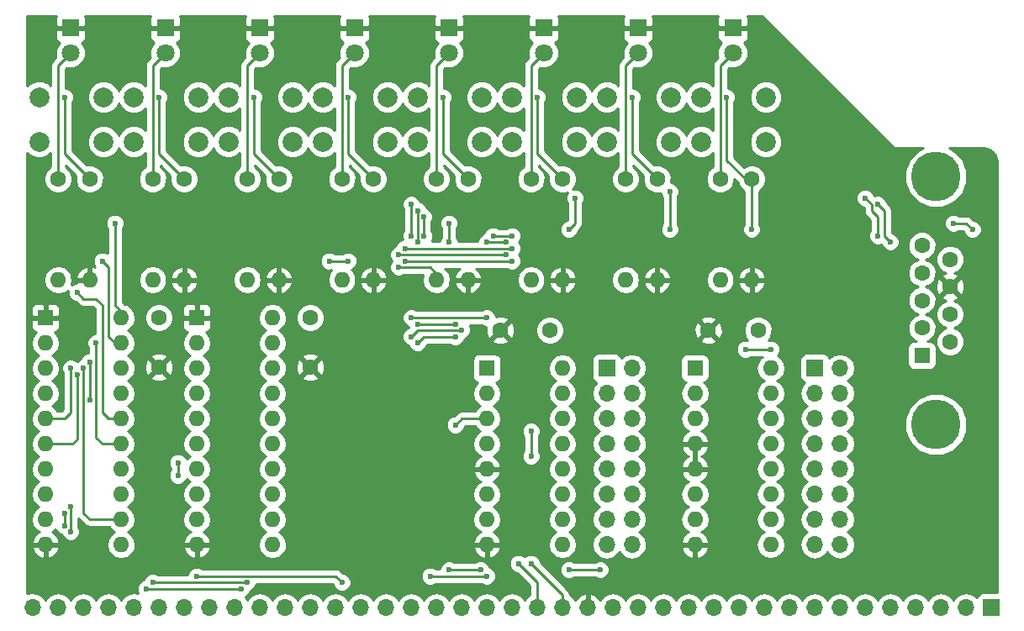
<source format=gbl>
G04 #@! TF.FileFunction,Copper,L2,Bot,Signal*
%FSLAX46Y46*%
G04 Gerber Fmt 4.6, Leading zero omitted, Abs format (unit mm)*
G04 Created by KiCad (PCBNEW 4.0.7) date 02/11/19 20:09:09*
%MOMM*%
%LPD*%
G01*
G04 APERTURE LIST*
%ADD10C,0.100000*%
%ADD11R,1.700000X1.700000*%
%ADD12O,1.700000X1.700000*%
%ADD13C,1.600000*%
%ADD14O,1.600000X1.600000*%
%ADD15R,1.800000X1.800000*%
%ADD16C,1.800000*%
%ADD17R,1.600000X1.600000*%
%ADD18C,5.000000*%
%ADD19C,2.000000*%
%ADD20C,0.600000*%
%ADD21C,0.250000*%
%ADD22C,0.254000*%
G04 APERTURE END LIST*
D10*
D11*
X135255000Y-117475000D03*
D12*
X137795000Y-117475000D03*
X135255000Y-120015000D03*
X137795000Y-120015000D03*
X135255000Y-122555000D03*
X137795000Y-122555000D03*
X135255000Y-125095000D03*
X137795000Y-125095000D03*
X135255000Y-127635000D03*
X137795000Y-127635000D03*
X135255000Y-130175000D03*
X137795000Y-130175000D03*
X135255000Y-132715000D03*
X137795000Y-132715000D03*
X135255000Y-135255000D03*
X137795000Y-135255000D03*
D11*
X156210000Y-117475000D03*
D12*
X158750000Y-117475000D03*
X156210000Y-120015000D03*
X158750000Y-120015000D03*
X156210000Y-122555000D03*
X158750000Y-122555000D03*
X156210000Y-125095000D03*
X158750000Y-125095000D03*
X156210000Y-127635000D03*
X158750000Y-127635000D03*
X156210000Y-130175000D03*
X158750000Y-130175000D03*
X156210000Y-132715000D03*
X158750000Y-132715000D03*
X156210000Y-135255000D03*
X158750000Y-135255000D03*
D11*
X173990000Y-141605000D03*
D12*
X171450000Y-141605000D03*
X168910000Y-141605000D03*
X166370000Y-141605000D03*
X163830000Y-141605000D03*
X161290000Y-141605000D03*
X158750000Y-141605000D03*
X156210000Y-141605000D03*
X153670000Y-141605000D03*
X151130000Y-141605000D03*
X148590000Y-141605000D03*
X146050000Y-141605000D03*
X143510000Y-141605000D03*
X140970000Y-141605000D03*
X138430000Y-141605000D03*
X135890000Y-141605000D03*
X133350000Y-141605000D03*
X130810000Y-141605000D03*
X128270000Y-141605000D03*
X125730000Y-141605000D03*
X123190000Y-141605000D03*
X120650000Y-141605000D03*
X118110000Y-141605000D03*
X115570000Y-141605000D03*
X113030000Y-141605000D03*
X110490000Y-141605000D03*
X107950000Y-141605000D03*
X105410000Y-141605000D03*
X102870000Y-141605000D03*
X100330000Y-141605000D03*
X97790000Y-141605000D03*
X95250000Y-141605000D03*
X92710000Y-141605000D03*
X90170000Y-141605000D03*
X87630000Y-141605000D03*
X85090000Y-141605000D03*
X82550000Y-141605000D03*
X80010000Y-141605000D03*
X77470000Y-141605000D03*
D13*
X111760000Y-98425000D03*
D14*
X111760000Y-108585000D03*
D13*
X105410000Y-112395000D03*
X105410000Y-117395000D03*
X90170000Y-112395000D03*
X90170000Y-117395000D03*
X129540000Y-113665000D03*
X124540000Y-113665000D03*
X150495000Y-113665000D03*
X145495000Y-113665000D03*
D15*
X147955000Y-83185000D03*
D16*
X147955000Y-85725000D03*
D15*
X138430000Y-83185000D03*
D16*
X138430000Y-85725000D03*
D15*
X128905000Y-83185000D03*
D16*
X128905000Y-85725000D03*
D15*
X119380000Y-83185000D03*
D16*
X119380000Y-85725000D03*
D15*
X109855000Y-83185000D03*
D16*
X109855000Y-85725000D03*
D15*
X100330000Y-83185000D03*
D16*
X100330000Y-85725000D03*
D15*
X90805000Y-83185000D03*
D16*
X90805000Y-85725000D03*
D15*
X81280000Y-83185000D03*
D16*
X81280000Y-85725000D03*
D17*
X167005000Y-116205000D03*
D13*
X167005000Y-113435000D03*
X167005000Y-110665000D03*
X167005000Y-107895000D03*
X167005000Y-105125000D03*
X169845000Y-114820000D03*
X169845000Y-112050000D03*
X169845000Y-109280000D03*
X169845000Y-106510000D03*
D18*
X168425000Y-98165000D03*
X168425000Y-123165000D03*
D13*
X149860000Y-98425000D03*
D14*
X149860000Y-108585000D03*
D13*
X140335000Y-98425000D03*
D14*
X140335000Y-108585000D03*
D13*
X130810000Y-98425000D03*
D14*
X130810000Y-108585000D03*
D13*
X121285000Y-98425000D03*
D14*
X121285000Y-108585000D03*
D13*
X102235000Y-98425000D03*
D14*
X102235000Y-108585000D03*
D13*
X92710000Y-98425000D03*
D14*
X92710000Y-108585000D03*
D13*
X83185000Y-98425000D03*
D14*
X83185000Y-108585000D03*
D13*
X146685000Y-98425000D03*
D14*
X146685000Y-108585000D03*
D13*
X137160000Y-98425000D03*
D14*
X137160000Y-108585000D03*
D13*
X127635000Y-98425000D03*
D14*
X127635000Y-108585000D03*
D13*
X118110000Y-98425000D03*
D14*
X118110000Y-108585000D03*
D13*
X108585000Y-98425000D03*
D14*
X108585000Y-108585000D03*
D13*
X99060000Y-98425000D03*
D14*
X99060000Y-108585000D03*
D13*
X89535000Y-98425000D03*
D14*
X89535000Y-108585000D03*
D13*
X80010000Y-98425000D03*
D14*
X80010000Y-108585000D03*
D19*
X144780000Y-94670000D03*
X144780000Y-90170000D03*
X151280000Y-94670000D03*
X151280000Y-90170000D03*
X135255000Y-94670000D03*
X135255000Y-90170000D03*
X141755000Y-94670000D03*
X141755000Y-90170000D03*
X125730000Y-94670000D03*
X125730000Y-90170000D03*
X132230000Y-94670000D03*
X132230000Y-90170000D03*
X116205000Y-94670000D03*
X116205000Y-90170000D03*
X122705000Y-94670000D03*
X122705000Y-90170000D03*
X106680000Y-94670000D03*
X106680000Y-90170000D03*
X113180000Y-94670000D03*
X113180000Y-90170000D03*
X97155000Y-94670000D03*
X97155000Y-90170000D03*
X103655000Y-94670000D03*
X103655000Y-90170000D03*
X87630000Y-94670000D03*
X87630000Y-90170000D03*
X94130000Y-94670000D03*
X94130000Y-90170000D03*
X78105000Y-94670000D03*
X78105000Y-90170000D03*
X84605000Y-94670000D03*
X84605000Y-90170000D03*
D17*
X93980000Y-112395000D03*
D14*
X101600000Y-135255000D03*
X93980000Y-114935000D03*
X101600000Y-132715000D03*
X93980000Y-117475000D03*
X101600000Y-130175000D03*
X93980000Y-120015000D03*
X101600000Y-127635000D03*
X93980000Y-122555000D03*
X101600000Y-125095000D03*
X93980000Y-125095000D03*
X101600000Y-122555000D03*
X93980000Y-127635000D03*
X101600000Y-120015000D03*
X93980000Y-130175000D03*
X101600000Y-117475000D03*
X93980000Y-132715000D03*
X101600000Y-114935000D03*
X93980000Y-135255000D03*
X101600000Y-112395000D03*
D17*
X78740000Y-112395000D03*
D14*
X86360000Y-135255000D03*
X78740000Y-114935000D03*
X86360000Y-132715000D03*
X78740000Y-117475000D03*
X86360000Y-130175000D03*
X78740000Y-120015000D03*
X86360000Y-127635000D03*
X78740000Y-122555000D03*
X86360000Y-125095000D03*
X78740000Y-125095000D03*
X86360000Y-122555000D03*
X78740000Y-127635000D03*
X86360000Y-120015000D03*
X78740000Y-130175000D03*
X86360000Y-117475000D03*
X78740000Y-132715000D03*
X86360000Y-114935000D03*
X78740000Y-135255000D03*
X86360000Y-112395000D03*
D17*
X123190000Y-117475000D03*
D14*
X130810000Y-135255000D03*
X123190000Y-120015000D03*
X130810000Y-132715000D03*
X123190000Y-122555000D03*
X130810000Y-130175000D03*
X123190000Y-125095000D03*
X130810000Y-127635000D03*
X123190000Y-127635000D03*
X130810000Y-125095000D03*
X123190000Y-130175000D03*
X130810000Y-122555000D03*
X123190000Y-132715000D03*
X130810000Y-120015000D03*
X123190000Y-135255000D03*
X130810000Y-117475000D03*
D17*
X144145000Y-117475000D03*
D14*
X151765000Y-135255000D03*
X144145000Y-120015000D03*
X151765000Y-132715000D03*
X144145000Y-122555000D03*
X151765000Y-130175000D03*
X144145000Y-125095000D03*
X151765000Y-127635000D03*
X144145000Y-127635000D03*
X151765000Y-125095000D03*
X144145000Y-130175000D03*
X151765000Y-122555000D03*
X144145000Y-132715000D03*
X151765000Y-120015000D03*
X144145000Y-135255000D03*
X151765000Y-117475000D03*
D20*
X85725000Y-102870000D03*
X115570000Y-112395000D03*
X123190000Y-112395000D03*
X127635000Y-137160000D03*
X127635000Y-126365000D03*
X127635000Y-123825000D03*
X119380000Y-137795000D03*
X131445000Y-137795000D03*
X122555000Y-137795000D03*
X134620000Y-137795000D03*
X93980000Y-138430000D03*
X108585000Y-139065000D03*
X123190000Y-138430000D03*
X117475000Y-138430000D03*
X149225000Y-115570000D03*
X151765000Y-115570000D03*
X126365000Y-137160000D03*
X120015000Y-123190000D03*
X81280000Y-131445000D03*
X81280000Y-133985000D03*
X89535000Y-139065000D03*
X99060000Y-139065000D03*
X80645000Y-132080000D03*
X80645000Y-133350000D03*
X88900000Y-139700000D03*
X98425000Y-139700000D03*
X92075000Y-127000000D03*
X92075000Y-128270000D03*
X125095000Y-104775000D03*
X149860000Y-103505000D03*
X120015000Y-113030000D03*
X116205000Y-113030000D03*
X123190000Y-104775000D03*
X147320000Y-90170000D03*
X125730000Y-104140000D03*
X123825000Y-104140000D03*
X141605000Y-99695000D03*
X141605000Y-103505000D03*
X120650000Y-113665000D03*
X115570000Y-114300000D03*
X137795000Y-90170000D03*
X116205000Y-114935000D03*
X120015000Y-114300000D03*
X131445000Y-103505000D03*
X132080000Y-100330000D03*
X161290000Y-100330000D03*
X162560000Y-104140000D03*
X128270000Y-90170000D03*
X115570000Y-100965000D03*
X115570000Y-104140000D03*
X162560000Y-100965000D03*
X163830000Y-104775000D03*
X118745000Y-90170000D03*
X119380000Y-104775000D03*
X119380000Y-102870000D03*
X90170000Y-90170000D03*
X116205000Y-101600000D03*
X116205000Y-104775000D03*
X170180000Y-102870000D03*
X172085000Y-103505000D03*
X109220000Y-90170000D03*
X116840000Y-102235000D03*
X116840000Y-104140000D03*
X99695000Y-90170000D03*
X80645000Y-90170000D03*
X125730000Y-105410000D03*
X114935000Y-105410000D03*
X125095000Y-106045000D03*
X114300000Y-106045000D03*
X81280000Y-117475000D03*
X125730000Y-106680000D03*
X114935000Y-106680000D03*
X81915000Y-118110000D03*
X114300000Y-107315000D03*
X83185000Y-116840000D03*
X83185000Y-120650000D03*
X107315000Y-106680000D03*
X109220000Y-106680000D03*
X82550000Y-117475000D03*
X83820000Y-114935000D03*
X81915000Y-109855000D03*
X84455000Y-106680000D03*
D21*
X86360000Y-112395000D02*
X86360000Y-111760000D01*
X86360000Y-111760000D02*
X85725000Y-111125000D01*
X85725000Y-111125000D02*
X85725000Y-102870000D01*
X115570000Y-112395000D02*
X123190000Y-112395000D01*
X130810000Y-141605000D02*
X130810000Y-140335000D01*
X130810000Y-140335000D02*
X127635000Y-137160000D01*
X127635000Y-126365000D02*
X127635000Y-123825000D01*
X134620000Y-137795000D02*
X131445000Y-137795000D01*
X122555000Y-137795000D02*
X119380000Y-137795000D01*
X107950000Y-138430000D02*
X93980000Y-138430000D01*
X108585000Y-139065000D02*
X107950000Y-138430000D01*
X123190000Y-138430000D02*
X117475000Y-138430000D01*
X151765000Y-115570000D02*
X149225000Y-115570000D01*
X128270000Y-141605000D02*
X128270000Y-139065000D01*
X128270000Y-139065000D02*
X126365000Y-137160000D01*
X123190000Y-122555000D02*
X120650000Y-122555000D01*
X120650000Y-122555000D02*
X120015000Y-123190000D01*
X81280000Y-131445000D02*
X81280000Y-133985000D01*
X89535000Y-139065000D02*
X99060000Y-139065000D01*
X80645000Y-132080000D02*
X80645000Y-133350000D01*
X88900000Y-139700000D02*
X98425000Y-139700000D01*
X92075000Y-128270000D02*
X92075000Y-127000000D01*
X146685000Y-98425000D02*
X146685000Y-86995000D01*
X146685000Y-86995000D02*
X147955000Y-85725000D01*
X137160000Y-98425000D02*
X137160000Y-86995000D01*
X137160000Y-86995000D02*
X138430000Y-85725000D01*
X127635000Y-98425000D02*
X127635000Y-86995000D01*
X127635000Y-86995000D02*
X128905000Y-85725000D01*
X118110000Y-98425000D02*
X118110000Y-86995000D01*
X118110000Y-86995000D02*
X119380000Y-85725000D01*
X108585000Y-98425000D02*
X108585000Y-86995000D01*
X108585000Y-86995000D02*
X109855000Y-85725000D01*
X99060000Y-98425000D02*
X99060000Y-86995000D01*
X99060000Y-86995000D02*
X100330000Y-85725000D01*
X89535000Y-98425000D02*
X89535000Y-86995000D01*
X89535000Y-86995000D02*
X90805000Y-85725000D01*
X80010000Y-98425000D02*
X80010000Y-86995000D01*
X80010000Y-86995000D02*
X81280000Y-85725000D01*
X125095000Y-104775000D02*
X123190000Y-104775000D01*
X149860000Y-103505000D02*
X149860000Y-98425000D01*
X116205000Y-113030000D02*
X120015000Y-113030000D01*
X149860000Y-98425000D02*
X149225000Y-98425000D01*
X149225000Y-98425000D02*
X147320000Y-96520000D01*
X147320000Y-96520000D02*
X147320000Y-90170000D01*
X123825000Y-104140000D02*
X124460000Y-104140000D01*
X125730000Y-104140000D02*
X124460000Y-104140000D01*
X141605000Y-103505000D02*
X141605000Y-99695000D01*
X116205000Y-113665000D02*
X120650000Y-113665000D01*
X115570000Y-114300000D02*
X116205000Y-113665000D01*
X140335000Y-98425000D02*
X137795000Y-95885000D01*
X137795000Y-95885000D02*
X137795000Y-90170000D01*
X116205000Y-114935000D02*
X116840000Y-114300000D01*
X116840000Y-114300000D02*
X120015000Y-114300000D01*
X131445000Y-103505000D02*
X132080000Y-102870000D01*
X132080000Y-102870000D02*
X132080000Y-100330000D01*
X161290000Y-100330000D02*
X161925000Y-100965000D01*
X161925000Y-100965000D02*
X161925000Y-101600000D01*
X161925000Y-101600000D02*
X162560000Y-102235000D01*
X162560000Y-102235000D02*
X162560000Y-104140000D01*
X130810000Y-98425000D02*
X128270000Y-95885000D01*
X128270000Y-95885000D02*
X128270000Y-90170000D01*
X115570000Y-104140000D02*
X115570000Y-100965000D01*
X162560000Y-100965000D02*
X163195000Y-101600000D01*
X163195000Y-104140000D02*
X163830000Y-104775000D01*
X163195000Y-101600000D02*
X163195000Y-104140000D01*
X121285000Y-98425000D02*
X118745000Y-95885000D01*
X118745000Y-95885000D02*
X118745000Y-90170000D01*
X119380000Y-104775000D02*
X119380000Y-102870000D01*
X92710000Y-98425000D02*
X90170000Y-95885000D01*
X90170000Y-95885000D02*
X90170000Y-90170000D01*
X116205000Y-104775000D02*
X116205000Y-101600000D01*
X171450000Y-102870000D02*
X170180000Y-102870000D01*
X172085000Y-103505000D02*
X171450000Y-102870000D01*
X111760000Y-98425000D02*
X109220000Y-95885000D01*
X109220000Y-95885000D02*
X109220000Y-90170000D01*
X116840000Y-104140000D02*
X116840000Y-102235000D01*
X102235000Y-98425000D02*
X99695000Y-95885000D01*
X99695000Y-95885000D02*
X99695000Y-90170000D01*
X102235000Y-98425000D02*
X102050002Y-98425000D01*
X83185000Y-98425000D02*
X80645000Y-95885000D01*
X80645000Y-95885000D02*
X80645000Y-90170000D01*
X125730000Y-105410000D02*
X114935000Y-105410000D01*
X125095000Y-106045000D02*
X114300000Y-106045000D01*
X80645000Y-122555000D02*
X81280000Y-121920000D01*
X81280000Y-121920000D02*
X81280000Y-117475000D01*
X80645000Y-122555000D02*
X78740000Y-122555000D01*
X125730000Y-106680000D02*
X114935000Y-106680000D01*
X81464998Y-125095000D02*
X81915000Y-124644998D01*
X81915000Y-124644998D02*
X81915000Y-118110000D01*
X81464998Y-125095000D02*
X78740000Y-125095000D01*
X117475000Y-107315000D02*
X114300000Y-107315000D01*
X118110000Y-107950000D02*
X117475000Y-107315000D01*
X83185000Y-120650000D02*
X83185000Y-116840000D01*
X109220000Y-106680000D02*
X107315000Y-106680000D01*
X118110000Y-108585000D02*
X118110000Y-107950000D01*
X83185000Y-132715000D02*
X82550000Y-132080000D01*
X82550000Y-132080000D02*
X82550000Y-117475000D01*
X86360000Y-132715000D02*
X83185000Y-132715000D01*
X86360000Y-125095000D02*
X84455000Y-125095000D01*
X83820000Y-124460000D02*
X83820000Y-114935000D01*
X84455000Y-125095000D02*
X83820000Y-124460000D01*
X84455000Y-113030000D02*
X84455000Y-111125000D01*
X86360000Y-122555000D02*
X85090000Y-122555000D01*
X84455000Y-121920000D02*
X84455000Y-113030000D01*
X85090000Y-122555000D02*
X84455000Y-121920000D01*
X82550000Y-110490000D02*
X81915000Y-109855000D01*
X83820000Y-110490000D02*
X82550000Y-110490000D01*
X84455000Y-111125000D02*
X83820000Y-110490000D01*
X85090000Y-107315000D02*
X84455000Y-106680000D01*
X85090000Y-114300000D02*
X85090000Y-107315000D01*
X85090000Y-114300000D02*
X85725000Y-114935000D01*
X86360000Y-114935000D02*
X85725000Y-114935000D01*
D22*
G36*
X79745000Y-82158691D02*
X79745000Y-82899250D01*
X79903750Y-83058000D01*
X81153000Y-83058000D01*
X81153000Y-83038000D01*
X81407000Y-83038000D01*
X81407000Y-83058000D01*
X82656250Y-83058000D01*
X82815000Y-82899250D01*
X82815000Y-82158691D01*
X82745126Y-81990000D01*
X89339874Y-81990000D01*
X89270000Y-82158691D01*
X89270000Y-82899250D01*
X89428750Y-83058000D01*
X90678000Y-83058000D01*
X90678000Y-83038000D01*
X90932000Y-83038000D01*
X90932000Y-83058000D01*
X92181250Y-83058000D01*
X92340000Y-82899250D01*
X92340000Y-82158691D01*
X92270126Y-81990000D01*
X98864874Y-81990000D01*
X98795000Y-82158691D01*
X98795000Y-82899250D01*
X98953750Y-83058000D01*
X100203000Y-83058000D01*
X100203000Y-83038000D01*
X100457000Y-83038000D01*
X100457000Y-83058000D01*
X101706250Y-83058000D01*
X101865000Y-82899250D01*
X101865000Y-82158691D01*
X101795126Y-81990000D01*
X108389874Y-81990000D01*
X108320000Y-82158691D01*
X108320000Y-82899250D01*
X108478750Y-83058000D01*
X109728000Y-83058000D01*
X109728000Y-83038000D01*
X109982000Y-83038000D01*
X109982000Y-83058000D01*
X111231250Y-83058000D01*
X111390000Y-82899250D01*
X111390000Y-82158691D01*
X111320126Y-81990000D01*
X117914874Y-81990000D01*
X117845000Y-82158691D01*
X117845000Y-82899250D01*
X118003750Y-83058000D01*
X119253000Y-83058000D01*
X119253000Y-83038000D01*
X119507000Y-83038000D01*
X119507000Y-83058000D01*
X120756250Y-83058000D01*
X120915000Y-82899250D01*
X120915000Y-82158691D01*
X120845126Y-81990000D01*
X127439874Y-81990000D01*
X127370000Y-82158691D01*
X127370000Y-82899250D01*
X127528750Y-83058000D01*
X128778000Y-83058000D01*
X128778000Y-83038000D01*
X129032000Y-83038000D01*
X129032000Y-83058000D01*
X130281250Y-83058000D01*
X130440000Y-82899250D01*
X130440000Y-82158691D01*
X130370126Y-81990000D01*
X136964874Y-81990000D01*
X136895000Y-82158691D01*
X136895000Y-82899250D01*
X137053750Y-83058000D01*
X138303000Y-83058000D01*
X138303000Y-83038000D01*
X138557000Y-83038000D01*
X138557000Y-83058000D01*
X139806250Y-83058000D01*
X139965000Y-82899250D01*
X139965000Y-82158691D01*
X139895126Y-81990000D01*
X146489874Y-81990000D01*
X146420000Y-82158691D01*
X146420000Y-82899250D01*
X146578750Y-83058000D01*
X147828000Y-83058000D01*
X147828000Y-83038000D01*
X148082000Y-83038000D01*
X148082000Y-83058000D01*
X149331250Y-83058000D01*
X149490000Y-82899250D01*
X149490000Y-82158691D01*
X149420126Y-81990000D01*
X150835908Y-81990000D01*
X163962954Y-95117046D01*
X164193295Y-95270954D01*
X164465000Y-95325000D01*
X167088878Y-95325000D01*
X166651485Y-95505727D01*
X165768826Y-96386847D01*
X165290546Y-97538674D01*
X165289457Y-98785854D01*
X165765727Y-99938515D01*
X166646847Y-100821174D01*
X167798674Y-101299454D01*
X169045854Y-101300543D01*
X170198515Y-100824273D01*
X171081174Y-99943153D01*
X171559454Y-98791326D01*
X171560543Y-97544146D01*
X171084273Y-96391485D01*
X170203153Y-95508826D01*
X169760451Y-95325000D01*
X173285069Y-95325000D01*
X173806984Y-95428815D01*
X174190157Y-95684844D01*
X174446185Y-96068015D01*
X174550000Y-96589931D01*
X174550000Y-140107560D01*
X173140000Y-140107560D01*
X172904683Y-140151838D01*
X172688559Y-140290910D01*
X172543569Y-140503110D01*
X172529914Y-140570541D01*
X172500054Y-140525853D01*
X172018285Y-140203946D01*
X171450000Y-140090907D01*
X170881715Y-140203946D01*
X170399946Y-140525853D01*
X170180000Y-140855026D01*
X169960054Y-140525853D01*
X169478285Y-140203946D01*
X168910000Y-140090907D01*
X168341715Y-140203946D01*
X167859946Y-140525853D01*
X167640000Y-140855026D01*
X167420054Y-140525853D01*
X166938285Y-140203946D01*
X166370000Y-140090907D01*
X165801715Y-140203946D01*
X165319946Y-140525853D01*
X165100000Y-140855026D01*
X164880054Y-140525853D01*
X164398285Y-140203946D01*
X163830000Y-140090907D01*
X163261715Y-140203946D01*
X162779946Y-140525853D01*
X162560000Y-140855026D01*
X162340054Y-140525853D01*
X161858285Y-140203946D01*
X161290000Y-140090907D01*
X160721715Y-140203946D01*
X160239946Y-140525853D01*
X160020000Y-140855026D01*
X159800054Y-140525853D01*
X159318285Y-140203946D01*
X158750000Y-140090907D01*
X158181715Y-140203946D01*
X157699946Y-140525853D01*
X157480000Y-140855026D01*
X157260054Y-140525853D01*
X156778285Y-140203946D01*
X156210000Y-140090907D01*
X155641715Y-140203946D01*
X155159946Y-140525853D01*
X154940000Y-140855026D01*
X154720054Y-140525853D01*
X154238285Y-140203946D01*
X153670000Y-140090907D01*
X153101715Y-140203946D01*
X152619946Y-140525853D01*
X152400000Y-140855026D01*
X152180054Y-140525853D01*
X151698285Y-140203946D01*
X151130000Y-140090907D01*
X150561715Y-140203946D01*
X150079946Y-140525853D01*
X149860000Y-140855026D01*
X149640054Y-140525853D01*
X149158285Y-140203946D01*
X148590000Y-140090907D01*
X148021715Y-140203946D01*
X147539946Y-140525853D01*
X147320000Y-140855026D01*
X147100054Y-140525853D01*
X146618285Y-140203946D01*
X146050000Y-140090907D01*
X145481715Y-140203946D01*
X144999946Y-140525853D01*
X144780000Y-140855026D01*
X144560054Y-140525853D01*
X144078285Y-140203946D01*
X143510000Y-140090907D01*
X142941715Y-140203946D01*
X142459946Y-140525853D01*
X142240000Y-140855026D01*
X142020054Y-140525853D01*
X141538285Y-140203946D01*
X140970000Y-140090907D01*
X140401715Y-140203946D01*
X139919946Y-140525853D01*
X139700000Y-140855026D01*
X139480054Y-140525853D01*
X138998285Y-140203946D01*
X138430000Y-140090907D01*
X137861715Y-140203946D01*
X137379946Y-140525853D01*
X137160000Y-140855026D01*
X136940054Y-140525853D01*
X136458285Y-140203946D01*
X135890000Y-140090907D01*
X135321715Y-140203946D01*
X134839946Y-140525853D01*
X134612298Y-140866553D01*
X134545183Y-140723642D01*
X134116924Y-140333355D01*
X133706890Y-140163524D01*
X133477000Y-140284845D01*
X133477000Y-141478000D01*
X133497000Y-141478000D01*
X133497000Y-141732000D01*
X133477000Y-141732000D01*
X133477000Y-141752000D01*
X133223000Y-141752000D01*
X133223000Y-141732000D01*
X133203000Y-141732000D01*
X133203000Y-141478000D01*
X133223000Y-141478000D01*
X133223000Y-140284845D01*
X132993110Y-140163524D01*
X132583076Y-140333355D01*
X132154817Y-140723642D01*
X132087702Y-140866553D01*
X131860054Y-140525853D01*
X131569322Y-140331593D01*
X131512148Y-140044161D01*
X131347401Y-139797599D01*
X129529969Y-137980167D01*
X130509838Y-137980167D01*
X130651883Y-138323943D01*
X130914673Y-138587192D01*
X131258201Y-138729838D01*
X131630167Y-138730162D01*
X131973943Y-138588117D01*
X132007118Y-138555000D01*
X134057537Y-138555000D01*
X134089673Y-138587192D01*
X134433201Y-138729838D01*
X134805167Y-138730162D01*
X135148943Y-138588117D01*
X135412192Y-138325327D01*
X135554838Y-137981799D01*
X135555162Y-137609833D01*
X135413117Y-137266057D01*
X135150327Y-137002808D01*
X134806799Y-136860162D01*
X134434833Y-136859838D01*
X134091057Y-137001883D01*
X134057882Y-137035000D01*
X132007463Y-137035000D01*
X131975327Y-137002808D01*
X131631799Y-136860162D01*
X131259833Y-136859838D01*
X130916057Y-137001883D01*
X130652808Y-137264673D01*
X130510162Y-137608201D01*
X130509838Y-137980167D01*
X129529969Y-137980167D01*
X128570122Y-137020320D01*
X128570162Y-136974833D01*
X128428117Y-136631057D01*
X128165327Y-136367808D01*
X127821799Y-136225162D01*
X127449833Y-136224838D01*
X127106057Y-136366883D01*
X127000046Y-136472710D01*
X126895327Y-136367808D01*
X126551799Y-136225162D01*
X126179833Y-136224838D01*
X125836057Y-136366883D01*
X125572808Y-136629673D01*
X125430162Y-136973201D01*
X125429838Y-137345167D01*
X125571883Y-137688943D01*
X125834673Y-137952192D01*
X126178201Y-138094838D01*
X126225077Y-138094879D01*
X127510000Y-139379802D01*
X127510000Y-140332046D01*
X127219946Y-140525853D01*
X127000000Y-140855026D01*
X126780054Y-140525853D01*
X126298285Y-140203946D01*
X125730000Y-140090907D01*
X125161715Y-140203946D01*
X124679946Y-140525853D01*
X124460000Y-140855026D01*
X124240054Y-140525853D01*
X123758285Y-140203946D01*
X123190000Y-140090907D01*
X122621715Y-140203946D01*
X122139946Y-140525853D01*
X121920000Y-140855026D01*
X121700054Y-140525853D01*
X121218285Y-140203946D01*
X120650000Y-140090907D01*
X120081715Y-140203946D01*
X119599946Y-140525853D01*
X119380000Y-140855026D01*
X119160054Y-140525853D01*
X118678285Y-140203946D01*
X118110000Y-140090907D01*
X117541715Y-140203946D01*
X117059946Y-140525853D01*
X116840000Y-140855026D01*
X116620054Y-140525853D01*
X116138285Y-140203946D01*
X115570000Y-140090907D01*
X115001715Y-140203946D01*
X114519946Y-140525853D01*
X114300000Y-140855026D01*
X114080054Y-140525853D01*
X113598285Y-140203946D01*
X113030000Y-140090907D01*
X112461715Y-140203946D01*
X111979946Y-140525853D01*
X111760000Y-140855026D01*
X111540054Y-140525853D01*
X111058285Y-140203946D01*
X110490000Y-140090907D01*
X109921715Y-140203946D01*
X109439946Y-140525853D01*
X109220000Y-140855026D01*
X109000054Y-140525853D01*
X108518285Y-140203946D01*
X107950000Y-140090907D01*
X107381715Y-140203946D01*
X106899946Y-140525853D01*
X106680000Y-140855026D01*
X106460054Y-140525853D01*
X105978285Y-140203946D01*
X105410000Y-140090907D01*
X104841715Y-140203946D01*
X104359946Y-140525853D01*
X104140000Y-140855026D01*
X103920054Y-140525853D01*
X103438285Y-140203946D01*
X102870000Y-140090907D01*
X102301715Y-140203946D01*
X101819946Y-140525853D01*
X101600000Y-140855026D01*
X101380054Y-140525853D01*
X100898285Y-140203946D01*
X100330000Y-140090907D01*
X99761715Y-140203946D01*
X99279946Y-140525853D01*
X99060000Y-140855026D01*
X98847553Y-140537076D01*
X98953943Y-140493117D01*
X99217192Y-140230327D01*
X99326765Y-139966446D01*
X99588943Y-139858117D01*
X99852192Y-139595327D01*
X99994838Y-139251799D01*
X99994892Y-139190000D01*
X107635198Y-139190000D01*
X107649878Y-139204680D01*
X107649838Y-139250167D01*
X107791883Y-139593943D01*
X108054673Y-139857192D01*
X108398201Y-139999838D01*
X108770167Y-140000162D01*
X109113943Y-139858117D01*
X109377192Y-139595327D01*
X109519838Y-139251799D01*
X109520162Y-138879833D01*
X109410805Y-138615167D01*
X116539838Y-138615167D01*
X116681883Y-138958943D01*
X116944673Y-139222192D01*
X117288201Y-139364838D01*
X117660167Y-139365162D01*
X118003943Y-139223117D01*
X118037118Y-139190000D01*
X122627537Y-139190000D01*
X122659673Y-139222192D01*
X123003201Y-139364838D01*
X123375167Y-139365162D01*
X123718943Y-139223117D01*
X123982192Y-138960327D01*
X124124838Y-138616799D01*
X124125162Y-138244833D01*
X123983117Y-137901057D01*
X123720327Y-137637808D01*
X123456446Y-137528235D01*
X123348117Y-137266057D01*
X123085327Y-137002808D01*
X122741799Y-136860162D01*
X122369833Y-136859838D01*
X122026057Y-137001883D01*
X121992882Y-137035000D01*
X119942463Y-137035000D01*
X119910327Y-137002808D01*
X119566799Y-136860162D01*
X119194833Y-136859838D01*
X118851057Y-137001883D01*
X118587808Y-137264673D01*
X118445162Y-137608201D01*
X118445108Y-137670000D01*
X118037463Y-137670000D01*
X118005327Y-137637808D01*
X117661799Y-137495162D01*
X117289833Y-137494838D01*
X116946057Y-137636883D01*
X116682808Y-137899673D01*
X116540162Y-138243201D01*
X116539838Y-138615167D01*
X109410805Y-138615167D01*
X109378117Y-138536057D01*
X109115327Y-138272808D01*
X108771799Y-138130162D01*
X108724923Y-138130121D01*
X108487401Y-137892599D01*
X108240839Y-137727852D01*
X107950000Y-137670000D01*
X94542463Y-137670000D01*
X94510327Y-137637808D01*
X94166799Y-137495162D01*
X93794833Y-137494838D01*
X93451057Y-137636883D01*
X93187808Y-137899673D01*
X93045162Y-138243201D01*
X93045108Y-138305000D01*
X90097463Y-138305000D01*
X90065327Y-138272808D01*
X89721799Y-138130162D01*
X89349833Y-138129838D01*
X89006057Y-138271883D01*
X88742808Y-138534673D01*
X88633235Y-138798554D01*
X88371057Y-138906883D01*
X88107808Y-139169673D01*
X87965162Y-139513201D01*
X87964838Y-139885167D01*
X88087445Y-140181898D01*
X87630000Y-140090907D01*
X87061715Y-140203946D01*
X86579946Y-140525853D01*
X86360000Y-140855026D01*
X86140054Y-140525853D01*
X85658285Y-140203946D01*
X85090000Y-140090907D01*
X84521715Y-140203946D01*
X84039946Y-140525853D01*
X83820000Y-140855026D01*
X83600054Y-140525853D01*
X83118285Y-140203946D01*
X82550000Y-140090907D01*
X81981715Y-140203946D01*
X81499946Y-140525853D01*
X81280000Y-140855026D01*
X81060054Y-140525853D01*
X80578285Y-140203946D01*
X80010000Y-140090907D01*
X79441715Y-140203946D01*
X78959946Y-140525853D01*
X78740000Y-140855026D01*
X78520054Y-140525853D01*
X78038285Y-140203946D01*
X77470000Y-140090907D01*
X76910000Y-140202298D01*
X76910000Y-135604039D01*
X77348096Y-135604039D01*
X77508959Y-135992423D01*
X77884866Y-136407389D01*
X78390959Y-136646914D01*
X78613000Y-136525629D01*
X78613000Y-135382000D01*
X78867000Y-135382000D01*
X78867000Y-136525629D01*
X79089041Y-136646914D01*
X79595134Y-136407389D01*
X79971041Y-135992423D01*
X80131904Y-135604039D01*
X80009915Y-135382000D01*
X78867000Y-135382000D01*
X78613000Y-135382000D01*
X77470085Y-135382000D01*
X77348096Y-135604039D01*
X76910000Y-135604039D01*
X76910000Y-114935000D01*
X77276887Y-114935000D01*
X77386120Y-115484151D01*
X77697189Y-115949698D01*
X78079275Y-116205000D01*
X77697189Y-116460302D01*
X77386120Y-116925849D01*
X77276887Y-117475000D01*
X77386120Y-118024151D01*
X77697189Y-118489698D01*
X78079275Y-118745000D01*
X77697189Y-119000302D01*
X77386120Y-119465849D01*
X77276887Y-120015000D01*
X77386120Y-120564151D01*
X77697189Y-121029698D01*
X78079275Y-121285000D01*
X77697189Y-121540302D01*
X77386120Y-122005849D01*
X77276887Y-122555000D01*
X77386120Y-123104151D01*
X77697189Y-123569698D01*
X78079275Y-123825000D01*
X77697189Y-124080302D01*
X77386120Y-124545849D01*
X77276887Y-125095000D01*
X77386120Y-125644151D01*
X77697189Y-126109698D01*
X78079275Y-126365000D01*
X77697189Y-126620302D01*
X77386120Y-127085849D01*
X77276887Y-127635000D01*
X77386120Y-128184151D01*
X77697189Y-128649698D01*
X78079275Y-128905000D01*
X77697189Y-129160302D01*
X77386120Y-129625849D01*
X77276887Y-130175000D01*
X77386120Y-130724151D01*
X77697189Y-131189698D01*
X78079275Y-131445000D01*
X77697189Y-131700302D01*
X77386120Y-132165849D01*
X77276887Y-132715000D01*
X77386120Y-133264151D01*
X77697189Y-133729698D01*
X78101703Y-133999986D01*
X77884866Y-134102611D01*
X77508959Y-134517577D01*
X77348096Y-134905961D01*
X77470085Y-135128000D01*
X78613000Y-135128000D01*
X78613000Y-135108000D01*
X78867000Y-135108000D01*
X78867000Y-135128000D01*
X80009915Y-135128000D01*
X80131904Y-134905961D01*
X79971041Y-134517577D01*
X79595134Y-134102611D01*
X79378297Y-133999986D01*
X79782811Y-133729698D01*
X79787387Y-133722850D01*
X79851883Y-133878943D01*
X80114673Y-134142192D01*
X80378554Y-134251765D01*
X80486883Y-134513943D01*
X80749673Y-134777192D01*
X81093201Y-134919838D01*
X81465167Y-134920162D01*
X81808943Y-134778117D01*
X82072192Y-134515327D01*
X82214838Y-134171799D01*
X82215162Y-133799833D01*
X82073117Y-133456057D01*
X82040000Y-133422882D01*
X82040000Y-132644802D01*
X82647599Y-133252401D01*
X82894161Y-133417148D01*
X83185000Y-133475000D01*
X85147005Y-133475000D01*
X85317189Y-133729698D01*
X85699275Y-133985000D01*
X85317189Y-134240302D01*
X85006120Y-134705849D01*
X84896887Y-135255000D01*
X85006120Y-135804151D01*
X85317189Y-136269698D01*
X85782736Y-136580767D01*
X86331887Y-136690000D01*
X86388113Y-136690000D01*
X86937264Y-136580767D01*
X87402811Y-136269698D01*
X87713880Y-135804151D01*
X87753684Y-135604039D01*
X92588096Y-135604039D01*
X92748959Y-135992423D01*
X93124866Y-136407389D01*
X93630959Y-136646914D01*
X93853000Y-136525629D01*
X93853000Y-135382000D01*
X94107000Y-135382000D01*
X94107000Y-136525629D01*
X94329041Y-136646914D01*
X94835134Y-136407389D01*
X95211041Y-135992423D01*
X95371904Y-135604039D01*
X95249915Y-135382000D01*
X94107000Y-135382000D01*
X93853000Y-135382000D01*
X92710085Y-135382000D01*
X92588096Y-135604039D01*
X87753684Y-135604039D01*
X87823113Y-135255000D01*
X87713880Y-134705849D01*
X87402811Y-134240302D01*
X87020725Y-133985000D01*
X87402811Y-133729698D01*
X87713880Y-133264151D01*
X87823113Y-132715000D01*
X87713880Y-132165849D01*
X87402811Y-131700302D01*
X87020725Y-131445000D01*
X87402811Y-131189698D01*
X87713880Y-130724151D01*
X87823113Y-130175000D01*
X87713880Y-129625849D01*
X87402811Y-129160302D01*
X87020725Y-128905000D01*
X87402811Y-128649698D01*
X87713880Y-128184151D01*
X87823113Y-127635000D01*
X87733636Y-127185167D01*
X91139838Y-127185167D01*
X91281883Y-127528943D01*
X91315000Y-127562118D01*
X91315000Y-127707537D01*
X91282808Y-127739673D01*
X91140162Y-128083201D01*
X91139838Y-128455167D01*
X91281883Y-128798943D01*
X91544673Y-129062192D01*
X91888201Y-129204838D01*
X92260167Y-129205162D01*
X92603943Y-129063117D01*
X92867192Y-128800327D01*
X92932594Y-128642822D01*
X92937189Y-128649698D01*
X93319275Y-128905000D01*
X92937189Y-129160302D01*
X92626120Y-129625849D01*
X92516887Y-130175000D01*
X92626120Y-130724151D01*
X92937189Y-131189698D01*
X93319275Y-131445000D01*
X92937189Y-131700302D01*
X92626120Y-132165849D01*
X92516887Y-132715000D01*
X92626120Y-133264151D01*
X92937189Y-133729698D01*
X93341703Y-133999986D01*
X93124866Y-134102611D01*
X92748959Y-134517577D01*
X92588096Y-134905961D01*
X92710085Y-135128000D01*
X93853000Y-135128000D01*
X93853000Y-135108000D01*
X94107000Y-135108000D01*
X94107000Y-135128000D01*
X95249915Y-135128000D01*
X95371904Y-134905961D01*
X95211041Y-134517577D01*
X94835134Y-134102611D01*
X94618297Y-133999986D01*
X95022811Y-133729698D01*
X95333880Y-133264151D01*
X95443113Y-132715000D01*
X95333880Y-132165849D01*
X95022811Y-131700302D01*
X94640725Y-131445000D01*
X95022811Y-131189698D01*
X95333880Y-130724151D01*
X95443113Y-130175000D01*
X95333880Y-129625849D01*
X95022811Y-129160302D01*
X94640725Y-128905000D01*
X95022811Y-128649698D01*
X95333880Y-128184151D01*
X95443113Y-127635000D01*
X95333880Y-127085849D01*
X95022811Y-126620302D01*
X94640725Y-126365000D01*
X95022811Y-126109698D01*
X95333880Y-125644151D01*
X95443113Y-125095000D01*
X95333880Y-124545849D01*
X95022811Y-124080302D01*
X94640725Y-123825000D01*
X95022811Y-123569698D01*
X95333880Y-123104151D01*
X95443113Y-122555000D01*
X95333880Y-122005849D01*
X95022811Y-121540302D01*
X94640725Y-121285000D01*
X95022811Y-121029698D01*
X95333880Y-120564151D01*
X95443113Y-120015000D01*
X95333880Y-119465849D01*
X95022811Y-119000302D01*
X94640725Y-118745000D01*
X95022811Y-118489698D01*
X95333880Y-118024151D01*
X95443113Y-117475000D01*
X95333880Y-116925849D01*
X95022811Y-116460302D01*
X94640725Y-116205000D01*
X95022811Y-115949698D01*
X95333880Y-115484151D01*
X95443113Y-114935000D01*
X95333880Y-114385849D01*
X95022811Y-113920302D01*
X94887665Y-113830000D01*
X94906309Y-113830000D01*
X95139698Y-113733327D01*
X95318327Y-113554699D01*
X95415000Y-113321310D01*
X95415000Y-112680750D01*
X95256250Y-112522000D01*
X94107000Y-112522000D01*
X94107000Y-112542000D01*
X93853000Y-112542000D01*
X93853000Y-112522000D01*
X92703750Y-112522000D01*
X92545000Y-112680750D01*
X92545000Y-113321310D01*
X92641673Y-113554699D01*
X92820302Y-113733327D01*
X93053691Y-113830000D01*
X93072335Y-113830000D01*
X92937189Y-113920302D01*
X92626120Y-114385849D01*
X92516887Y-114935000D01*
X92626120Y-115484151D01*
X92937189Y-115949698D01*
X93319275Y-116205000D01*
X92937189Y-116460302D01*
X92626120Y-116925849D01*
X92516887Y-117475000D01*
X92626120Y-118024151D01*
X92937189Y-118489698D01*
X93319275Y-118745000D01*
X92937189Y-119000302D01*
X92626120Y-119465849D01*
X92516887Y-120015000D01*
X92626120Y-120564151D01*
X92937189Y-121029698D01*
X93319275Y-121285000D01*
X92937189Y-121540302D01*
X92626120Y-122005849D01*
X92516887Y-122555000D01*
X92626120Y-123104151D01*
X92937189Y-123569698D01*
X93319275Y-123825000D01*
X92937189Y-124080302D01*
X92626120Y-124545849D01*
X92516887Y-125095000D01*
X92626120Y-125644151D01*
X92937189Y-126109698D01*
X93319275Y-126365000D01*
X92937189Y-126620302D01*
X92932613Y-126627150D01*
X92868117Y-126471057D01*
X92605327Y-126207808D01*
X92261799Y-126065162D01*
X91889833Y-126064838D01*
X91546057Y-126206883D01*
X91282808Y-126469673D01*
X91140162Y-126813201D01*
X91139838Y-127185167D01*
X87733636Y-127185167D01*
X87713880Y-127085849D01*
X87402811Y-126620302D01*
X87020725Y-126365000D01*
X87402811Y-126109698D01*
X87713880Y-125644151D01*
X87823113Y-125095000D01*
X87713880Y-124545849D01*
X87402811Y-124080302D01*
X87020725Y-123825000D01*
X87402811Y-123569698D01*
X87713880Y-123104151D01*
X87823113Y-122555000D01*
X87713880Y-122005849D01*
X87402811Y-121540302D01*
X87020725Y-121285000D01*
X87402811Y-121029698D01*
X87713880Y-120564151D01*
X87823113Y-120015000D01*
X87713880Y-119465849D01*
X87402811Y-119000302D01*
X87020725Y-118745000D01*
X87402811Y-118489698D01*
X87460911Y-118402745D01*
X89341861Y-118402745D01*
X89415995Y-118648864D01*
X89953223Y-118841965D01*
X90523454Y-118814778D01*
X90924005Y-118648864D01*
X90998139Y-118402745D01*
X90170000Y-117574605D01*
X89341861Y-118402745D01*
X87460911Y-118402745D01*
X87713880Y-118024151D01*
X87823113Y-117475000D01*
X87764081Y-117178223D01*
X88723035Y-117178223D01*
X88750222Y-117748454D01*
X88916136Y-118149005D01*
X89162255Y-118223139D01*
X89990395Y-117395000D01*
X90349605Y-117395000D01*
X91177745Y-118223139D01*
X91423864Y-118149005D01*
X91616965Y-117611777D01*
X91589778Y-117041546D01*
X91423864Y-116640995D01*
X91177745Y-116566861D01*
X90349605Y-117395000D01*
X89990395Y-117395000D01*
X89162255Y-116566861D01*
X88916136Y-116640995D01*
X88723035Y-117178223D01*
X87764081Y-117178223D01*
X87713880Y-116925849D01*
X87402811Y-116460302D01*
X87293489Y-116387255D01*
X89341861Y-116387255D01*
X90170000Y-117215395D01*
X90998139Y-116387255D01*
X90924005Y-116141136D01*
X90386777Y-115948035D01*
X89816546Y-115975222D01*
X89415995Y-116141136D01*
X89341861Y-116387255D01*
X87293489Y-116387255D01*
X87020725Y-116205000D01*
X87402811Y-115949698D01*
X87713880Y-115484151D01*
X87823113Y-114935000D01*
X87713880Y-114385849D01*
X87402811Y-113920302D01*
X87020725Y-113665000D01*
X87402811Y-113409698D01*
X87713880Y-112944151D01*
X87766584Y-112679187D01*
X88734752Y-112679187D01*
X88952757Y-113206800D01*
X89356077Y-113610824D01*
X89883309Y-113829750D01*
X90454187Y-113830248D01*
X90981800Y-113612243D01*
X91385824Y-113208923D01*
X91604750Y-112681691D01*
X91605000Y-112395000D01*
X100136887Y-112395000D01*
X100246120Y-112944151D01*
X100557189Y-113409698D01*
X100939275Y-113665000D01*
X100557189Y-113920302D01*
X100246120Y-114385849D01*
X100136887Y-114935000D01*
X100246120Y-115484151D01*
X100557189Y-115949698D01*
X100939275Y-116205000D01*
X100557189Y-116460302D01*
X100246120Y-116925849D01*
X100136887Y-117475000D01*
X100246120Y-118024151D01*
X100557189Y-118489698D01*
X100939275Y-118745000D01*
X100557189Y-119000302D01*
X100246120Y-119465849D01*
X100136887Y-120015000D01*
X100246120Y-120564151D01*
X100557189Y-121029698D01*
X100939275Y-121285000D01*
X100557189Y-121540302D01*
X100246120Y-122005849D01*
X100136887Y-122555000D01*
X100246120Y-123104151D01*
X100557189Y-123569698D01*
X100939275Y-123825000D01*
X100557189Y-124080302D01*
X100246120Y-124545849D01*
X100136887Y-125095000D01*
X100246120Y-125644151D01*
X100557189Y-126109698D01*
X100939275Y-126365000D01*
X100557189Y-126620302D01*
X100246120Y-127085849D01*
X100136887Y-127635000D01*
X100246120Y-128184151D01*
X100557189Y-128649698D01*
X100939275Y-128905000D01*
X100557189Y-129160302D01*
X100246120Y-129625849D01*
X100136887Y-130175000D01*
X100246120Y-130724151D01*
X100557189Y-131189698D01*
X100939275Y-131445000D01*
X100557189Y-131700302D01*
X100246120Y-132165849D01*
X100136887Y-132715000D01*
X100246120Y-133264151D01*
X100557189Y-133729698D01*
X100939275Y-133985000D01*
X100557189Y-134240302D01*
X100246120Y-134705849D01*
X100136887Y-135255000D01*
X100246120Y-135804151D01*
X100557189Y-136269698D01*
X101022736Y-136580767D01*
X101571887Y-136690000D01*
X101628113Y-136690000D01*
X102177264Y-136580767D01*
X102642811Y-136269698D01*
X102953880Y-135804151D01*
X102993684Y-135604039D01*
X121798096Y-135604039D01*
X121958959Y-135992423D01*
X122334866Y-136407389D01*
X122840959Y-136646914D01*
X123063000Y-136525629D01*
X123063000Y-135382000D01*
X123317000Y-135382000D01*
X123317000Y-136525629D01*
X123539041Y-136646914D01*
X124045134Y-136407389D01*
X124421041Y-135992423D01*
X124581904Y-135604039D01*
X124459915Y-135382000D01*
X123317000Y-135382000D01*
X123063000Y-135382000D01*
X121920085Y-135382000D01*
X121798096Y-135604039D01*
X102993684Y-135604039D01*
X103063113Y-135255000D01*
X102953880Y-134705849D01*
X102642811Y-134240302D01*
X102260725Y-133985000D01*
X102642811Y-133729698D01*
X102953880Y-133264151D01*
X103063113Y-132715000D01*
X102953880Y-132165849D01*
X102642811Y-131700302D01*
X102260725Y-131445000D01*
X102642811Y-131189698D01*
X102953880Y-130724151D01*
X103063113Y-130175000D01*
X121726887Y-130175000D01*
X121836120Y-130724151D01*
X122147189Y-131189698D01*
X122529275Y-131445000D01*
X122147189Y-131700302D01*
X121836120Y-132165849D01*
X121726887Y-132715000D01*
X121836120Y-133264151D01*
X122147189Y-133729698D01*
X122551703Y-133999986D01*
X122334866Y-134102611D01*
X121958959Y-134517577D01*
X121798096Y-134905961D01*
X121920085Y-135128000D01*
X123063000Y-135128000D01*
X123063000Y-135108000D01*
X123317000Y-135108000D01*
X123317000Y-135128000D01*
X124459915Y-135128000D01*
X124581904Y-134905961D01*
X124421041Y-134517577D01*
X124045134Y-134102611D01*
X123828297Y-133999986D01*
X124232811Y-133729698D01*
X124543880Y-133264151D01*
X124653113Y-132715000D01*
X124543880Y-132165849D01*
X124232811Y-131700302D01*
X123850725Y-131445000D01*
X124232811Y-131189698D01*
X124543880Y-130724151D01*
X124653113Y-130175000D01*
X124543880Y-129625849D01*
X124232811Y-129160302D01*
X123828297Y-128890014D01*
X124045134Y-128787389D01*
X124421041Y-128372423D01*
X124581904Y-127984039D01*
X124459915Y-127762000D01*
X123317000Y-127762000D01*
X123317000Y-127782000D01*
X123063000Y-127782000D01*
X123063000Y-127762000D01*
X121920085Y-127762000D01*
X121798096Y-127984039D01*
X121958959Y-128372423D01*
X122334866Y-128787389D01*
X122551703Y-128890014D01*
X122147189Y-129160302D01*
X121836120Y-129625849D01*
X121726887Y-130175000D01*
X103063113Y-130175000D01*
X102953880Y-129625849D01*
X102642811Y-129160302D01*
X102260725Y-128905000D01*
X102642811Y-128649698D01*
X102953880Y-128184151D01*
X103063113Y-127635000D01*
X102953880Y-127085849D01*
X102642811Y-126620302D01*
X102260725Y-126365000D01*
X102642811Y-126109698D01*
X102953880Y-125644151D01*
X103063113Y-125095000D01*
X102953880Y-124545849D01*
X102642811Y-124080302D01*
X102260725Y-123825000D01*
X102642811Y-123569698D01*
X102772792Y-123375167D01*
X119079838Y-123375167D01*
X119221883Y-123718943D01*
X119484673Y-123982192D01*
X119828201Y-124124838D01*
X120200167Y-124125162D01*
X120543943Y-123983117D01*
X120807192Y-123720327D01*
X120949838Y-123376799D01*
X120949879Y-123329923D01*
X120964802Y-123315000D01*
X121977005Y-123315000D01*
X122147189Y-123569698D01*
X122529275Y-123825000D01*
X122147189Y-124080302D01*
X121836120Y-124545849D01*
X121726887Y-125095000D01*
X121836120Y-125644151D01*
X122147189Y-126109698D01*
X122551703Y-126379986D01*
X122334866Y-126482611D01*
X121958959Y-126897577D01*
X121798096Y-127285961D01*
X121920085Y-127508000D01*
X123063000Y-127508000D01*
X123063000Y-127488000D01*
X123317000Y-127488000D01*
X123317000Y-127508000D01*
X124459915Y-127508000D01*
X124581904Y-127285961D01*
X124421041Y-126897577D01*
X124045134Y-126482611D01*
X123828297Y-126379986D01*
X124232811Y-126109698D01*
X124543880Y-125644151D01*
X124653113Y-125095000D01*
X124543880Y-124545849D01*
X124232811Y-124080302D01*
X124127847Y-124010167D01*
X126699838Y-124010167D01*
X126841883Y-124353943D01*
X126875000Y-124387118D01*
X126875000Y-125802537D01*
X126842808Y-125834673D01*
X126700162Y-126178201D01*
X126699838Y-126550167D01*
X126841883Y-126893943D01*
X127104673Y-127157192D01*
X127448201Y-127299838D01*
X127820167Y-127300162D01*
X128163943Y-127158117D01*
X128427192Y-126895327D01*
X128569838Y-126551799D01*
X128570162Y-126179833D01*
X128428117Y-125836057D01*
X128395000Y-125802882D01*
X128395000Y-124387463D01*
X128427192Y-124355327D01*
X128569838Y-124011799D01*
X128570162Y-123639833D01*
X128428117Y-123296057D01*
X128165327Y-123032808D01*
X127821799Y-122890162D01*
X127449833Y-122889838D01*
X127106057Y-123031883D01*
X126842808Y-123294673D01*
X126700162Y-123638201D01*
X126699838Y-124010167D01*
X124127847Y-124010167D01*
X123850725Y-123825000D01*
X124232811Y-123569698D01*
X124543880Y-123104151D01*
X124653113Y-122555000D01*
X124543880Y-122005849D01*
X124232811Y-121540302D01*
X123850725Y-121285000D01*
X124232811Y-121029698D01*
X124543880Y-120564151D01*
X124653113Y-120015000D01*
X124543880Y-119465849D01*
X124232811Y-119000302D01*
X124088535Y-118903899D01*
X124225317Y-118878162D01*
X124441441Y-118739090D01*
X124586431Y-118526890D01*
X124637440Y-118275000D01*
X124637440Y-117475000D01*
X129346887Y-117475000D01*
X129456120Y-118024151D01*
X129767189Y-118489698D01*
X130149275Y-118745000D01*
X129767189Y-119000302D01*
X129456120Y-119465849D01*
X129346887Y-120015000D01*
X129456120Y-120564151D01*
X129767189Y-121029698D01*
X130149275Y-121285000D01*
X129767189Y-121540302D01*
X129456120Y-122005849D01*
X129346887Y-122555000D01*
X129456120Y-123104151D01*
X129767189Y-123569698D01*
X130149275Y-123825000D01*
X129767189Y-124080302D01*
X129456120Y-124545849D01*
X129346887Y-125095000D01*
X129456120Y-125644151D01*
X129767189Y-126109698D01*
X130149275Y-126365000D01*
X129767189Y-126620302D01*
X129456120Y-127085849D01*
X129346887Y-127635000D01*
X129456120Y-128184151D01*
X129767189Y-128649698D01*
X130149275Y-128905000D01*
X129767189Y-129160302D01*
X129456120Y-129625849D01*
X129346887Y-130175000D01*
X129456120Y-130724151D01*
X129767189Y-131189698D01*
X130149275Y-131445000D01*
X129767189Y-131700302D01*
X129456120Y-132165849D01*
X129346887Y-132715000D01*
X129456120Y-133264151D01*
X129767189Y-133729698D01*
X130149275Y-133985000D01*
X129767189Y-134240302D01*
X129456120Y-134705849D01*
X129346887Y-135255000D01*
X129456120Y-135804151D01*
X129767189Y-136269698D01*
X130232736Y-136580767D01*
X130781887Y-136690000D01*
X130838113Y-136690000D01*
X131387264Y-136580767D01*
X131852811Y-136269698D01*
X132163880Y-135804151D01*
X132273113Y-135255000D01*
X132163880Y-134705849D01*
X131852811Y-134240302D01*
X131470725Y-133985000D01*
X131852811Y-133729698D01*
X132163880Y-133264151D01*
X132273113Y-132715000D01*
X132163880Y-132165849D01*
X131852811Y-131700302D01*
X131470725Y-131445000D01*
X131852811Y-131189698D01*
X132163880Y-130724151D01*
X132273113Y-130175000D01*
X132163880Y-129625849D01*
X131852811Y-129160302D01*
X131470725Y-128905000D01*
X131852811Y-128649698D01*
X132163880Y-128184151D01*
X132273113Y-127635000D01*
X132163880Y-127085849D01*
X131852811Y-126620302D01*
X131470725Y-126365000D01*
X131852811Y-126109698D01*
X132163880Y-125644151D01*
X132273113Y-125095000D01*
X132163880Y-124545849D01*
X131852811Y-124080302D01*
X131470725Y-123825000D01*
X131852811Y-123569698D01*
X132163880Y-123104151D01*
X132273113Y-122555000D01*
X132163880Y-122005849D01*
X131852811Y-121540302D01*
X131470725Y-121285000D01*
X131852811Y-121029698D01*
X132163880Y-120564151D01*
X132273113Y-120015000D01*
X133740907Y-120015000D01*
X133853946Y-120583285D01*
X134175853Y-121065054D01*
X134505026Y-121285000D01*
X134175853Y-121504946D01*
X133853946Y-121986715D01*
X133740907Y-122555000D01*
X133853946Y-123123285D01*
X134175853Y-123605054D01*
X134505026Y-123825000D01*
X134175853Y-124044946D01*
X133853946Y-124526715D01*
X133740907Y-125095000D01*
X133853946Y-125663285D01*
X134175853Y-126145054D01*
X134505026Y-126365000D01*
X134175853Y-126584946D01*
X133853946Y-127066715D01*
X133740907Y-127635000D01*
X133853946Y-128203285D01*
X134175853Y-128685054D01*
X134505026Y-128905000D01*
X134175853Y-129124946D01*
X133853946Y-129606715D01*
X133740907Y-130175000D01*
X133853946Y-130743285D01*
X134175853Y-131225054D01*
X134505026Y-131445000D01*
X134175853Y-131664946D01*
X133853946Y-132146715D01*
X133740907Y-132715000D01*
X133853946Y-133283285D01*
X134175853Y-133765054D01*
X134505026Y-133985000D01*
X134175853Y-134204946D01*
X133853946Y-134686715D01*
X133740907Y-135255000D01*
X133853946Y-135823285D01*
X134175853Y-136305054D01*
X134657622Y-136626961D01*
X135225907Y-136740000D01*
X135284093Y-136740000D01*
X135852378Y-136626961D01*
X136334147Y-136305054D01*
X136525000Y-136019422D01*
X136715853Y-136305054D01*
X137197622Y-136626961D01*
X137765907Y-136740000D01*
X137824093Y-136740000D01*
X138392378Y-136626961D01*
X138874147Y-136305054D01*
X139196054Y-135823285D01*
X139239664Y-135604039D01*
X142753096Y-135604039D01*
X142913959Y-135992423D01*
X143289866Y-136407389D01*
X143795959Y-136646914D01*
X144018000Y-136525629D01*
X144018000Y-135382000D01*
X144272000Y-135382000D01*
X144272000Y-136525629D01*
X144494041Y-136646914D01*
X145000134Y-136407389D01*
X145376041Y-135992423D01*
X145536904Y-135604039D01*
X145414915Y-135382000D01*
X144272000Y-135382000D01*
X144018000Y-135382000D01*
X142875085Y-135382000D01*
X142753096Y-135604039D01*
X139239664Y-135604039D01*
X139309093Y-135255000D01*
X139196054Y-134686715D01*
X138874147Y-134204946D01*
X138544974Y-133985000D01*
X138874147Y-133765054D01*
X139196054Y-133283285D01*
X139309093Y-132715000D01*
X139196054Y-132146715D01*
X138874147Y-131664946D01*
X138544974Y-131445000D01*
X138874147Y-131225054D01*
X139196054Y-130743285D01*
X139309093Y-130175000D01*
X142681887Y-130175000D01*
X142791120Y-130724151D01*
X143102189Y-131189698D01*
X143484275Y-131445000D01*
X143102189Y-131700302D01*
X142791120Y-132165849D01*
X142681887Y-132715000D01*
X142791120Y-133264151D01*
X143102189Y-133729698D01*
X143506703Y-133999986D01*
X143289866Y-134102611D01*
X142913959Y-134517577D01*
X142753096Y-134905961D01*
X142875085Y-135128000D01*
X144018000Y-135128000D01*
X144018000Y-135108000D01*
X144272000Y-135108000D01*
X144272000Y-135128000D01*
X145414915Y-135128000D01*
X145536904Y-134905961D01*
X145376041Y-134517577D01*
X145000134Y-134102611D01*
X144783297Y-133999986D01*
X145187811Y-133729698D01*
X145498880Y-133264151D01*
X145608113Y-132715000D01*
X145498880Y-132165849D01*
X145187811Y-131700302D01*
X144805725Y-131445000D01*
X145187811Y-131189698D01*
X145498880Y-130724151D01*
X145608113Y-130175000D01*
X145498880Y-129625849D01*
X145187811Y-129160302D01*
X144783297Y-128890014D01*
X145000134Y-128787389D01*
X145376041Y-128372423D01*
X145536904Y-127984039D01*
X145414915Y-127762000D01*
X144272000Y-127762000D01*
X144272000Y-127782000D01*
X144018000Y-127782000D01*
X144018000Y-127762000D01*
X142875085Y-127762000D01*
X142753096Y-127984039D01*
X142913959Y-128372423D01*
X143289866Y-128787389D01*
X143506703Y-128890014D01*
X143102189Y-129160302D01*
X142791120Y-129625849D01*
X142681887Y-130175000D01*
X139309093Y-130175000D01*
X139196054Y-129606715D01*
X138874147Y-129124946D01*
X138544974Y-128905000D01*
X138874147Y-128685054D01*
X139196054Y-128203285D01*
X139309093Y-127635000D01*
X139196054Y-127066715D01*
X138874147Y-126584946D01*
X138544974Y-126365000D01*
X138874147Y-126145054D01*
X139196054Y-125663285D01*
X139239664Y-125444039D01*
X142753096Y-125444039D01*
X142913959Y-125832423D01*
X143289866Y-126247389D01*
X143538367Y-126365000D01*
X143289866Y-126482611D01*
X142913959Y-126897577D01*
X142753096Y-127285961D01*
X142875085Y-127508000D01*
X144018000Y-127508000D01*
X144018000Y-125222000D01*
X144272000Y-125222000D01*
X144272000Y-127508000D01*
X145414915Y-127508000D01*
X145536904Y-127285961D01*
X145376041Y-126897577D01*
X145000134Y-126482611D01*
X144751633Y-126365000D01*
X145000134Y-126247389D01*
X145376041Y-125832423D01*
X145536904Y-125444039D01*
X145414915Y-125222000D01*
X144272000Y-125222000D01*
X144018000Y-125222000D01*
X142875085Y-125222000D01*
X142753096Y-125444039D01*
X139239664Y-125444039D01*
X139309093Y-125095000D01*
X139196054Y-124526715D01*
X138874147Y-124044946D01*
X138544974Y-123825000D01*
X138874147Y-123605054D01*
X139196054Y-123123285D01*
X139309093Y-122555000D01*
X139196054Y-121986715D01*
X138874147Y-121504946D01*
X138544974Y-121285000D01*
X138874147Y-121065054D01*
X139196054Y-120583285D01*
X139309093Y-120015000D01*
X142681887Y-120015000D01*
X142791120Y-120564151D01*
X143102189Y-121029698D01*
X143484275Y-121285000D01*
X143102189Y-121540302D01*
X142791120Y-122005849D01*
X142681887Y-122555000D01*
X142791120Y-123104151D01*
X143102189Y-123569698D01*
X143506703Y-123839986D01*
X143289866Y-123942611D01*
X142913959Y-124357577D01*
X142753096Y-124745961D01*
X142875085Y-124968000D01*
X144018000Y-124968000D01*
X144018000Y-124948000D01*
X144272000Y-124948000D01*
X144272000Y-124968000D01*
X145414915Y-124968000D01*
X145536904Y-124745961D01*
X145376041Y-124357577D01*
X145000134Y-123942611D01*
X144783297Y-123839986D01*
X145187811Y-123569698D01*
X145498880Y-123104151D01*
X145608113Y-122555000D01*
X145498880Y-122005849D01*
X145187811Y-121540302D01*
X144805725Y-121285000D01*
X145187811Y-121029698D01*
X145498880Y-120564151D01*
X145608113Y-120015000D01*
X145498880Y-119465849D01*
X145187811Y-119000302D01*
X145043535Y-118903899D01*
X145180317Y-118878162D01*
X145396441Y-118739090D01*
X145541431Y-118526890D01*
X145592440Y-118275000D01*
X145592440Y-116675000D01*
X145548162Y-116439683D01*
X145409090Y-116223559D01*
X145196890Y-116078569D01*
X144945000Y-116027560D01*
X143345000Y-116027560D01*
X143109683Y-116071838D01*
X142893559Y-116210910D01*
X142748569Y-116423110D01*
X142697560Y-116675000D01*
X142697560Y-118275000D01*
X142741838Y-118510317D01*
X142880910Y-118726441D01*
X143093110Y-118871431D01*
X143248089Y-118902815D01*
X143102189Y-119000302D01*
X142791120Y-119465849D01*
X142681887Y-120015000D01*
X139309093Y-120015000D01*
X139196054Y-119446715D01*
X138874147Y-118964946D01*
X138544974Y-118745000D01*
X138874147Y-118525054D01*
X139196054Y-118043285D01*
X139309093Y-117475000D01*
X139196054Y-116906715D01*
X138874147Y-116424946D01*
X138392378Y-116103039D01*
X137824093Y-115990000D01*
X137765907Y-115990000D01*
X137197622Y-116103039D01*
X136715853Y-116424946D01*
X136715029Y-116426179D01*
X136708162Y-116389683D01*
X136569090Y-116173559D01*
X136356890Y-116028569D01*
X136105000Y-115977560D01*
X134405000Y-115977560D01*
X134169683Y-116021838D01*
X133953559Y-116160910D01*
X133808569Y-116373110D01*
X133757560Y-116625000D01*
X133757560Y-118325000D01*
X133801838Y-118560317D01*
X133940910Y-118776441D01*
X134153110Y-118921431D01*
X134220541Y-118935086D01*
X134175853Y-118964946D01*
X133853946Y-119446715D01*
X133740907Y-120015000D01*
X132273113Y-120015000D01*
X132163880Y-119465849D01*
X131852811Y-119000302D01*
X131470725Y-118745000D01*
X131852811Y-118489698D01*
X132163880Y-118024151D01*
X132273113Y-117475000D01*
X132163880Y-116925849D01*
X131852811Y-116460302D01*
X131387264Y-116149233D01*
X130838113Y-116040000D01*
X130781887Y-116040000D01*
X130232736Y-116149233D01*
X129767189Y-116460302D01*
X129456120Y-116925849D01*
X129346887Y-117475000D01*
X124637440Y-117475000D01*
X124637440Y-116675000D01*
X124593162Y-116439683D01*
X124454090Y-116223559D01*
X124241890Y-116078569D01*
X123990000Y-116027560D01*
X122390000Y-116027560D01*
X122154683Y-116071838D01*
X121938559Y-116210910D01*
X121793569Y-116423110D01*
X121742560Y-116675000D01*
X121742560Y-118275000D01*
X121786838Y-118510317D01*
X121925910Y-118726441D01*
X122138110Y-118871431D01*
X122293089Y-118902815D01*
X122147189Y-119000302D01*
X121836120Y-119465849D01*
X121726887Y-120015000D01*
X121836120Y-120564151D01*
X122147189Y-121029698D01*
X122529275Y-121285000D01*
X122147189Y-121540302D01*
X121977005Y-121795000D01*
X120650000Y-121795000D01*
X120359161Y-121852852D01*
X120112599Y-122017599D01*
X119875320Y-122254878D01*
X119829833Y-122254838D01*
X119486057Y-122396883D01*
X119222808Y-122659673D01*
X119080162Y-123003201D01*
X119079838Y-123375167D01*
X102772792Y-123375167D01*
X102953880Y-123104151D01*
X103063113Y-122555000D01*
X102953880Y-122005849D01*
X102642811Y-121540302D01*
X102260725Y-121285000D01*
X102642811Y-121029698D01*
X102953880Y-120564151D01*
X103063113Y-120015000D01*
X102953880Y-119465849D01*
X102642811Y-119000302D01*
X102260725Y-118745000D01*
X102642811Y-118489698D01*
X102700911Y-118402745D01*
X104581861Y-118402745D01*
X104655995Y-118648864D01*
X105193223Y-118841965D01*
X105763454Y-118814778D01*
X106164005Y-118648864D01*
X106238139Y-118402745D01*
X105410000Y-117574605D01*
X104581861Y-118402745D01*
X102700911Y-118402745D01*
X102953880Y-118024151D01*
X103063113Y-117475000D01*
X103004081Y-117178223D01*
X103963035Y-117178223D01*
X103990222Y-117748454D01*
X104156136Y-118149005D01*
X104402255Y-118223139D01*
X105230395Y-117395000D01*
X105589605Y-117395000D01*
X106417745Y-118223139D01*
X106663864Y-118149005D01*
X106856965Y-117611777D01*
X106829778Y-117041546D01*
X106663864Y-116640995D01*
X106417745Y-116566861D01*
X105589605Y-117395000D01*
X105230395Y-117395000D01*
X104402255Y-116566861D01*
X104156136Y-116640995D01*
X103963035Y-117178223D01*
X103004081Y-117178223D01*
X102953880Y-116925849D01*
X102642811Y-116460302D01*
X102533489Y-116387255D01*
X104581861Y-116387255D01*
X105410000Y-117215395D01*
X106238139Y-116387255D01*
X106164005Y-116141136D01*
X105626777Y-115948035D01*
X105056546Y-115975222D01*
X104655995Y-116141136D01*
X104581861Y-116387255D01*
X102533489Y-116387255D01*
X102260725Y-116205000D01*
X102642811Y-115949698D01*
X102953880Y-115484151D01*
X103063113Y-114935000D01*
X102953880Y-114385849D01*
X102642811Y-113920302D01*
X102260725Y-113665000D01*
X102642811Y-113409698D01*
X102953880Y-112944151D01*
X103006584Y-112679187D01*
X103974752Y-112679187D01*
X104192757Y-113206800D01*
X104596077Y-113610824D01*
X105123309Y-113829750D01*
X105694187Y-113830248D01*
X106221800Y-113612243D01*
X106625824Y-113208923D01*
X106844750Y-112681691D01*
X106844838Y-112580167D01*
X114634838Y-112580167D01*
X114776883Y-112923943D01*
X115039673Y-113187192D01*
X115303554Y-113296765D01*
X115339432Y-113383597D01*
X115041057Y-113506883D01*
X114777808Y-113769673D01*
X114635162Y-114113201D01*
X114634838Y-114485167D01*
X114776883Y-114828943D01*
X115039673Y-115092192D01*
X115303554Y-115201765D01*
X115411883Y-115463943D01*
X115674673Y-115727192D01*
X116018201Y-115869838D01*
X116390167Y-115870162D01*
X116668476Y-115755167D01*
X148289838Y-115755167D01*
X148431883Y-116098943D01*
X148694673Y-116362192D01*
X149038201Y-116504838D01*
X149410167Y-116505162D01*
X149753943Y-116363117D01*
X149787118Y-116330000D01*
X150917199Y-116330000D01*
X150722189Y-116460302D01*
X150411120Y-116925849D01*
X150301887Y-117475000D01*
X150411120Y-118024151D01*
X150722189Y-118489698D01*
X151104275Y-118745000D01*
X150722189Y-119000302D01*
X150411120Y-119465849D01*
X150301887Y-120015000D01*
X150411120Y-120564151D01*
X150722189Y-121029698D01*
X151104275Y-121285000D01*
X150722189Y-121540302D01*
X150411120Y-122005849D01*
X150301887Y-122555000D01*
X150411120Y-123104151D01*
X150722189Y-123569698D01*
X151104275Y-123825000D01*
X150722189Y-124080302D01*
X150411120Y-124545849D01*
X150301887Y-125095000D01*
X150411120Y-125644151D01*
X150722189Y-126109698D01*
X151104275Y-126365000D01*
X150722189Y-126620302D01*
X150411120Y-127085849D01*
X150301887Y-127635000D01*
X150411120Y-128184151D01*
X150722189Y-128649698D01*
X151104275Y-128905000D01*
X150722189Y-129160302D01*
X150411120Y-129625849D01*
X150301887Y-130175000D01*
X150411120Y-130724151D01*
X150722189Y-131189698D01*
X151104275Y-131445000D01*
X150722189Y-131700302D01*
X150411120Y-132165849D01*
X150301887Y-132715000D01*
X150411120Y-133264151D01*
X150722189Y-133729698D01*
X151104275Y-133985000D01*
X150722189Y-134240302D01*
X150411120Y-134705849D01*
X150301887Y-135255000D01*
X150411120Y-135804151D01*
X150722189Y-136269698D01*
X151187736Y-136580767D01*
X151736887Y-136690000D01*
X151793113Y-136690000D01*
X152342264Y-136580767D01*
X152807811Y-136269698D01*
X153118880Y-135804151D01*
X153228113Y-135255000D01*
X153118880Y-134705849D01*
X152807811Y-134240302D01*
X152425725Y-133985000D01*
X152807811Y-133729698D01*
X153118880Y-133264151D01*
X153228113Y-132715000D01*
X153118880Y-132165849D01*
X152807811Y-131700302D01*
X152425725Y-131445000D01*
X152807811Y-131189698D01*
X153118880Y-130724151D01*
X153228113Y-130175000D01*
X153118880Y-129625849D01*
X152807811Y-129160302D01*
X152425725Y-128905000D01*
X152807811Y-128649698D01*
X153118880Y-128184151D01*
X153228113Y-127635000D01*
X153118880Y-127085849D01*
X152807811Y-126620302D01*
X152425725Y-126365000D01*
X152807811Y-126109698D01*
X153118880Y-125644151D01*
X153228113Y-125095000D01*
X153118880Y-124545849D01*
X152807811Y-124080302D01*
X152425725Y-123825000D01*
X152807811Y-123569698D01*
X153118880Y-123104151D01*
X153228113Y-122555000D01*
X153118880Y-122005849D01*
X152807811Y-121540302D01*
X152425725Y-121285000D01*
X152807811Y-121029698D01*
X153118880Y-120564151D01*
X153228113Y-120015000D01*
X154695907Y-120015000D01*
X154808946Y-120583285D01*
X155130853Y-121065054D01*
X155460026Y-121285000D01*
X155130853Y-121504946D01*
X154808946Y-121986715D01*
X154695907Y-122555000D01*
X154808946Y-123123285D01*
X155130853Y-123605054D01*
X155460026Y-123825000D01*
X155130853Y-124044946D01*
X154808946Y-124526715D01*
X154695907Y-125095000D01*
X154808946Y-125663285D01*
X155130853Y-126145054D01*
X155460026Y-126365000D01*
X155130853Y-126584946D01*
X154808946Y-127066715D01*
X154695907Y-127635000D01*
X154808946Y-128203285D01*
X155130853Y-128685054D01*
X155460026Y-128905000D01*
X155130853Y-129124946D01*
X154808946Y-129606715D01*
X154695907Y-130175000D01*
X154808946Y-130743285D01*
X155130853Y-131225054D01*
X155460026Y-131445000D01*
X155130853Y-131664946D01*
X154808946Y-132146715D01*
X154695907Y-132715000D01*
X154808946Y-133283285D01*
X155130853Y-133765054D01*
X155460026Y-133985000D01*
X155130853Y-134204946D01*
X154808946Y-134686715D01*
X154695907Y-135255000D01*
X154808946Y-135823285D01*
X155130853Y-136305054D01*
X155612622Y-136626961D01*
X156180907Y-136740000D01*
X156239093Y-136740000D01*
X156807378Y-136626961D01*
X157289147Y-136305054D01*
X157480000Y-136019422D01*
X157670853Y-136305054D01*
X158152622Y-136626961D01*
X158720907Y-136740000D01*
X158779093Y-136740000D01*
X159347378Y-136626961D01*
X159829147Y-136305054D01*
X160151054Y-135823285D01*
X160264093Y-135255000D01*
X160151054Y-134686715D01*
X159829147Y-134204946D01*
X159499974Y-133985000D01*
X159829147Y-133765054D01*
X160151054Y-133283285D01*
X160264093Y-132715000D01*
X160151054Y-132146715D01*
X159829147Y-131664946D01*
X159499974Y-131445000D01*
X159829147Y-131225054D01*
X160151054Y-130743285D01*
X160264093Y-130175000D01*
X160151054Y-129606715D01*
X159829147Y-129124946D01*
X159499974Y-128905000D01*
X159829147Y-128685054D01*
X160151054Y-128203285D01*
X160264093Y-127635000D01*
X160151054Y-127066715D01*
X159829147Y-126584946D01*
X159499974Y-126365000D01*
X159829147Y-126145054D01*
X160151054Y-125663285D01*
X160264093Y-125095000D01*
X160151054Y-124526715D01*
X159829147Y-124044946D01*
X159499974Y-123825000D01*
X159558560Y-123785854D01*
X165289457Y-123785854D01*
X165765727Y-124938515D01*
X166646847Y-125821174D01*
X167798674Y-126299454D01*
X169045854Y-126300543D01*
X170198515Y-125824273D01*
X171081174Y-124943153D01*
X171559454Y-123791326D01*
X171560543Y-122544146D01*
X171084273Y-121391485D01*
X170203153Y-120508826D01*
X169051326Y-120030546D01*
X167804146Y-120029457D01*
X166651485Y-120505727D01*
X165768826Y-121386847D01*
X165290546Y-122538674D01*
X165289457Y-123785854D01*
X159558560Y-123785854D01*
X159829147Y-123605054D01*
X160151054Y-123123285D01*
X160264093Y-122555000D01*
X160151054Y-121986715D01*
X159829147Y-121504946D01*
X159499974Y-121285000D01*
X159829147Y-121065054D01*
X160151054Y-120583285D01*
X160264093Y-120015000D01*
X160151054Y-119446715D01*
X159829147Y-118964946D01*
X159499974Y-118745000D01*
X159829147Y-118525054D01*
X160151054Y-118043285D01*
X160264093Y-117475000D01*
X160151054Y-116906715D01*
X159829147Y-116424946D01*
X159347378Y-116103039D01*
X158779093Y-115990000D01*
X158720907Y-115990000D01*
X158152622Y-116103039D01*
X157670853Y-116424946D01*
X157670029Y-116426179D01*
X157663162Y-116389683D01*
X157524090Y-116173559D01*
X157311890Y-116028569D01*
X157060000Y-115977560D01*
X155360000Y-115977560D01*
X155124683Y-116021838D01*
X154908559Y-116160910D01*
X154763569Y-116373110D01*
X154712560Y-116625000D01*
X154712560Y-118325000D01*
X154756838Y-118560317D01*
X154895910Y-118776441D01*
X155108110Y-118921431D01*
X155175541Y-118935086D01*
X155130853Y-118964946D01*
X154808946Y-119446715D01*
X154695907Y-120015000D01*
X153228113Y-120015000D01*
X153118880Y-119465849D01*
X152807811Y-119000302D01*
X152425725Y-118745000D01*
X152807811Y-118489698D01*
X153118880Y-118024151D01*
X153228113Y-117475000D01*
X153118880Y-116925849D01*
X152807811Y-116460302D01*
X152441666Y-116215651D01*
X152557192Y-116100327D01*
X152699838Y-115756799D01*
X152700144Y-115405000D01*
X165557560Y-115405000D01*
X165557560Y-117005000D01*
X165601838Y-117240317D01*
X165740910Y-117456441D01*
X165953110Y-117601431D01*
X166205000Y-117652440D01*
X167805000Y-117652440D01*
X168040317Y-117608162D01*
X168256441Y-117469090D01*
X168401431Y-117256890D01*
X168452440Y-117005000D01*
X168452440Y-115405000D01*
X168408162Y-115169683D01*
X168269090Y-114953559D01*
X168056890Y-114808569D01*
X167805000Y-114757560D01*
X167561913Y-114757560D01*
X167816800Y-114652243D01*
X168220824Y-114248923D01*
X168439750Y-113721691D01*
X168440248Y-113150813D01*
X168222243Y-112623200D01*
X167933734Y-112334187D01*
X168409752Y-112334187D01*
X168627757Y-112861800D01*
X169031077Y-113265824D01*
X169438850Y-113435146D01*
X169033200Y-113602757D01*
X168629176Y-114006077D01*
X168410250Y-114533309D01*
X168409752Y-115104187D01*
X168627757Y-115631800D01*
X169031077Y-116035824D01*
X169558309Y-116254750D01*
X170129187Y-116255248D01*
X170656800Y-116037243D01*
X171060824Y-115633923D01*
X171279750Y-115106691D01*
X171280248Y-114535813D01*
X171062243Y-114008200D01*
X170658923Y-113604176D01*
X170251150Y-113434854D01*
X170656800Y-113267243D01*
X171060824Y-112863923D01*
X171279750Y-112336691D01*
X171280248Y-111765813D01*
X171062243Y-111238200D01*
X170658923Y-110834176D01*
X170266940Y-110671410D01*
X170599005Y-110533864D01*
X170673139Y-110287745D01*
X169845000Y-109459605D01*
X169016861Y-110287745D01*
X169090995Y-110533864D01*
X169446938Y-110661804D01*
X169033200Y-110832757D01*
X168629176Y-111236077D01*
X168410250Y-111763309D01*
X168409752Y-112334187D01*
X167933734Y-112334187D01*
X167818923Y-112219176D01*
X167411150Y-112049854D01*
X167816800Y-111882243D01*
X168220824Y-111478923D01*
X168439750Y-110951691D01*
X168440248Y-110380813D01*
X168222243Y-109853200D01*
X167818923Y-109449176D01*
X167411150Y-109279854D01*
X167816800Y-109112243D01*
X167865905Y-109063223D01*
X168398035Y-109063223D01*
X168425222Y-109633454D01*
X168591136Y-110034005D01*
X168837255Y-110108139D01*
X169665395Y-109280000D01*
X170024605Y-109280000D01*
X170852745Y-110108139D01*
X171098864Y-110034005D01*
X171291965Y-109496777D01*
X171264778Y-108926546D01*
X171098864Y-108525995D01*
X170852745Y-108451861D01*
X170024605Y-109280000D01*
X169665395Y-109280000D01*
X168837255Y-108451861D01*
X168591136Y-108525995D01*
X168398035Y-109063223D01*
X167865905Y-109063223D01*
X168220824Y-108708923D01*
X168439750Y-108181691D01*
X168440248Y-107610813D01*
X168222243Y-107083200D01*
X167933734Y-106794187D01*
X168409752Y-106794187D01*
X168627757Y-107321800D01*
X169031077Y-107725824D01*
X169423060Y-107888590D01*
X169090995Y-108026136D01*
X169016861Y-108272255D01*
X169845000Y-109100395D01*
X170673139Y-108272255D01*
X170599005Y-108026136D01*
X170243062Y-107898196D01*
X170656800Y-107727243D01*
X171060824Y-107323923D01*
X171279750Y-106796691D01*
X171280248Y-106225813D01*
X171062243Y-105698200D01*
X170658923Y-105294176D01*
X170131691Y-105075250D01*
X169560813Y-105074752D01*
X169033200Y-105292757D01*
X168629176Y-105696077D01*
X168410250Y-106223309D01*
X168409752Y-106794187D01*
X167933734Y-106794187D01*
X167818923Y-106679176D01*
X167411150Y-106509854D01*
X167816800Y-106342243D01*
X168220824Y-105938923D01*
X168439750Y-105411691D01*
X168440248Y-104840813D01*
X168222243Y-104313200D01*
X167818923Y-103909176D01*
X167291691Y-103690250D01*
X166720813Y-103689752D01*
X166193200Y-103907757D01*
X165789176Y-104311077D01*
X165570250Y-104838309D01*
X165569752Y-105409187D01*
X165787757Y-105936800D01*
X166191077Y-106340824D01*
X166598850Y-106510146D01*
X166193200Y-106677757D01*
X165789176Y-107081077D01*
X165570250Y-107608309D01*
X165569752Y-108179187D01*
X165787757Y-108706800D01*
X166191077Y-109110824D01*
X166598850Y-109280146D01*
X166193200Y-109447757D01*
X165789176Y-109851077D01*
X165570250Y-110378309D01*
X165569752Y-110949187D01*
X165787757Y-111476800D01*
X166191077Y-111880824D01*
X166598850Y-112050146D01*
X166193200Y-112217757D01*
X165789176Y-112621077D01*
X165570250Y-113148309D01*
X165569752Y-113719187D01*
X165787757Y-114246800D01*
X166191077Y-114650824D01*
X166448126Y-114757560D01*
X166205000Y-114757560D01*
X165969683Y-114801838D01*
X165753559Y-114940910D01*
X165608569Y-115153110D01*
X165557560Y-115405000D01*
X152700144Y-115405000D01*
X152700162Y-115384833D01*
X152558117Y-115041057D01*
X152295327Y-114777808D01*
X151951799Y-114635162D01*
X151579833Y-114634838D01*
X151536843Y-114652601D01*
X151710824Y-114478923D01*
X151929750Y-113951691D01*
X151930248Y-113380813D01*
X151712243Y-112853200D01*
X151308923Y-112449176D01*
X150781691Y-112230250D01*
X150210813Y-112229752D01*
X149683200Y-112447757D01*
X149279176Y-112851077D01*
X149060250Y-113378309D01*
X149059752Y-113949187D01*
X149277757Y-114476800D01*
X149452866Y-114652215D01*
X149411799Y-114635162D01*
X149039833Y-114634838D01*
X148696057Y-114776883D01*
X148432808Y-115039673D01*
X148290162Y-115383201D01*
X148289838Y-115755167D01*
X116668476Y-115755167D01*
X116733943Y-115728117D01*
X116997192Y-115465327D01*
X117139838Y-115121799D01*
X117139879Y-115074923D01*
X117154802Y-115060000D01*
X119452537Y-115060000D01*
X119484673Y-115092192D01*
X119828201Y-115234838D01*
X120200167Y-115235162D01*
X120543943Y-115093117D01*
X120807192Y-114830327D01*
X120872625Y-114672745D01*
X123711861Y-114672745D01*
X123785995Y-114918864D01*
X124323223Y-115111965D01*
X124893454Y-115084778D01*
X125294005Y-114918864D01*
X125368139Y-114672745D01*
X124540000Y-113844605D01*
X123711861Y-114672745D01*
X120872625Y-114672745D01*
X120916765Y-114566446D01*
X121178943Y-114458117D01*
X121442192Y-114195327D01*
X121584838Y-113851799D01*
X121585162Y-113479833D01*
X121450944Y-113155000D01*
X122627537Y-113155000D01*
X122659673Y-113187192D01*
X123003201Y-113329838D01*
X123135546Y-113329953D01*
X123093035Y-113448223D01*
X123120222Y-114018454D01*
X123286136Y-114419005D01*
X123532255Y-114493139D01*
X124360395Y-113665000D01*
X124719605Y-113665000D01*
X125547745Y-114493139D01*
X125793864Y-114419005D01*
X125962735Y-113949187D01*
X128104752Y-113949187D01*
X128322757Y-114476800D01*
X128726077Y-114880824D01*
X129253309Y-115099750D01*
X129824187Y-115100248D01*
X130351800Y-114882243D01*
X130561663Y-114672745D01*
X144666861Y-114672745D01*
X144740995Y-114918864D01*
X145278223Y-115111965D01*
X145848454Y-115084778D01*
X146249005Y-114918864D01*
X146323139Y-114672745D01*
X145495000Y-113844605D01*
X144666861Y-114672745D01*
X130561663Y-114672745D01*
X130755824Y-114478923D01*
X130974750Y-113951691D01*
X130975189Y-113448223D01*
X144048035Y-113448223D01*
X144075222Y-114018454D01*
X144241136Y-114419005D01*
X144487255Y-114493139D01*
X145315395Y-113665000D01*
X145674605Y-113665000D01*
X146502745Y-114493139D01*
X146748864Y-114419005D01*
X146941965Y-113881777D01*
X146914778Y-113311546D01*
X146748864Y-112910995D01*
X146502745Y-112836861D01*
X145674605Y-113665000D01*
X145315395Y-113665000D01*
X144487255Y-112836861D01*
X144241136Y-112910995D01*
X144048035Y-113448223D01*
X130975189Y-113448223D01*
X130975248Y-113380813D01*
X130757243Y-112853200D01*
X130561640Y-112657255D01*
X144666861Y-112657255D01*
X145495000Y-113485395D01*
X146323139Y-112657255D01*
X146249005Y-112411136D01*
X145711777Y-112218035D01*
X145141546Y-112245222D01*
X144740995Y-112411136D01*
X144666861Y-112657255D01*
X130561640Y-112657255D01*
X130353923Y-112449176D01*
X129826691Y-112230250D01*
X129255813Y-112229752D01*
X128728200Y-112447757D01*
X128324176Y-112851077D01*
X128105250Y-113378309D01*
X128104752Y-113949187D01*
X125962735Y-113949187D01*
X125986965Y-113881777D01*
X125959778Y-113311546D01*
X125793864Y-112910995D01*
X125547745Y-112836861D01*
X124719605Y-113665000D01*
X124360395Y-113665000D01*
X124346252Y-113650858D01*
X124525858Y-113471253D01*
X124540000Y-113485395D01*
X125368139Y-112657255D01*
X125294005Y-112411136D01*
X124756777Y-112218035D01*
X124186546Y-112245222D01*
X124125109Y-112270670D01*
X124125162Y-112209833D01*
X123983117Y-111866057D01*
X123720327Y-111602808D01*
X123376799Y-111460162D01*
X123004833Y-111459838D01*
X122661057Y-111601883D01*
X122627882Y-111635000D01*
X116132463Y-111635000D01*
X116100327Y-111602808D01*
X115756799Y-111460162D01*
X115384833Y-111459838D01*
X115041057Y-111601883D01*
X114777808Y-111864673D01*
X114635162Y-112208201D01*
X114634838Y-112580167D01*
X106844838Y-112580167D01*
X106845248Y-112110813D01*
X106627243Y-111583200D01*
X106223923Y-111179176D01*
X105696691Y-110960250D01*
X105125813Y-110959752D01*
X104598200Y-111177757D01*
X104194176Y-111581077D01*
X103975250Y-112108309D01*
X103974752Y-112679187D01*
X103006584Y-112679187D01*
X103063113Y-112395000D01*
X102953880Y-111845849D01*
X102642811Y-111380302D01*
X102177264Y-111069233D01*
X101628113Y-110960000D01*
X101571887Y-110960000D01*
X101022736Y-111069233D01*
X100557189Y-111380302D01*
X100246120Y-111845849D01*
X100136887Y-112395000D01*
X91605000Y-112395000D01*
X91605248Y-112110813D01*
X91387243Y-111583200D01*
X91272933Y-111468690D01*
X92545000Y-111468690D01*
X92545000Y-112109250D01*
X92703750Y-112268000D01*
X93853000Y-112268000D01*
X93853000Y-111118750D01*
X94107000Y-111118750D01*
X94107000Y-112268000D01*
X95256250Y-112268000D01*
X95415000Y-112109250D01*
X95415000Y-111468690D01*
X95318327Y-111235301D01*
X95139698Y-111056673D01*
X94906309Y-110960000D01*
X94265750Y-110960000D01*
X94107000Y-111118750D01*
X93853000Y-111118750D01*
X93694250Y-110960000D01*
X93053691Y-110960000D01*
X92820302Y-111056673D01*
X92641673Y-111235301D01*
X92545000Y-111468690D01*
X91272933Y-111468690D01*
X90983923Y-111179176D01*
X90456691Y-110960250D01*
X89885813Y-110959752D01*
X89358200Y-111177757D01*
X88954176Y-111581077D01*
X88735250Y-112108309D01*
X88734752Y-112679187D01*
X87766584Y-112679187D01*
X87823113Y-112395000D01*
X87713880Y-111845849D01*
X87402811Y-111380302D01*
X86937264Y-111069233D01*
X86696056Y-111021254D01*
X86485000Y-110810198D01*
X86485000Y-108556887D01*
X88100000Y-108556887D01*
X88100000Y-108613113D01*
X88209233Y-109162264D01*
X88520302Y-109627811D01*
X88985849Y-109938880D01*
X89535000Y-110048113D01*
X90084151Y-109938880D01*
X90549698Y-109627811D01*
X90860767Y-109162264D01*
X90906163Y-108934041D01*
X91318086Y-108934041D01*
X91557611Y-109440134D01*
X91972577Y-109816041D01*
X92360961Y-109976904D01*
X92583000Y-109854915D01*
X92583000Y-108712000D01*
X92837000Y-108712000D01*
X92837000Y-109854915D01*
X93059039Y-109976904D01*
X93447423Y-109816041D01*
X93862389Y-109440134D01*
X94101914Y-108934041D01*
X93980629Y-108712000D01*
X92837000Y-108712000D01*
X92583000Y-108712000D01*
X91439371Y-108712000D01*
X91318086Y-108934041D01*
X90906163Y-108934041D01*
X90970000Y-108613113D01*
X90970000Y-108556887D01*
X97625000Y-108556887D01*
X97625000Y-108613113D01*
X97734233Y-109162264D01*
X98045302Y-109627811D01*
X98510849Y-109938880D01*
X99060000Y-110048113D01*
X99609151Y-109938880D01*
X100074698Y-109627811D01*
X100385767Y-109162264D01*
X100431163Y-108934041D01*
X100843086Y-108934041D01*
X101082611Y-109440134D01*
X101497577Y-109816041D01*
X101885961Y-109976904D01*
X102108000Y-109854915D01*
X102108000Y-108712000D01*
X102362000Y-108712000D01*
X102362000Y-109854915D01*
X102584039Y-109976904D01*
X102972423Y-109816041D01*
X103387389Y-109440134D01*
X103626914Y-108934041D01*
X103505629Y-108712000D01*
X102362000Y-108712000D01*
X102108000Y-108712000D01*
X100964371Y-108712000D01*
X100843086Y-108934041D01*
X100431163Y-108934041D01*
X100495000Y-108613113D01*
X100495000Y-108556887D01*
X100431164Y-108235959D01*
X100843086Y-108235959D01*
X100964371Y-108458000D01*
X102108000Y-108458000D01*
X102108000Y-107315085D01*
X102362000Y-107315085D01*
X102362000Y-108458000D01*
X103505629Y-108458000D01*
X103626914Y-108235959D01*
X103387389Y-107729866D01*
X102972423Y-107353959D01*
X102584039Y-107193096D01*
X102362000Y-107315085D01*
X102108000Y-107315085D01*
X101885961Y-107193096D01*
X101497577Y-107353959D01*
X101082611Y-107729866D01*
X100843086Y-108235959D01*
X100431164Y-108235959D01*
X100385767Y-108007736D01*
X100074698Y-107542189D01*
X99609151Y-107231120D01*
X99060000Y-107121887D01*
X98510849Y-107231120D01*
X98045302Y-107542189D01*
X97734233Y-108007736D01*
X97625000Y-108556887D01*
X90970000Y-108556887D01*
X90906164Y-108235959D01*
X91318086Y-108235959D01*
X91439371Y-108458000D01*
X92583000Y-108458000D01*
X92583000Y-107315085D01*
X92837000Y-107315085D01*
X92837000Y-108458000D01*
X93980629Y-108458000D01*
X94101914Y-108235959D01*
X93862389Y-107729866D01*
X93447423Y-107353959D01*
X93059039Y-107193096D01*
X92837000Y-107315085D01*
X92583000Y-107315085D01*
X92360961Y-107193096D01*
X91972577Y-107353959D01*
X91557611Y-107729866D01*
X91318086Y-108235959D01*
X90906164Y-108235959D01*
X90860767Y-108007736D01*
X90549698Y-107542189D01*
X90084151Y-107231120D01*
X89535000Y-107121887D01*
X88985849Y-107231120D01*
X88520302Y-107542189D01*
X88209233Y-108007736D01*
X88100000Y-108556887D01*
X86485000Y-108556887D01*
X86485000Y-106865167D01*
X106379838Y-106865167D01*
X106521883Y-107208943D01*
X106784673Y-107472192D01*
X107128201Y-107614838D01*
X107500167Y-107615162D01*
X107529695Y-107602961D01*
X107259233Y-108007736D01*
X107150000Y-108556887D01*
X107150000Y-108613113D01*
X107259233Y-109162264D01*
X107570302Y-109627811D01*
X108035849Y-109938880D01*
X108585000Y-110048113D01*
X109134151Y-109938880D01*
X109599698Y-109627811D01*
X109910767Y-109162264D01*
X109956163Y-108934041D01*
X110368086Y-108934041D01*
X110607611Y-109440134D01*
X111022577Y-109816041D01*
X111410961Y-109976904D01*
X111633000Y-109854915D01*
X111633000Y-108712000D01*
X111887000Y-108712000D01*
X111887000Y-109854915D01*
X112109039Y-109976904D01*
X112497423Y-109816041D01*
X112912389Y-109440134D01*
X113151914Y-108934041D01*
X113030629Y-108712000D01*
X111887000Y-108712000D01*
X111633000Y-108712000D01*
X110489371Y-108712000D01*
X110368086Y-108934041D01*
X109956163Y-108934041D01*
X110020000Y-108613113D01*
X110020000Y-108556887D01*
X109956164Y-108235959D01*
X110368086Y-108235959D01*
X110489371Y-108458000D01*
X111633000Y-108458000D01*
X111633000Y-107315085D01*
X111887000Y-107315085D01*
X111887000Y-108458000D01*
X113030629Y-108458000D01*
X113151914Y-108235959D01*
X112912389Y-107729866D01*
X112497423Y-107353959D01*
X112109039Y-107193096D01*
X111887000Y-107315085D01*
X111633000Y-107315085D01*
X111410961Y-107193096D01*
X111022577Y-107353959D01*
X110607611Y-107729866D01*
X110368086Y-108235959D01*
X109956164Y-108235959D01*
X109910767Y-108007736D01*
X109599698Y-107542189D01*
X109592850Y-107537613D01*
X109748943Y-107473117D01*
X110012192Y-107210327D01*
X110154838Y-106866799D01*
X110155162Y-106494833D01*
X110045805Y-106230167D01*
X113364838Y-106230167D01*
X113506883Y-106573943D01*
X113612710Y-106679954D01*
X113507808Y-106784673D01*
X113365162Y-107128201D01*
X113364838Y-107500167D01*
X113506883Y-107843943D01*
X113769673Y-108107192D01*
X114113201Y-108249838D01*
X114485167Y-108250162D01*
X114828943Y-108108117D01*
X114862118Y-108075000D01*
X116770853Y-108075000D01*
X116675000Y-108556887D01*
X116675000Y-108613113D01*
X116784233Y-109162264D01*
X117095302Y-109627811D01*
X117560849Y-109938880D01*
X118110000Y-110048113D01*
X118659151Y-109938880D01*
X119124698Y-109627811D01*
X119435767Y-109162264D01*
X119481163Y-108934041D01*
X119893086Y-108934041D01*
X120132611Y-109440134D01*
X120547577Y-109816041D01*
X120935961Y-109976904D01*
X121158000Y-109854915D01*
X121158000Y-108712000D01*
X121412000Y-108712000D01*
X121412000Y-109854915D01*
X121634039Y-109976904D01*
X122022423Y-109816041D01*
X122437389Y-109440134D01*
X122676914Y-108934041D01*
X122555629Y-108712000D01*
X121412000Y-108712000D01*
X121158000Y-108712000D01*
X120014371Y-108712000D01*
X119893086Y-108934041D01*
X119481163Y-108934041D01*
X119545000Y-108613113D01*
X119545000Y-108556887D01*
X126200000Y-108556887D01*
X126200000Y-108613113D01*
X126309233Y-109162264D01*
X126620302Y-109627811D01*
X127085849Y-109938880D01*
X127635000Y-110048113D01*
X128184151Y-109938880D01*
X128649698Y-109627811D01*
X128960767Y-109162264D01*
X129006163Y-108934041D01*
X129418086Y-108934041D01*
X129657611Y-109440134D01*
X130072577Y-109816041D01*
X130460961Y-109976904D01*
X130683000Y-109854915D01*
X130683000Y-108712000D01*
X130937000Y-108712000D01*
X130937000Y-109854915D01*
X131159039Y-109976904D01*
X131547423Y-109816041D01*
X131962389Y-109440134D01*
X132201914Y-108934041D01*
X132080629Y-108712000D01*
X130937000Y-108712000D01*
X130683000Y-108712000D01*
X129539371Y-108712000D01*
X129418086Y-108934041D01*
X129006163Y-108934041D01*
X129070000Y-108613113D01*
X129070000Y-108556887D01*
X135725000Y-108556887D01*
X135725000Y-108613113D01*
X135834233Y-109162264D01*
X136145302Y-109627811D01*
X136610849Y-109938880D01*
X137160000Y-110048113D01*
X137709151Y-109938880D01*
X138174698Y-109627811D01*
X138485767Y-109162264D01*
X138531163Y-108934041D01*
X138943086Y-108934041D01*
X139182611Y-109440134D01*
X139597577Y-109816041D01*
X139985961Y-109976904D01*
X140208000Y-109854915D01*
X140208000Y-108712000D01*
X140462000Y-108712000D01*
X140462000Y-109854915D01*
X140684039Y-109976904D01*
X141072423Y-109816041D01*
X141487389Y-109440134D01*
X141726914Y-108934041D01*
X141605629Y-108712000D01*
X140462000Y-108712000D01*
X140208000Y-108712000D01*
X139064371Y-108712000D01*
X138943086Y-108934041D01*
X138531163Y-108934041D01*
X138595000Y-108613113D01*
X138595000Y-108556887D01*
X145250000Y-108556887D01*
X145250000Y-108613113D01*
X145359233Y-109162264D01*
X145670302Y-109627811D01*
X146135849Y-109938880D01*
X146685000Y-110048113D01*
X147234151Y-109938880D01*
X147699698Y-109627811D01*
X148010767Y-109162264D01*
X148056163Y-108934041D01*
X148468086Y-108934041D01*
X148707611Y-109440134D01*
X149122577Y-109816041D01*
X149510961Y-109976904D01*
X149733000Y-109854915D01*
X149733000Y-108712000D01*
X149987000Y-108712000D01*
X149987000Y-109854915D01*
X150209039Y-109976904D01*
X150597423Y-109816041D01*
X151012389Y-109440134D01*
X151251914Y-108934041D01*
X151130629Y-108712000D01*
X149987000Y-108712000D01*
X149733000Y-108712000D01*
X148589371Y-108712000D01*
X148468086Y-108934041D01*
X148056163Y-108934041D01*
X148120000Y-108613113D01*
X148120000Y-108556887D01*
X148056164Y-108235959D01*
X148468086Y-108235959D01*
X148589371Y-108458000D01*
X149733000Y-108458000D01*
X149733000Y-107315085D01*
X149987000Y-107315085D01*
X149987000Y-108458000D01*
X151130629Y-108458000D01*
X151251914Y-108235959D01*
X151012389Y-107729866D01*
X150597423Y-107353959D01*
X150209039Y-107193096D01*
X149987000Y-107315085D01*
X149733000Y-107315085D01*
X149510961Y-107193096D01*
X149122577Y-107353959D01*
X148707611Y-107729866D01*
X148468086Y-108235959D01*
X148056164Y-108235959D01*
X148010767Y-108007736D01*
X147699698Y-107542189D01*
X147234151Y-107231120D01*
X146685000Y-107121887D01*
X146135849Y-107231120D01*
X145670302Y-107542189D01*
X145359233Y-108007736D01*
X145250000Y-108556887D01*
X138595000Y-108556887D01*
X138531164Y-108235959D01*
X138943086Y-108235959D01*
X139064371Y-108458000D01*
X140208000Y-108458000D01*
X140208000Y-107315085D01*
X140462000Y-107315085D01*
X140462000Y-108458000D01*
X141605629Y-108458000D01*
X141726914Y-108235959D01*
X141487389Y-107729866D01*
X141072423Y-107353959D01*
X140684039Y-107193096D01*
X140462000Y-107315085D01*
X140208000Y-107315085D01*
X139985961Y-107193096D01*
X139597577Y-107353959D01*
X139182611Y-107729866D01*
X138943086Y-108235959D01*
X138531164Y-108235959D01*
X138485767Y-108007736D01*
X138174698Y-107542189D01*
X137709151Y-107231120D01*
X137160000Y-107121887D01*
X136610849Y-107231120D01*
X136145302Y-107542189D01*
X135834233Y-108007736D01*
X135725000Y-108556887D01*
X129070000Y-108556887D01*
X129006164Y-108235959D01*
X129418086Y-108235959D01*
X129539371Y-108458000D01*
X130683000Y-108458000D01*
X130683000Y-107315085D01*
X130937000Y-107315085D01*
X130937000Y-108458000D01*
X132080629Y-108458000D01*
X132201914Y-108235959D01*
X131962389Y-107729866D01*
X131547423Y-107353959D01*
X131159039Y-107193096D01*
X130937000Y-107315085D01*
X130683000Y-107315085D01*
X130460961Y-107193096D01*
X130072577Y-107353959D01*
X129657611Y-107729866D01*
X129418086Y-108235959D01*
X129006164Y-108235959D01*
X128960767Y-108007736D01*
X128649698Y-107542189D01*
X128184151Y-107231120D01*
X127635000Y-107121887D01*
X127085849Y-107231120D01*
X126620302Y-107542189D01*
X126309233Y-108007736D01*
X126200000Y-108556887D01*
X119545000Y-108556887D01*
X119435767Y-108007736D01*
X119124698Y-107542189D01*
X118971762Y-107440000D01*
X120452596Y-107440000D01*
X120132611Y-107729866D01*
X119893086Y-108235959D01*
X120014371Y-108458000D01*
X121158000Y-108458000D01*
X121158000Y-108438000D01*
X121412000Y-108438000D01*
X121412000Y-108458000D01*
X122555629Y-108458000D01*
X122676914Y-108235959D01*
X122437389Y-107729866D01*
X122117404Y-107440000D01*
X125167537Y-107440000D01*
X125199673Y-107472192D01*
X125543201Y-107614838D01*
X125915167Y-107615162D01*
X126258943Y-107473117D01*
X126522192Y-107210327D01*
X126664838Y-106866799D01*
X126665162Y-106494833D01*
X126523117Y-106151057D01*
X126417290Y-106045046D01*
X126522192Y-105940327D01*
X126664838Y-105596799D01*
X126665162Y-105224833D01*
X126523117Y-104881057D01*
X126417290Y-104775046D01*
X126522192Y-104670327D01*
X126664838Y-104326799D01*
X126665162Y-103954833D01*
X126523117Y-103611057D01*
X126260327Y-103347808D01*
X125916799Y-103205162D01*
X125544833Y-103204838D01*
X125201057Y-103346883D01*
X125167882Y-103380000D01*
X124387463Y-103380000D01*
X124355327Y-103347808D01*
X124011799Y-103205162D01*
X123639833Y-103204838D01*
X123296057Y-103346883D01*
X123032808Y-103609673D01*
X122923235Y-103873554D01*
X122661057Y-103981883D01*
X122397808Y-104244673D01*
X122255162Y-104588201D01*
X122255108Y-104650000D01*
X120315110Y-104650000D01*
X120315162Y-104589833D01*
X120173117Y-104246057D01*
X120140000Y-104212882D01*
X120140000Y-103432463D01*
X120172192Y-103400327D01*
X120314838Y-103056799D01*
X120315162Y-102684833D01*
X120173117Y-102341057D01*
X119910327Y-102077808D01*
X119566799Y-101935162D01*
X119194833Y-101934838D01*
X118851057Y-102076883D01*
X118587808Y-102339673D01*
X118445162Y-102683201D01*
X118444838Y-103055167D01*
X118586883Y-103398943D01*
X118620000Y-103432118D01*
X118620000Y-104212537D01*
X118587808Y-104244673D01*
X118445162Y-104588201D01*
X118445108Y-104650000D01*
X117640633Y-104650000D01*
X117774838Y-104326799D01*
X117775162Y-103954833D01*
X117633117Y-103611057D01*
X117600000Y-103577882D01*
X117600000Y-102797463D01*
X117632192Y-102765327D01*
X117774838Y-102421799D01*
X117775162Y-102049833D01*
X117633117Y-101706057D01*
X117370327Y-101442808D01*
X117106446Y-101333235D01*
X116998117Y-101071057D01*
X116735327Y-100807808D01*
X116471446Y-100698235D01*
X116363117Y-100436057D01*
X116100327Y-100172808D01*
X115756799Y-100030162D01*
X115384833Y-100029838D01*
X115041057Y-100171883D01*
X114777808Y-100434673D01*
X114635162Y-100778201D01*
X114634838Y-101150167D01*
X114776883Y-101493943D01*
X114810000Y-101527118D01*
X114810000Y-103577537D01*
X114777808Y-103609673D01*
X114635162Y-103953201D01*
X114634838Y-104325167D01*
X114704432Y-104493597D01*
X114406057Y-104616883D01*
X114142808Y-104879673D01*
X114033235Y-105143554D01*
X113771057Y-105251883D01*
X113507808Y-105514673D01*
X113365162Y-105858201D01*
X113364838Y-106230167D01*
X110045805Y-106230167D01*
X110013117Y-106151057D01*
X109750327Y-105887808D01*
X109406799Y-105745162D01*
X109034833Y-105744838D01*
X108691057Y-105886883D01*
X108657882Y-105920000D01*
X107877463Y-105920000D01*
X107845327Y-105887808D01*
X107501799Y-105745162D01*
X107129833Y-105744838D01*
X106786057Y-105886883D01*
X106522808Y-106149673D01*
X106380162Y-106493201D01*
X106379838Y-106865167D01*
X86485000Y-106865167D01*
X86485000Y-103432463D01*
X86517192Y-103400327D01*
X86659838Y-103056799D01*
X86660162Y-102684833D01*
X86518117Y-102341057D01*
X86255327Y-102077808D01*
X85911799Y-101935162D01*
X85539833Y-101934838D01*
X85196057Y-102076883D01*
X84932808Y-102339673D01*
X84790162Y-102683201D01*
X84789838Y-103055167D01*
X84931883Y-103398943D01*
X84965000Y-103432118D01*
X84965000Y-105879367D01*
X84641799Y-105745162D01*
X84269833Y-105744838D01*
X83926057Y-105886883D01*
X83662808Y-106149673D01*
X83520162Y-106493201D01*
X83519838Y-106865167D01*
X83661883Y-107208943D01*
X83725032Y-107272203D01*
X83534039Y-107193096D01*
X83312000Y-107315085D01*
X83312000Y-108458000D01*
X83332000Y-108458000D01*
X83332000Y-108712000D01*
X83312000Y-108712000D01*
X83312000Y-108732000D01*
X83058000Y-108732000D01*
X83058000Y-108712000D01*
X81914371Y-108712000D01*
X81800810Y-108919900D01*
X81729833Y-108919838D01*
X81386057Y-109061883D01*
X81348221Y-109099653D01*
X81445000Y-108613113D01*
X81445000Y-108556887D01*
X81381164Y-108235959D01*
X81793086Y-108235959D01*
X81914371Y-108458000D01*
X83058000Y-108458000D01*
X83058000Y-107315085D01*
X82835961Y-107193096D01*
X82447577Y-107353959D01*
X82032611Y-107729866D01*
X81793086Y-108235959D01*
X81381164Y-108235959D01*
X81335767Y-108007736D01*
X81024698Y-107542189D01*
X80559151Y-107231120D01*
X80010000Y-107121887D01*
X79460849Y-107231120D01*
X78995302Y-107542189D01*
X78684233Y-108007736D01*
X78575000Y-108556887D01*
X78575000Y-108613113D01*
X78684233Y-109162264D01*
X78995302Y-109627811D01*
X79460849Y-109938880D01*
X80010000Y-110048113D01*
X80559151Y-109938880D01*
X80986272Y-109653486D01*
X80980162Y-109668201D01*
X80979838Y-110040167D01*
X81121883Y-110383943D01*
X81384673Y-110647192D01*
X81728201Y-110789838D01*
X81775077Y-110789879D01*
X82012599Y-111027401D01*
X82259161Y-111192148D01*
X82550000Y-111250000D01*
X83505198Y-111250000D01*
X83695000Y-111439802D01*
X83695000Y-113999890D01*
X83634833Y-113999838D01*
X83291057Y-114141883D01*
X83027808Y-114404673D01*
X82885162Y-114748201D01*
X82884838Y-115120167D01*
X83026883Y-115463943D01*
X83060000Y-115497118D01*
X83060000Y-115904890D01*
X82999833Y-115904838D01*
X82656057Y-116046883D01*
X82392808Y-116309673D01*
X82283235Y-116573554D01*
X82021057Y-116681883D01*
X81915046Y-116787710D01*
X81810327Y-116682808D01*
X81466799Y-116540162D01*
X81094833Y-116539838D01*
X80751057Y-116681883D01*
X80487808Y-116944673D01*
X80345162Y-117288201D01*
X80344838Y-117660167D01*
X80486883Y-118003943D01*
X80520000Y-118037118D01*
X80520000Y-121605198D01*
X80330198Y-121795000D01*
X79952995Y-121795000D01*
X79782811Y-121540302D01*
X79400725Y-121285000D01*
X79782811Y-121029698D01*
X80093880Y-120564151D01*
X80203113Y-120015000D01*
X80093880Y-119465849D01*
X79782811Y-119000302D01*
X79400725Y-118745000D01*
X79782811Y-118489698D01*
X80093880Y-118024151D01*
X80203113Y-117475000D01*
X80093880Y-116925849D01*
X79782811Y-116460302D01*
X79400725Y-116205000D01*
X79782811Y-115949698D01*
X80093880Y-115484151D01*
X80203113Y-114935000D01*
X80093880Y-114385849D01*
X79782811Y-113920302D01*
X79647665Y-113830000D01*
X79666309Y-113830000D01*
X79899698Y-113733327D01*
X80078327Y-113554699D01*
X80175000Y-113321310D01*
X80175000Y-112680750D01*
X80016250Y-112522000D01*
X78867000Y-112522000D01*
X78867000Y-112542000D01*
X78613000Y-112542000D01*
X78613000Y-112522000D01*
X77463750Y-112522000D01*
X77305000Y-112680750D01*
X77305000Y-113321310D01*
X77401673Y-113554699D01*
X77580302Y-113733327D01*
X77813691Y-113830000D01*
X77832335Y-113830000D01*
X77697189Y-113920302D01*
X77386120Y-114385849D01*
X77276887Y-114935000D01*
X76910000Y-114935000D01*
X76910000Y-111468690D01*
X77305000Y-111468690D01*
X77305000Y-112109250D01*
X77463750Y-112268000D01*
X78613000Y-112268000D01*
X78613000Y-111118750D01*
X78867000Y-111118750D01*
X78867000Y-112268000D01*
X80016250Y-112268000D01*
X80175000Y-112109250D01*
X80175000Y-111468690D01*
X80078327Y-111235301D01*
X79899698Y-111056673D01*
X79666309Y-110960000D01*
X79025750Y-110960000D01*
X78867000Y-111118750D01*
X78613000Y-111118750D01*
X78454250Y-110960000D01*
X77813691Y-110960000D01*
X77580302Y-111056673D01*
X77401673Y-111235301D01*
X77305000Y-111468690D01*
X76910000Y-111468690D01*
X76910000Y-95787173D01*
X77177637Y-96055278D01*
X77778352Y-96304716D01*
X78428795Y-96305284D01*
X79029943Y-96056894D01*
X79250000Y-95837221D01*
X79250000Y-97186354D01*
X79198200Y-97207757D01*
X78794176Y-97611077D01*
X78575250Y-98138309D01*
X78574752Y-98709187D01*
X78792757Y-99236800D01*
X79196077Y-99640824D01*
X79723309Y-99859750D01*
X80294187Y-99860248D01*
X80821800Y-99642243D01*
X81225824Y-99238923D01*
X81444750Y-98711691D01*
X81445248Y-98140813D01*
X81227243Y-97613200D01*
X80823923Y-97209176D01*
X80770000Y-97186785D01*
X80770000Y-97084802D01*
X81771744Y-98086546D01*
X81750250Y-98138309D01*
X81749752Y-98709187D01*
X81967757Y-99236800D01*
X82371077Y-99640824D01*
X82898309Y-99859750D01*
X83469187Y-99860248D01*
X83996800Y-99642243D01*
X84400824Y-99238923D01*
X84619750Y-98711691D01*
X84620248Y-98140813D01*
X84402243Y-97613200D01*
X83998923Y-97209176D01*
X83471691Y-96990250D01*
X82900813Y-96989752D01*
X82846851Y-97012049D01*
X81405000Y-95570198D01*
X81405000Y-90732463D01*
X81437192Y-90700327D01*
X81522952Y-90493795D01*
X82969716Y-90493795D01*
X83218106Y-91094943D01*
X83677637Y-91555278D01*
X84278352Y-91804716D01*
X84928795Y-91805284D01*
X85529943Y-91556894D01*
X85990278Y-91097363D01*
X86117505Y-90790966D01*
X86243106Y-91094943D01*
X86702637Y-91555278D01*
X87303352Y-91804716D01*
X87953795Y-91805284D01*
X88554943Y-91556894D01*
X88775000Y-91337221D01*
X88775000Y-93502740D01*
X88557363Y-93284722D01*
X87956648Y-93035284D01*
X87306205Y-93034716D01*
X86705057Y-93283106D01*
X86244722Y-93742637D01*
X86117495Y-94049034D01*
X85991894Y-93745057D01*
X85532363Y-93284722D01*
X84931648Y-93035284D01*
X84281205Y-93034716D01*
X83680057Y-93283106D01*
X83219722Y-93742637D01*
X82970284Y-94343352D01*
X82969716Y-94993795D01*
X83218106Y-95594943D01*
X83677637Y-96055278D01*
X84278352Y-96304716D01*
X84928795Y-96305284D01*
X85529943Y-96056894D01*
X85990278Y-95597363D01*
X86117505Y-95290966D01*
X86243106Y-95594943D01*
X86702637Y-96055278D01*
X87303352Y-96304716D01*
X87953795Y-96305284D01*
X88554943Y-96056894D01*
X88775000Y-95837221D01*
X88775000Y-97186354D01*
X88723200Y-97207757D01*
X88319176Y-97611077D01*
X88100250Y-98138309D01*
X88099752Y-98709187D01*
X88317757Y-99236800D01*
X88721077Y-99640824D01*
X89248309Y-99859750D01*
X89819187Y-99860248D01*
X90346800Y-99642243D01*
X90750824Y-99238923D01*
X90969750Y-98711691D01*
X90970248Y-98140813D01*
X90752243Y-97613200D01*
X90348923Y-97209176D01*
X90295000Y-97186785D01*
X90295000Y-97084802D01*
X91296744Y-98086546D01*
X91275250Y-98138309D01*
X91274752Y-98709187D01*
X91492757Y-99236800D01*
X91896077Y-99640824D01*
X92423309Y-99859750D01*
X92994187Y-99860248D01*
X93521800Y-99642243D01*
X93925824Y-99238923D01*
X94144750Y-98711691D01*
X94145248Y-98140813D01*
X93927243Y-97613200D01*
X93523923Y-97209176D01*
X92996691Y-96990250D01*
X92425813Y-96989752D01*
X92371851Y-97012049D01*
X90930000Y-95570198D01*
X90930000Y-90732463D01*
X90962192Y-90700327D01*
X91047952Y-90493795D01*
X92494716Y-90493795D01*
X92743106Y-91094943D01*
X93202637Y-91555278D01*
X93803352Y-91804716D01*
X94453795Y-91805284D01*
X95054943Y-91556894D01*
X95515278Y-91097363D01*
X95642505Y-90790966D01*
X95768106Y-91094943D01*
X96227637Y-91555278D01*
X96828352Y-91804716D01*
X97478795Y-91805284D01*
X98079943Y-91556894D01*
X98300000Y-91337221D01*
X98300000Y-93502740D01*
X98082363Y-93284722D01*
X97481648Y-93035284D01*
X96831205Y-93034716D01*
X96230057Y-93283106D01*
X95769722Y-93742637D01*
X95642495Y-94049034D01*
X95516894Y-93745057D01*
X95057363Y-93284722D01*
X94456648Y-93035284D01*
X93806205Y-93034716D01*
X93205057Y-93283106D01*
X92744722Y-93742637D01*
X92495284Y-94343352D01*
X92494716Y-94993795D01*
X92743106Y-95594943D01*
X93202637Y-96055278D01*
X93803352Y-96304716D01*
X94453795Y-96305284D01*
X95054943Y-96056894D01*
X95515278Y-95597363D01*
X95642505Y-95290966D01*
X95768106Y-95594943D01*
X96227637Y-96055278D01*
X96828352Y-96304716D01*
X97478795Y-96305284D01*
X98079943Y-96056894D01*
X98300000Y-95837221D01*
X98300000Y-97186354D01*
X98248200Y-97207757D01*
X97844176Y-97611077D01*
X97625250Y-98138309D01*
X97624752Y-98709187D01*
X97842757Y-99236800D01*
X98246077Y-99640824D01*
X98773309Y-99859750D01*
X99344187Y-99860248D01*
X99871800Y-99642243D01*
X100275824Y-99238923D01*
X100494750Y-98711691D01*
X100495248Y-98140813D01*
X100277243Y-97613200D01*
X99873923Y-97209176D01*
X99820000Y-97186785D01*
X99820000Y-97084802D01*
X100821744Y-98086546D01*
X100800250Y-98138309D01*
X100799752Y-98709187D01*
X101017757Y-99236800D01*
X101421077Y-99640824D01*
X101948309Y-99859750D01*
X102519187Y-99860248D01*
X103046800Y-99642243D01*
X103450824Y-99238923D01*
X103669750Y-98711691D01*
X103670248Y-98140813D01*
X103452243Y-97613200D01*
X103048923Y-97209176D01*
X102521691Y-96990250D01*
X101950813Y-96989752D01*
X101896851Y-97012049D01*
X100455000Y-95570198D01*
X100455000Y-90732463D01*
X100487192Y-90700327D01*
X100572952Y-90493795D01*
X102019716Y-90493795D01*
X102268106Y-91094943D01*
X102727637Y-91555278D01*
X103328352Y-91804716D01*
X103978795Y-91805284D01*
X104579943Y-91556894D01*
X105040278Y-91097363D01*
X105167505Y-90790966D01*
X105293106Y-91094943D01*
X105752637Y-91555278D01*
X106353352Y-91804716D01*
X107003795Y-91805284D01*
X107604943Y-91556894D01*
X107825000Y-91337221D01*
X107825000Y-93502740D01*
X107607363Y-93284722D01*
X107006648Y-93035284D01*
X106356205Y-93034716D01*
X105755057Y-93283106D01*
X105294722Y-93742637D01*
X105167495Y-94049034D01*
X105041894Y-93745057D01*
X104582363Y-93284722D01*
X103981648Y-93035284D01*
X103331205Y-93034716D01*
X102730057Y-93283106D01*
X102269722Y-93742637D01*
X102020284Y-94343352D01*
X102019716Y-94993795D01*
X102268106Y-95594943D01*
X102727637Y-96055278D01*
X103328352Y-96304716D01*
X103978795Y-96305284D01*
X104579943Y-96056894D01*
X105040278Y-95597363D01*
X105167505Y-95290966D01*
X105293106Y-95594943D01*
X105752637Y-96055278D01*
X106353352Y-96304716D01*
X107003795Y-96305284D01*
X107604943Y-96056894D01*
X107825000Y-95837221D01*
X107825000Y-97186354D01*
X107773200Y-97207757D01*
X107369176Y-97611077D01*
X107150250Y-98138309D01*
X107149752Y-98709187D01*
X107367757Y-99236800D01*
X107771077Y-99640824D01*
X108298309Y-99859750D01*
X108869187Y-99860248D01*
X109396800Y-99642243D01*
X109800824Y-99238923D01*
X110019750Y-98711691D01*
X110020248Y-98140813D01*
X109802243Y-97613200D01*
X109398923Y-97209176D01*
X109345000Y-97186785D01*
X109345000Y-97084802D01*
X110346744Y-98086546D01*
X110325250Y-98138309D01*
X110324752Y-98709187D01*
X110542757Y-99236800D01*
X110946077Y-99640824D01*
X111473309Y-99859750D01*
X112044187Y-99860248D01*
X112571800Y-99642243D01*
X112975824Y-99238923D01*
X113194750Y-98711691D01*
X113195248Y-98140813D01*
X112977243Y-97613200D01*
X112573923Y-97209176D01*
X112046691Y-96990250D01*
X111475813Y-96989752D01*
X111421851Y-97012049D01*
X109980000Y-95570198D01*
X109980000Y-90732463D01*
X110012192Y-90700327D01*
X110097952Y-90493795D01*
X111544716Y-90493795D01*
X111793106Y-91094943D01*
X112252637Y-91555278D01*
X112853352Y-91804716D01*
X113503795Y-91805284D01*
X114104943Y-91556894D01*
X114565278Y-91097363D01*
X114692505Y-90790966D01*
X114818106Y-91094943D01*
X115277637Y-91555278D01*
X115878352Y-91804716D01*
X116528795Y-91805284D01*
X117129943Y-91556894D01*
X117350000Y-91337221D01*
X117350000Y-93502740D01*
X117132363Y-93284722D01*
X116531648Y-93035284D01*
X115881205Y-93034716D01*
X115280057Y-93283106D01*
X114819722Y-93742637D01*
X114692495Y-94049034D01*
X114566894Y-93745057D01*
X114107363Y-93284722D01*
X113506648Y-93035284D01*
X112856205Y-93034716D01*
X112255057Y-93283106D01*
X111794722Y-93742637D01*
X111545284Y-94343352D01*
X111544716Y-94993795D01*
X111793106Y-95594943D01*
X112252637Y-96055278D01*
X112853352Y-96304716D01*
X113503795Y-96305284D01*
X114104943Y-96056894D01*
X114565278Y-95597363D01*
X114692505Y-95290966D01*
X114818106Y-95594943D01*
X115277637Y-96055278D01*
X115878352Y-96304716D01*
X116528795Y-96305284D01*
X117129943Y-96056894D01*
X117350000Y-95837221D01*
X117350000Y-97186354D01*
X117298200Y-97207757D01*
X116894176Y-97611077D01*
X116675250Y-98138309D01*
X116674752Y-98709187D01*
X116892757Y-99236800D01*
X117296077Y-99640824D01*
X117823309Y-99859750D01*
X118394187Y-99860248D01*
X118921800Y-99642243D01*
X119325824Y-99238923D01*
X119544750Y-98711691D01*
X119545248Y-98140813D01*
X119327243Y-97613200D01*
X118923923Y-97209176D01*
X118870000Y-97186785D01*
X118870000Y-97084802D01*
X119871744Y-98086546D01*
X119850250Y-98138309D01*
X119849752Y-98709187D01*
X120067757Y-99236800D01*
X120471077Y-99640824D01*
X120998309Y-99859750D01*
X121569187Y-99860248D01*
X122096800Y-99642243D01*
X122500824Y-99238923D01*
X122719750Y-98711691D01*
X122720248Y-98140813D01*
X122502243Y-97613200D01*
X122098923Y-97209176D01*
X121571691Y-96990250D01*
X121000813Y-96989752D01*
X120946851Y-97012049D01*
X119505000Y-95570198D01*
X119505000Y-90732463D01*
X119537192Y-90700327D01*
X119622952Y-90493795D01*
X121069716Y-90493795D01*
X121318106Y-91094943D01*
X121777637Y-91555278D01*
X122378352Y-91804716D01*
X123028795Y-91805284D01*
X123629943Y-91556894D01*
X124090278Y-91097363D01*
X124217505Y-90790966D01*
X124343106Y-91094943D01*
X124802637Y-91555278D01*
X125403352Y-91804716D01*
X126053795Y-91805284D01*
X126654943Y-91556894D01*
X126875000Y-91337221D01*
X126875000Y-93502740D01*
X126657363Y-93284722D01*
X126056648Y-93035284D01*
X125406205Y-93034716D01*
X124805057Y-93283106D01*
X124344722Y-93742637D01*
X124217495Y-94049034D01*
X124091894Y-93745057D01*
X123632363Y-93284722D01*
X123031648Y-93035284D01*
X122381205Y-93034716D01*
X121780057Y-93283106D01*
X121319722Y-93742637D01*
X121070284Y-94343352D01*
X121069716Y-94993795D01*
X121318106Y-95594943D01*
X121777637Y-96055278D01*
X122378352Y-96304716D01*
X123028795Y-96305284D01*
X123629943Y-96056894D01*
X124090278Y-95597363D01*
X124217505Y-95290966D01*
X124343106Y-95594943D01*
X124802637Y-96055278D01*
X125403352Y-96304716D01*
X126053795Y-96305284D01*
X126654943Y-96056894D01*
X126875000Y-95837221D01*
X126875000Y-97186354D01*
X126823200Y-97207757D01*
X126419176Y-97611077D01*
X126200250Y-98138309D01*
X126199752Y-98709187D01*
X126417757Y-99236800D01*
X126821077Y-99640824D01*
X127348309Y-99859750D01*
X127919187Y-99860248D01*
X128446800Y-99642243D01*
X128850824Y-99238923D01*
X129069750Y-98711691D01*
X129070248Y-98140813D01*
X128852243Y-97613200D01*
X128448923Y-97209176D01*
X128395000Y-97186785D01*
X128395000Y-97084802D01*
X129396744Y-98086546D01*
X129375250Y-98138309D01*
X129374752Y-98709187D01*
X129592757Y-99236800D01*
X129996077Y-99640824D01*
X130523309Y-99859750D01*
X131094187Y-99860248D01*
X131321014Y-99766525D01*
X131287808Y-99799673D01*
X131145162Y-100143201D01*
X131144838Y-100515167D01*
X131286883Y-100858943D01*
X131320000Y-100892118D01*
X131320000Y-102555198D01*
X131305320Y-102569878D01*
X131259833Y-102569838D01*
X130916057Y-102711883D01*
X130652808Y-102974673D01*
X130510162Y-103318201D01*
X130509838Y-103690167D01*
X130651883Y-104033943D01*
X130914673Y-104297192D01*
X131258201Y-104439838D01*
X131630167Y-104440162D01*
X131973943Y-104298117D01*
X132237192Y-104035327D01*
X132379838Y-103691799D01*
X132379879Y-103644923D01*
X132617401Y-103407401D01*
X132782148Y-103160839D01*
X132840000Y-102870000D01*
X132840000Y-100892463D01*
X132872192Y-100860327D01*
X133014838Y-100516799D01*
X133015162Y-100144833D01*
X132873117Y-99801057D01*
X132610327Y-99537808D01*
X132266799Y-99395162D01*
X131894833Y-99394838D01*
X131851843Y-99412601D01*
X132025824Y-99238923D01*
X132244750Y-98711691D01*
X132245248Y-98140813D01*
X132027243Y-97613200D01*
X131623923Y-97209176D01*
X131096691Y-96990250D01*
X130525813Y-96989752D01*
X130471851Y-97012049D01*
X129030000Y-95570198D01*
X129030000Y-90732463D01*
X129062192Y-90700327D01*
X129147952Y-90493795D01*
X130594716Y-90493795D01*
X130843106Y-91094943D01*
X131302637Y-91555278D01*
X131903352Y-91804716D01*
X132553795Y-91805284D01*
X133154943Y-91556894D01*
X133615278Y-91097363D01*
X133742505Y-90790966D01*
X133868106Y-91094943D01*
X134327637Y-91555278D01*
X134928352Y-91804716D01*
X135578795Y-91805284D01*
X136179943Y-91556894D01*
X136400000Y-91337221D01*
X136400000Y-93502740D01*
X136182363Y-93284722D01*
X135581648Y-93035284D01*
X134931205Y-93034716D01*
X134330057Y-93283106D01*
X133869722Y-93742637D01*
X133742495Y-94049034D01*
X133616894Y-93745057D01*
X133157363Y-93284722D01*
X132556648Y-93035284D01*
X131906205Y-93034716D01*
X131305057Y-93283106D01*
X130844722Y-93742637D01*
X130595284Y-94343352D01*
X130594716Y-94993795D01*
X130843106Y-95594943D01*
X131302637Y-96055278D01*
X131903352Y-96304716D01*
X132553795Y-96305284D01*
X133154943Y-96056894D01*
X133615278Y-95597363D01*
X133742505Y-95290966D01*
X133868106Y-95594943D01*
X134327637Y-96055278D01*
X134928352Y-96304716D01*
X135578795Y-96305284D01*
X136179943Y-96056894D01*
X136400000Y-95837221D01*
X136400000Y-97186354D01*
X136348200Y-97207757D01*
X135944176Y-97611077D01*
X135725250Y-98138309D01*
X135724752Y-98709187D01*
X135942757Y-99236800D01*
X136346077Y-99640824D01*
X136873309Y-99859750D01*
X137444187Y-99860248D01*
X137971800Y-99642243D01*
X138375824Y-99238923D01*
X138594750Y-98711691D01*
X138595248Y-98140813D01*
X138377243Y-97613200D01*
X137973923Y-97209176D01*
X137920000Y-97186785D01*
X137920000Y-97084802D01*
X138921744Y-98086546D01*
X138900250Y-98138309D01*
X138899752Y-98709187D01*
X139117757Y-99236800D01*
X139521077Y-99640824D01*
X140048309Y-99859750D01*
X140619187Y-99860248D01*
X140669874Y-99839305D01*
X140669838Y-99880167D01*
X140811883Y-100223943D01*
X140845000Y-100257118D01*
X140845000Y-102942537D01*
X140812808Y-102974673D01*
X140670162Y-103318201D01*
X140669838Y-103690167D01*
X140811883Y-104033943D01*
X141074673Y-104297192D01*
X141418201Y-104439838D01*
X141790167Y-104440162D01*
X142133943Y-104298117D01*
X142397192Y-104035327D01*
X142539838Y-103691799D01*
X142540162Y-103319833D01*
X142398117Y-102976057D01*
X142365000Y-102942882D01*
X142365000Y-100257463D01*
X142397192Y-100225327D01*
X142539838Y-99881799D01*
X142540162Y-99509833D01*
X142398117Y-99166057D01*
X142135327Y-98902808D01*
X141791799Y-98760162D01*
X141749638Y-98760125D01*
X141769750Y-98711691D01*
X141770248Y-98140813D01*
X141552243Y-97613200D01*
X141148923Y-97209176D01*
X140621691Y-96990250D01*
X140050813Y-96989752D01*
X139996851Y-97012049D01*
X138555000Y-95570198D01*
X138555000Y-90732463D01*
X138587192Y-90700327D01*
X138672952Y-90493795D01*
X140119716Y-90493795D01*
X140368106Y-91094943D01*
X140827637Y-91555278D01*
X141428352Y-91804716D01*
X142078795Y-91805284D01*
X142679943Y-91556894D01*
X143140278Y-91097363D01*
X143267505Y-90790966D01*
X143393106Y-91094943D01*
X143852637Y-91555278D01*
X144453352Y-91804716D01*
X145103795Y-91805284D01*
X145704943Y-91556894D01*
X145925000Y-91337221D01*
X145925000Y-93502740D01*
X145707363Y-93284722D01*
X145106648Y-93035284D01*
X144456205Y-93034716D01*
X143855057Y-93283106D01*
X143394722Y-93742637D01*
X143267495Y-94049034D01*
X143141894Y-93745057D01*
X142682363Y-93284722D01*
X142081648Y-93035284D01*
X141431205Y-93034716D01*
X140830057Y-93283106D01*
X140369722Y-93742637D01*
X140120284Y-94343352D01*
X140119716Y-94993795D01*
X140368106Y-95594943D01*
X140827637Y-96055278D01*
X141428352Y-96304716D01*
X142078795Y-96305284D01*
X142679943Y-96056894D01*
X143140278Y-95597363D01*
X143267505Y-95290966D01*
X143393106Y-95594943D01*
X143852637Y-96055278D01*
X144453352Y-96304716D01*
X145103795Y-96305284D01*
X145704943Y-96056894D01*
X145925000Y-95837221D01*
X145925000Y-97186354D01*
X145873200Y-97207757D01*
X145469176Y-97611077D01*
X145250250Y-98138309D01*
X145249752Y-98709187D01*
X145467757Y-99236800D01*
X145871077Y-99640824D01*
X146398309Y-99859750D01*
X146969187Y-99860248D01*
X147496800Y-99642243D01*
X147900824Y-99238923D01*
X148119750Y-98711691D01*
X148120026Y-98394828D01*
X148424760Y-98699562D01*
X148424752Y-98709187D01*
X148642757Y-99236800D01*
X149046077Y-99640824D01*
X149100000Y-99663215D01*
X149100000Y-102942537D01*
X149067808Y-102974673D01*
X148925162Y-103318201D01*
X148924838Y-103690167D01*
X149066883Y-104033943D01*
X149329673Y-104297192D01*
X149673201Y-104439838D01*
X150045167Y-104440162D01*
X150388943Y-104298117D01*
X150652192Y-104035327D01*
X150794838Y-103691799D01*
X150795162Y-103319833D01*
X150653117Y-102976057D01*
X150620000Y-102942882D01*
X150620000Y-100515167D01*
X160354838Y-100515167D01*
X160496883Y-100858943D01*
X160759673Y-101122192D01*
X161103201Y-101264838D01*
X161150077Y-101264879D01*
X161165000Y-101279802D01*
X161165000Y-101600000D01*
X161222852Y-101890839D01*
X161387599Y-102137401D01*
X161800000Y-102549802D01*
X161800000Y-103577537D01*
X161767808Y-103609673D01*
X161625162Y-103953201D01*
X161624838Y-104325167D01*
X161766883Y-104668943D01*
X162029673Y-104932192D01*
X162373201Y-105074838D01*
X162745167Y-105075162D01*
X162913597Y-105005568D01*
X163036883Y-105303943D01*
X163299673Y-105567192D01*
X163643201Y-105709838D01*
X164015167Y-105710162D01*
X164358943Y-105568117D01*
X164622192Y-105305327D01*
X164764838Y-104961799D01*
X164765162Y-104589833D01*
X164623117Y-104246057D01*
X164360327Y-103982808D01*
X164016799Y-103840162D01*
X163969923Y-103840121D01*
X163955000Y-103825198D01*
X163955000Y-103055167D01*
X169244838Y-103055167D01*
X169386883Y-103398943D01*
X169649673Y-103662192D01*
X169993201Y-103804838D01*
X170365167Y-103805162D01*
X170708943Y-103663117D01*
X170742118Y-103630000D01*
X171135198Y-103630000D01*
X171149878Y-103644680D01*
X171149838Y-103690167D01*
X171291883Y-104033943D01*
X171554673Y-104297192D01*
X171898201Y-104439838D01*
X172270167Y-104440162D01*
X172613943Y-104298117D01*
X172877192Y-104035327D01*
X173019838Y-103691799D01*
X173020162Y-103319833D01*
X172878117Y-102976057D01*
X172615327Y-102712808D01*
X172271799Y-102570162D01*
X172224923Y-102570121D01*
X171987401Y-102332599D01*
X171740839Y-102167852D01*
X171450000Y-102110000D01*
X170742463Y-102110000D01*
X170710327Y-102077808D01*
X170366799Y-101935162D01*
X169994833Y-101934838D01*
X169651057Y-102076883D01*
X169387808Y-102339673D01*
X169245162Y-102683201D01*
X169244838Y-103055167D01*
X163955000Y-103055167D01*
X163955000Y-101600000D01*
X163897148Y-101309161D01*
X163732401Y-101062599D01*
X163495122Y-100825320D01*
X163495162Y-100779833D01*
X163353117Y-100436057D01*
X163090327Y-100172808D01*
X162746799Y-100030162D01*
X162374833Y-100029838D01*
X162206403Y-100099432D01*
X162083117Y-99801057D01*
X161820327Y-99537808D01*
X161476799Y-99395162D01*
X161104833Y-99394838D01*
X160761057Y-99536883D01*
X160497808Y-99799673D01*
X160355162Y-100143201D01*
X160354838Y-100515167D01*
X150620000Y-100515167D01*
X150620000Y-99663646D01*
X150671800Y-99642243D01*
X151075824Y-99238923D01*
X151294750Y-98711691D01*
X151295248Y-98140813D01*
X151077243Y-97613200D01*
X150673923Y-97209176D01*
X150146691Y-96990250D01*
X149575813Y-96989752D01*
X149072513Y-97197711D01*
X148080000Y-96205198D01*
X148080000Y-94993795D01*
X149644716Y-94993795D01*
X149893106Y-95594943D01*
X150352637Y-96055278D01*
X150953352Y-96304716D01*
X151603795Y-96305284D01*
X152204943Y-96056894D01*
X152665278Y-95597363D01*
X152914716Y-94996648D01*
X152915284Y-94346205D01*
X152666894Y-93745057D01*
X152207363Y-93284722D01*
X151606648Y-93035284D01*
X150956205Y-93034716D01*
X150355057Y-93283106D01*
X149894722Y-93742637D01*
X149645284Y-94343352D01*
X149644716Y-94993795D01*
X148080000Y-94993795D01*
X148080000Y-90732463D01*
X148112192Y-90700327D01*
X148197952Y-90493795D01*
X149644716Y-90493795D01*
X149893106Y-91094943D01*
X150352637Y-91555278D01*
X150953352Y-91804716D01*
X151603795Y-91805284D01*
X152204943Y-91556894D01*
X152665278Y-91097363D01*
X152914716Y-90496648D01*
X152915284Y-89846205D01*
X152666894Y-89245057D01*
X152207363Y-88784722D01*
X151606648Y-88535284D01*
X150956205Y-88534716D01*
X150355057Y-88783106D01*
X149894722Y-89242637D01*
X149645284Y-89843352D01*
X149644716Y-90493795D01*
X148197952Y-90493795D01*
X148254838Y-90356799D01*
X148255162Y-89984833D01*
X148113117Y-89641057D01*
X147850327Y-89377808D01*
X147506799Y-89235162D01*
X147445000Y-89235108D01*
X147445000Y-87309802D01*
X147540036Y-87214766D01*
X147648330Y-87259733D01*
X148258991Y-87260265D01*
X148823371Y-87027068D01*
X149255551Y-86595643D01*
X149489733Y-86031670D01*
X149490265Y-85421009D01*
X149257068Y-84856629D01*
X149079908Y-84679159D01*
X149214699Y-84623327D01*
X149393327Y-84444698D01*
X149490000Y-84211309D01*
X149490000Y-83470750D01*
X149331250Y-83312000D01*
X148082000Y-83312000D01*
X148082000Y-83332000D01*
X147828000Y-83332000D01*
X147828000Y-83312000D01*
X146578750Y-83312000D01*
X146420000Y-83470750D01*
X146420000Y-84211309D01*
X146516673Y-84444698D01*
X146695301Y-84623327D01*
X146829994Y-84679119D01*
X146654449Y-84854357D01*
X146420267Y-85418330D01*
X146419735Y-86028991D01*
X146465485Y-86139713D01*
X146147599Y-86457599D01*
X145982852Y-86704161D01*
X145925000Y-86995000D01*
X145925000Y-89002740D01*
X145707363Y-88784722D01*
X145106648Y-88535284D01*
X144456205Y-88534716D01*
X143855057Y-88783106D01*
X143394722Y-89242637D01*
X143267495Y-89549034D01*
X143141894Y-89245057D01*
X142682363Y-88784722D01*
X142081648Y-88535284D01*
X141431205Y-88534716D01*
X140830057Y-88783106D01*
X140369722Y-89242637D01*
X140120284Y-89843352D01*
X140119716Y-90493795D01*
X138672952Y-90493795D01*
X138729838Y-90356799D01*
X138730162Y-89984833D01*
X138588117Y-89641057D01*
X138325327Y-89377808D01*
X137981799Y-89235162D01*
X137920000Y-89235108D01*
X137920000Y-87309802D01*
X138015036Y-87214766D01*
X138123330Y-87259733D01*
X138733991Y-87260265D01*
X139298371Y-87027068D01*
X139730551Y-86595643D01*
X139964733Y-86031670D01*
X139965265Y-85421009D01*
X139732068Y-84856629D01*
X139554908Y-84679159D01*
X139689699Y-84623327D01*
X139868327Y-84444698D01*
X139965000Y-84211309D01*
X139965000Y-83470750D01*
X139806250Y-83312000D01*
X138557000Y-83312000D01*
X138557000Y-83332000D01*
X138303000Y-83332000D01*
X138303000Y-83312000D01*
X137053750Y-83312000D01*
X136895000Y-83470750D01*
X136895000Y-84211309D01*
X136991673Y-84444698D01*
X137170301Y-84623327D01*
X137304994Y-84679119D01*
X137129449Y-84854357D01*
X136895267Y-85418330D01*
X136894735Y-86028991D01*
X136940485Y-86139713D01*
X136622599Y-86457599D01*
X136457852Y-86704161D01*
X136400000Y-86995000D01*
X136400000Y-89002740D01*
X136182363Y-88784722D01*
X135581648Y-88535284D01*
X134931205Y-88534716D01*
X134330057Y-88783106D01*
X133869722Y-89242637D01*
X133742495Y-89549034D01*
X133616894Y-89245057D01*
X133157363Y-88784722D01*
X132556648Y-88535284D01*
X131906205Y-88534716D01*
X131305057Y-88783106D01*
X130844722Y-89242637D01*
X130595284Y-89843352D01*
X130594716Y-90493795D01*
X129147952Y-90493795D01*
X129204838Y-90356799D01*
X129205162Y-89984833D01*
X129063117Y-89641057D01*
X128800327Y-89377808D01*
X128456799Y-89235162D01*
X128395000Y-89235108D01*
X128395000Y-87309802D01*
X128490036Y-87214766D01*
X128598330Y-87259733D01*
X129208991Y-87260265D01*
X129773371Y-87027068D01*
X130205551Y-86595643D01*
X130439733Y-86031670D01*
X130440265Y-85421009D01*
X130207068Y-84856629D01*
X130029908Y-84679159D01*
X130164699Y-84623327D01*
X130343327Y-84444698D01*
X130440000Y-84211309D01*
X130440000Y-83470750D01*
X130281250Y-83312000D01*
X129032000Y-83312000D01*
X129032000Y-83332000D01*
X128778000Y-83332000D01*
X128778000Y-83312000D01*
X127528750Y-83312000D01*
X127370000Y-83470750D01*
X127370000Y-84211309D01*
X127466673Y-84444698D01*
X127645301Y-84623327D01*
X127779994Y-84679119D01*
X127604449Y-84854357D01*
X127370267Y-85418330D01*
X127369735Y-86028991D01*
X127415485Y-86139713D01*
X127097599Y-86457599D01*
X126932852Y-86704161D01*
X126875000Y-86995000D01*
X126875000Y-89002740D01*
X126657363Y-88784722D01*
X126056648Y-88535284D01*
X125406205Y-88534716D01*
X124805057Y-88783106D01*
X124344722Y-89242637D01*
X124217495Y-89549034D01*
X124091894Y-89245057D01*
X123632363Y-88784722D01*
X123031648Y-88535284D01*
X122381205Y-88534716D01*
X121780057Y-88783106D01*
X121319722Y-89242637D01*
X121070284Y-89843352D01*
X121069716Y-90493795D01*
X119622952Y-90493795D01*
X119679838Y-90356799D01*
X119680162Y-89984833D01*
X119538117Y-89641057D01*
X119275327Y-89377808D01*
X118931799Y-89235162D01*
X118870000Y-89235108D01*
X118870000Y-87309802D01*
X118965036Y-87214766D01*
X119073330Y-87259733D01*
X119683991Y-87260265D01*
X120248371Y-87027068D01*
X120680551Y-86595643D01*
X120914733Y-86031670D01*
X120915265Y-85421009D01*
X120682068Y-84856629D01*
X120504908Y-84679159D01*
X120639699Y-84623327D01*
X120818327Y-84444698D01*
X120915000Y-84211309D01*
X120915000Y-83470750D01*
X120756250Y-83312000D01*
X119507000Y-83312000D01*
X119507000Y-83332000D01*
X119253000Y-83332000D01*
X119253000Y-83312000D01*
X118003750Y-83312000D01*
X117845000Y-83470750D01*
X117845000Y-84211309D01*
X117941673Y-84444698D01*
X118120301Y-84623327D01*
X118254994Y-84679119D01*
X118079449Y-84854357D01*
X117845267Y-85418330D01*
X117844735Y-86028991D01*
X117890485Y-86139713D01*
X117572599Y-86457599D01*
X117407852Y-86704161D01*
X117350000Y-86995000D01*
X117350000Y-89002740D01*
X117132363Y-88784722D01*
X116531648Y-88535284D01*
X115881205Y-88534716D01*
X115280057Y-88783106D01*
X114819722Y-89242637D01*
X114692495Y-89549034D01*
X114566894Y-89245057D01*
X114107363Y-88784722D01*
X113506648Y-88535284D01*
X112856205Y-88534716D01*
X112255057Y-88783106D01*
X111794722Y-89242637D01*
X111545284Y-89843352D01*
X111544716Y-90493795D01*
X110097952Y-90493795D01*
X110154838Y-90356799D01*
X110155162Y-89984833D01*
X110013117Y-89641057D01*
X109750327Y-89377808D01*
X109406799Y-89235162D01*
X109345000Y-89235108D01*
X109345000Y-87309802D01*
X109440036Y-87214766D01*
X109548330Y-87259733D01*
X110158991Y-87260265D01*
X110723371Y-87027068D01*
X111155551Y-86595643D01*
X111389733Y-86031670D01*
X111390265Y-85421009D01*
X111157068Y-84856629D01*
X110979908Y-84679159D01*
X111114699Y-84623327D01*
X111293327Y-84444698D01*
X111390000Y-84211309D01*
X111390000Y-83470750D01*
X111231250Y-83312000D01*
X109982000Y-83312000D01*
X109982000Y-83332000D01*
X109728000Y-83332000D01*
X109728000Y-83312000D01*
X108478750Y-83312000D01*
X108320000Y-83470750D01*
X108320000Y-84211309D01*
X108416673Y-84444698D01*
X108595301Y-84623327D01*
X108729994Y-84679119D01*
X108554449Y-84854357D01*
X108320267Y-85418330D01*
X108319735Y-86028991D01*
X108365485Y-86139713D01*
X108047599Y-86457599D01*
X107882852Y-86704161D01*
X107825000Y-86995000D01*
X107825000Y-89002740D01*
X107607363Y-88784722D01*
X107006648Y-88535284D01*
X106356205Y-88534716D01*
X105755057Y-88783106D01*
X105294722Y-89242637D01*
X105167495Y-89549034D01*
X105041894Y-89245057D01*
X104582363Y-88784722D01*
X103981648Y-88535284D01*
X103331205Y-88534716D01*
X102730057Y-88783106D01*
X102269722Y-89242637D01*
X102020284Y-89843352D01*
X102019716Y-90493795D01*
X100572952Y-90493795D01*
X100629838Y-90356799D01*
X100630162Y-89984833D01*
X100488117Y-89641057D01*
X100225327Y-89377808D01*
X99881799Y-89235162D01*
X99820000Y-89235108D01*
X99820000Y-87309802D01*
X99915036Y-87214766D01*
X100023330Y-87259733D01*
X100633991Y-87260265D01*
X101198371Y-87027068D01*
X101630551Y-86595643D01*
X101864733Y-86031670D01*
X101865265Y-85421009D01*
X101632068Y-84856629D01*
X101454908Y-84679159D01*
X101589699Y-84623327D01*
X101768327Y-84444698D01*
X101865000Y-84211309D01*
X101865000Y-83470750D01*
X101706250Y-83312000D01*
X100457000Y-83312000D01*
X100457000Y-83332000D01*
X100203000Y-83332000D01*
X100203000Y-83312000D01*
X98953750Y-83312000D01*
X98795000Y-83470750D01*
X98795000Y-84211309D01*
X98891673Y-84444698D01*
X99070301Y-84623327D01*
X99204994Y-84679119D01*
X99029449Y-84854357D01*
X98795267Y-85418330D01*
X98794735Y-86028991D01*
X98840485Y-86139713D01*
X98522599Y-86457599D01*
X98357852Y-86704161D01*
X98300000Y-86995000D01*
X98300000Y-89002740D01*
X98082363Y-88784722D01*
X97481648Y-88535284D01*
X96831205Y-88534716D01*
X96230057Y-88783106D01*
X95769722Y-89242637D01*
X95642495Y-89549034D01*
X95516894Y-89245057D01*
X95057363Y-88784722D01*
X94456648Y-88535284D01*
X93806205Y-88534716D01*
X93205057Y-88783106D01*
X92744722Y-89242637D01*
X92495284Y-89843352D01*
X92494716Y-90493795D01*
X91047952Y-90493795D01*
X91104838Y-90356799D01*
X91105162Y-89984833D01*
X90963117Y-89641057D01*
X90700327Y-89377808D01*
X90356799Y-89235162D01*
X90295000Y-89235108D01*
X90295000Y-87309802D01*
X90390036Y-87214766D01*
X90498330Y-87259733D01*
X91108991Y-87260265D01*
X91673371Y-87027068D01*
X92105551Y-86595643D01*
X92339733Y-86031670D01*
X92340265Y-85421009D01*
X92107068Y-84856629D01*
X91929908Y-84679159D01*
X92064699Y-84623327D01*
X92243327Y-84444698D01*
X92340000Y-84211309D01*
X92340000Y-83470750D01*
X92181250Y-83312000D01*
X90932000Y-83312000D01*
X90932000Y-83332000D01*
X90678000Y-83332000D01*
X90678000Y-83312000D01*
X89428750Y-83312000D01*
X89270000Y-83470750D01*
X89270000Y-84211309D01*
X89366673Y-84444698D01*
X89545301Y-84623327D01*
X89679994Y-84679119D01*
X89504449Y-84854357D01*
X89270267Y-85418330D01*
X89269735Y-86028991D01*
X89315485Y-86139713D01*
X88997599Y-86457599D01*
X88832852Y-86704161D01*
X88775000Y-86995000D01*
X88775000Y-89002740D01*
X88557363Y-88784722D01*
X87956648Y-88535284D01*
X87306205Y-88534716D01*
X86705057Y-88783106D01*
X86244722Y-89242637D01*
X86117495Y-89549034D01*
X85991894Y-89245057D01*
X85532363Y-88784722D01*
X84931648Y-88535284D01*
X84281205Y-88534716D01*
X83680057Y-88783106D01*
X83219722Y-89242637D01*
X82970284Y-89843352D01*
X82969716Y-90493795D01*
X81522952Y-90493795D01*
X81579838Y-90356799D01*
X81580162Y-89984833D01*
X81438117Y-89641057D01*
X81175327Y-89377808D01*
X80831799Y-89235162D01*
X80770000Y-89235108D01*
X80770000Y-87309802D01*
X80865036Y-87214766D01*
X80973330Y-87259733D01*
X81583991Y-87260265D01*
X82148371Y-87027068D01*
X82580551Y-86595643D01*
X82814733Y-86031670D01*
X82815265Y-85421009D01*
X82582068Y-84856629D01*
X82404908Y-84679159D01*
X82539699Y-84623327D01*
X82718327Y-84444698D01*
X82815000Y-84211309D01*
X82815000Y-83470750D01*
X82656250Y-83312000D01*
X81407000Y-83312000D01*
X81407000Y-83332000D01*
X81153000Y-83332000D01*
X81153000Y-83312000D01*
X79903750Y-83312000D01*
X79745000Y-83470750D01*
X79745000Y-84211309D01*
X79841673Y-84444698D01*
X80020301Y-84623327D01*
X80154994Y-84679119D01*
X79979449Y-84854357D01*
X79745267Y-85418330D01*
X79744735Y-86028991D01*
X79790485Y-86139713D01*
X79472599Y-86457599D01*
X79307852Y-86704161D01*
X79250000Y-86995000D01*
X79250000Y-89002740D01*
X79032363Y-88784722D01*
X78431648Y-88535284D01*
X77781205Y-88534716D01*
X77180057Y-88783106D01*
X76910000Y-89052691D01*
X76910000Y-81990000D01*
X79814874Y-81990000D01*
X79745000Y-82158691D01*
X79745000Y-82158691D01*
G37*
X79745000Y-82158691D02*
X79745000Y-82899250D01*
X79903750Y-83058000D01*
X81153000Y-83058000D01*
X81153000Y-83038000D01*
X81407000Y-83038000D01*
X81407000Y-83058000D01*
X82656250Y-83058000D01*
X82815000Y-82899250D01*
X82815000Y-82158691D01*
X82745126Y-81990000D01*
X89339874Y-81990000D01*
X89270000Y-82158691D01*
X89270000Y-82899250D01*
X89428750Y-83058000D01*
X90678000Y-83058000D01*
X90678000Y-83038000D01*
X90932000Y-83038000D01*
X90932000Y-83058000D01*
X92181250Y-83058000D01*
X92340000Y-82899250D01*
X92340000Y-82158691D01*
X92270126Y-81990000D01*
X98864874Y-81990000D01*
X98795000Y-82158691D01*
X98795000Y-82899250D01*
X98953750Y-83058000D01*
X100203000Y-83058000D01*
X100203000Y-83038000D01*
X100457000Y-83038000D01*
X100457000Y-83058000D01*
X101706250Y-83058000D01*
X101865000Y-82899250D01*
X101865000Y-82158691D01*
X101795126Y-81990000D01*
X108389874Y-81990000D01*
X108320000Y-82158691D01*
X108320000Y-82899250D01*
X108478750Y-83058000D01*
X109728000Y-83058000D01*
X109728000Y-83038000D01*
X109982000Y-83038000D01*
X109982000Y-83058000D01*
X111231250Y-83058000D01*
X111390000Y-82899250D01*
X111390000Y-82158691D01*
X111320126Y-81990000D01*
X117914874Y-81990000D01*
X117845000Y-82158691D01*
X117845000Y-82899250D01*
X118003750Y-83058000D01*
X119253000Y-83058000D01*
X119253000Y-83038000D01*
X119507000Y-83038000D01*
X119507000Y-83058000D01*
X120756250Y-83058000D01*
X120915000Y-82899250D01*
X120915000Y-82158691D01*
X120845126Y-81990000D01*
X127439874Y-81990000D01*
X127370000Y-82158691D01*
X127370000Y-82899250D01*
X127528750Y-83058000D01*
X128778000Y-83058000D01*
X128778000Y-83038000D01*
X129032000Y-83038000D01*
X129032000Y-83058000D01*
X130281250Y-83058000D01*
X130440000Y-82899250D01*
X130440000Y-82158691D01*
X130370126Y-81990000D01*
X136964874Y-81990000D01*
X136895000Y-82158691D01*
X136895000Y-82899250D01*
X137053750Y-83058000D01*
X138303000Y-83058000D01*
X138303000Y-83038000D01*
X138557000Y-83038000D01*
X138557000Y-83058000D01*
X139806250Y-83058000D01*
X139965000Y-82899250D01*
X139965000Y-82158691D01*
X139895126Y-81990000D01*
X146489874Y-81990000D01*
X146420000Y-82158691D01*
X146420000Y-82899250D01*
X146578750Y-83058000D01*
X147828000Y-83058000D01*
X147828000Y-83038000D01*
X148082000Y-83038000D01*
X148082000Y-83058000D01*
X149331250Y-83058000D01*
X149490000Y-82899250D01*
X149490000Y-82158691D01*
X149420126Y-81990000D01*
X150835908Y-81990000D01*
X163962954Y-95117046D01*
X164193295Y-95270954D01*
X164465000Y-95325000D01*
X167088878Y-95325000D01*
X166651485Y-95505727D01*
X165768826Y-96386847D01*
X165290546Y-97538674D01*
X165289457Y-98785854D01*
X165765727Y-99938515D01*
X166646847Y-100821174D01*
X167798674Y-101299454D01*
X169045854Y-101300543D01*
X170198515Y-100824273D01*
X171081174Y-99943153D01*
X171559454Y-98791326D01*
X171560543Y-97544146D01*
X171084273Y-96391485D01*
X170203153Y-95508826D01*
X169760451Y-95325000D01*
X173285069Y-95325000D01*
X173806984Y-95428815D01*
X174190157Y-95684844D01*
X174446185Y-96068015D01*
X174550000Y-96589931D01*
X174550000Y-140107560D01*
X173140000Y-140107560D01*
X172904683Y-140151838D01*
X172688559Y-140290910D01*
X172543569Y-140503110D01*
X172529914Y-140570541D01*
X172500054Y-140525853D01*
X172018285Y-140203946D01*
X171450000Y-140090907D01*
X170881715Y-140203946D01*
X170399946Y-140525853D01*
X170180000Y-140855026D01*
X169960054Y-140525853D01*
X169478285Y-140203946D01*
X168910000Y-140090907D01*
X168341715Y-140203946D01*
X167859946Y-140525853D01*
X167640000Y-140855026D01*
X167420054Y-140525853D01*
X166938285Y-140203946D01*
X166370000Y-140090907D01*
X165801715Y-140203946D01*
X165319946Y-140525853D01*
X165100000Y-140855026D01*
X164880054Y-140525853D01*
X164398285Y-140203946D01*
X163830000Y-140090907D01*
X163261715Y-140203946D01*
X162779946Y-140525853D01*
X162560000Y-140855026D01*
X162340054Y-140525853D01*
X161858285Y-140203946D01*
X161290000Y-140090907D01*
X160721715Y-140203946D01*
X160239946Y-140525853D01*
X160020000Y-140855026D01*
X159800054Y-140525853D01*
X159318285Y-140203946D01*
X158750000Y-140090907D01*
X158181715Y-140203946D01*
X157699946Y-140525853D01*
X157480000Y-140855026D01*
X157260054Y-140525853D01*
X156778285Y-140203946D01*
X156210000Y-140090907D01*
X155641715Y-140203946D01*
X155159946Y-140525853D01*
X154940000Y-140855026D01*
X154720054Y-140525853D01*
X154238285Y-140203946D01*
X153670000Y-140090907D01*
X153101715Y-140203946D01*
X152619946Y-140525853D01*
X152400000Y-140855026D01*
X152180054Y-140525853D01*
X151698285Y-140203946D01*
X151130000Y-140090907D01*
X150561715Y-140203946D01*
X150079946Y-140525853D01*
X149860000Y-140855026D01*
X149640054Y-140525853D01*
X149158285Y-140203946D01*
X148590000Y-140090907D01*
X148021715Y-140203946D01*
X147539946Y-140525853D01*
X147320000Y-140855026D01*
X147100054Y-140525853D01*
X146618285Y-140203946D01*
X146050000Y-140090907D01*
X145481715Y-140203946D01*
X144999946Y-140525853D01*
X144780000Y-140855026D01*
X144560054Y-140525853D01*
X144078285Y-140203946D01*
X143510000Y-140090907D01*
X142941715Y-140203946D01*
X142459946Y-140525853D01*
X142240000Y-140855026D01*
X142020054Y-140525853D01*
X141538285Y-140203946D01*
X140970000Y-140090907D01*
X140401715Y-140203946D01*
X139919946Y-140525853D01*
X139700000Y-140855026D01*
X139480054Y-140525853D01*
X138998285Y-140203946D01*
X138430000Y-140090907D01*
X137861715Y-140203946D01*
X137379946Y-140525853D01*
X137160000Y-140855026D01*
X136940054Y-140525853D01*
X136458285Y-140203946D01*
X135890000Y-140090907D01*
X135321715Y-140203946D01*
X134839946Y-140525853D01*
X134612298Y-140866553D01*
X134545183Y-140723642D01*
X134116924Y-140333355D01*
X133706890Y-140163524D01*
X133477000Y-140284845D01*
X133477000Y-141478000D01*
X133497000Y-141478000D01*
X133497000Y-141732000D01*
X133477000Y-141732000D01*
X133477000Y-141752000D01*
X133223000Y-141752000D01*
X133223000Y-141732000D01*
X133203000Y-141732000D01*
X133203000Y-141478000D01*
X133223000Y-141478000D01*
X133223000Y-140284845D01*
X132993110Y-140163524D01*
X132583076Y-140333355D01*
X132154817Y-140723642D01*
X132087702Y-140866553D01*
X131860054Y-140525853D01*
X131569322Y-140331593D01*
X131512148Y-140044161D01*
X131347401Y-139797599D01*
X129529969Y-137980167D01*
X130509838Y-137980167D01*
X130651883Y-138323943D01*
X130914673Y-138587192D01*
X131258201Y-138729838D01*
X131630167Y-138730162D01*
X131973943Y-138588117D01*
X132007118Y-138555000D01*
X134057537Y-138555000D01*
X134089673Y-138587192D01*
X134433201Y-138729838D01*
X134805167Y-138730162D01*
X135148943Y-138588117D01*
X135412192Y-138325327D01*
X135554838Y-137981799D01*
X135555162Y-137609833D01*
X135413117Y-137266057D01*
X135150327Y-137002808D01*
X134806799Y-136860162D01*
X134434833Y-136859838D01*
X134091057Y-137001883D01*
X134057882Y-137035000D01*
X132007463Y-137035000D01*
X131975327Y-137002808D01*
X131631799Y-136860162D01*
X131259833Y-136859838D01*
X130916057Y-137001883D01*
X130652808Y-137264673D01*
X130510162Y-137608201D01*
X130509838Y-137980167D01*
X129529969Y-137980167D01*
X128570122Y-137020320D01*
X128570162Y-136974833D01*
X128428117Y-136631057D01*
X128165327Y-136367808D01*
X127821799Y-136225162D01*
X127449833Y-136224838D01*
X127106057Y-136366883D01*
X127000046Y-136472710D01*
X126895327Y-136367808D01*
X126551799Y-136225162D01*
X126179833Y-136224838D01*
X125836057Y-136366883D01*
X125572808Y-136629673D01*
X125430162Y-136973201D01*
X125429838Y-137345167D01*
X125571883Y-137688943D01*
X125834673Y-137952192D01*
X126178201Y-138094838D01*
X126225077Y-138094879D01*
X127510000Y-139379802D01*
X127510000Y-140332046D01*
X127219946Y-140525853D01*
X127000000Y-140855026D01*
X126780054Y-140525853D01*
X126298285Y-140203946D01*
X125730000Y-140090907D01*
X125161715Y-140203946D01*
X124679946Y-140525853D01*
X124460000Y-140855026D01*
X124240054Y-140525853D01*
X123758285Y-140203946D01*
X123190000Y-140090907D01*
X122621715Y-140203946D01*
X122139946Y-140525853D01*
X121920000Y-140855026D01*
X121700054Y-140525853D01*
X121218285Y-140203946D01*
X120650000Y-140090907D01*
X120081715Y-140203946D01*
X119599946Y-140525853D01*
X119380000Y-140855026D01*
X119160054Y-140525853D01*
X118678285Y-140203946D01*
X118110000Y-140090907D01*
X117541715Y-140203946D01*
X117059946Y-140525853D01*
X116840000Y-140855026D01*
X116620054Y-140525853D01*
X116138285Y-140203946D01*
X115570000Y-140090907D01*
X115001715Y-140203946D01*
X114519946Y-140525853D01*
X114300000Y-140855026D01*
X114080054Y-140525853D01*
X113598285Y-140203946D01*
X113030000Y-140090907D01*
X112461715Y-140203946D01*
X111979946Y-140525853D01*
X111760000Y-140855026D01*
X111540054Y-140525853D01*
X111058285Y-140203946D01*
X110490000Y-140090907D01*
X109921715Y-140203946D01*
X109439946Y-140525853D01*
X109220000Y-140855026D01*
X109000054Y-140525853D01*
X108518285Y-140203946D01*
X107950000Y-140090907D01*
X107381715Y-140203946D01*
X106899946Y-140525853D01*
X106680000Y-140855026D01*
X106460054Y-140525853D01*
X105978285Y-140203946D01*
X105410000Y-140090907D01*
X104841715Y-140203946D01*
X104359946Y-140525853D01*
X104140000Y-140855026D01*
X103920054Y-140525853D01*
X103438285Y-140203946D01*
X102870000Y-140090907D01*
X102301715Y-140203946D01*
X101819946Y-140525853D01*
X101600000Y-140855026D01*
X101380054Y-140525853D01*
X100898285Y-140203946D01*
X100330000Y-140090907D01*
X99761715Y-140203946D01*
X99279946Y-140525853D01*
X99060000Y-140855026D01*
X98847553Y-140537076D01*
X98953943Y-140493117D01*
X99217192Y-140230327D01*
X99326765Y-139966446D01*
X99588943Y-139858117D01*
X99852192Y-139595327D01*
X99994838Y-139251799D01*
X99994892Y-139190000D01*
X107635198Y-139190000D01*
X107649878Y-139204680D01*
X107649838Y-139250167D01*
X107791883Y-139593943D01*
X108054673Y-139857192D01*
X108398201Y-139999838D01*
X108770167Y-140000162D01*
X109113943Y-139858117D01*
X109377192Y-139595327D01*
X109519838Y-139251799D01*
X109520162Y-138879833D01*
X109410805Y-138615167D01*
X116539838Y-138615167D01*
X116681883Y-138958943D01*
X116944673Y-139222192D01*
X117288201Y-139364838D01*
X117660167Y-139365162D01*
X118003943Y-139223117D01*
X118037118Y-139190000D01*
X122627537Y-139190000D01*
X122659673Y-139222192D01*
X123003201Y-139364838D01*
X123375167Y-139365162D01*
X123718943Y-139223117D01*
X123982192Y-138960327D01*
X124124838Y-138616799D01*
X124125162Y-138244833D01*
X123983117Y-137901057D01*
X123720327Y-137637808D01*
X123456446Y-137528235D01*
X123348117Y-137266057D01*
X123085327Y-137002808D01*
X122741799Y-136860162D01*
X122369833Y-136859838D01*
X122026057Y-137001883D01*
X121992882Y-137035000D01*
X119942463Y-137035000D01*
X119910327Y-137002808D01*
X119566799Y-136860162D01*
X119194833Y-136859838D01*
X118851057Y-137001883D01*
X118587808Y-137264673D01*
X118445162Y-137608201D01*
X118445108Y-137670000D01*
X118037463Y-137670000D01*
X118005327Y-137637808D01*
X117661799Y-137495162D01*
X117289833Y-137494838D01*
X116946057Y-137636883D01*
X116682808Y-137899673D01*
X116540162Y-138243201D01*
X116539838Y-138615167D01*
X109410805Y-138615167D01*
X109378117Y-138536057D01*
X109115327Y-138272808D01*
X108771799Y-138130162D01*
X108724923Y-138130121D01*
X108487401Y-137892599D01*
X108240839Y-137727852D01*
X107950000Y-137670000D01*
X94542463Y-137670000D01*
X94510327Y-137637808D01*
X94166799Y-137495162D01*
X93794833Y-137494838D01*
X93451057Y-137636883D01*
X93187808Y-137899673D01*
X93045162Y-138243201D01*
X93045108Y-138305000D01*
X90097463Y-138305000D01*
X90065327Y-138272808D01*
X89721799Y-138130162D01*
X89349833Y-138129838D01*
X89006057Y-138271883D01*
X88742808Y-138534673D01*
X88633235Y-138798554D01*
X88371057Y-138906883D01*
X88107808Y-139169673D01*
X87965162Y-139513201D01*
X87964838Y-139885167D01*
X88087445Y-140181898D01*
X87630000Y-140090907D01*
X87061715Y-140203946D01*
X86579946Y-140525853D01*
X86360000Y-140855026D01*
X86140054Y-140525853D01*
X85658285Y-140203946D01*
X85090000Y-140090907D01*
X84521715Y-140203946D01*
X84039946Y-140525853D01*
X83820000Y-140855026D01*
X83600054Y-140525853D01*
X83118285Y-140203946D01*
X82550000Y-140090907D01*
X81981715Y-140203946D01*
X81499946Y-140525853D01*
X81280000Y-140855026D01*
X81060054Y-140525853D01*
X80578285Y-140203946D01*
X80010000Y-140090907D01*
X79441715Y-140203946D01*
X78959946Y-140525853D01*
X78740000Y-140855026D01*
X78520054Y-140525853D01*
X78038285Y-140203946D01*
X77470000Y-140090907D01*
X76910000Y-140202298D01*
X76910000Y-135604039D01*
X77348096Y-135604039D01*
X77508959Y-135992423D01*
X77884866Y-136407389D01*
X78390959Y-136646914D01*
X78613000Y-136525629D01*
X78613000Y-135382000D01*
X78867000Y-135382000D01*
X78867000Y-136525629D01*
X79089041Y-136646914D01*
X79595134Y-136407389D01*
X79971041Y-135992423D01*
X80131904Y-135604039D01*
X80009915Y-135382000D01*
X78867000Y-135382000D01*
X78613000Y-135382000D01*
X77470085Y-135382000D01*
X77348096Y-135604039D01*
X76910000Y-135604039D01*
X76910000Y-114935000D01*
X77276887Y-114935000D01*
X77386120Y-115484151D01*
X77697189Y-115949698D01*
X78079275Y-116205000D01*
X77697189Y-116460302D01*
X77386120Y-116925849D01*
X77276887Y-117475000D01*
X77386120Y-118024151D01*
X77697189Y-118489698D01*
X78079275Y-118745000D01*
X77697189Y-119000302D01*
X77386120Y-119465849D01*
X77276887Y-120015000D01*
X77386120Y-120564151D01*
X77697189Y-121029698D01*
X78079275Y-121285000D01*
X77697189Y-121540302D01*
X77386120Y-122005849D01*
X77276887Y-122555000D01*
X77386120Y-123104151D01*
X77697189Y-123569698D01*
X78079275Y-123825000D01*
X77697189Y-124080302D01*
X77386120Y-124545849D01*
X77276887Y-125095000D01*
X77386120Y-125644151D01*
X77697189Y-126109698D01*
X78079275Y-126365000D01*
X77697189Y-126620302D01*
X77386120Y-127085849D01*
X77276887Y-127635000D01*
X77386120Y-128184151D01*
X77697189Y-128649698D01*
X78079275Y-128905000D01*
X77697189Y-129160302D01*
X77386120Y-129625849D01*
X77276887Y-130175000D01*
X77386120Y-130724151D01*
X77697189Y-131189698D01*
X78079275Y-131445000D01*
X77697189Y-131700302D01*
X77386120Y-132165849D01*
X77276887Y-132715000D01*
X77386120Y-133264151D01*
X77697189Y-133729698D01*
X78101703Y-133999986D01*
X77884866Y-134102611D01*
X77508959Y-134517577D01*
X77348096Y-134905961D01*
X77470085Y-135128000D01*
X78613000Y-135128000D01*
X78613000Y-135108000D01*
X78867000Y-135108000D01*
X78867000Y-135128000D01*
X80009915Y-135128000D01*
X80131904Y-134905961D01*
X79971041Y-134517577D01*
X79595134Y-134102611D01*
X79378297Y-133999986D01*
X79782811Y-133729698D01*
X79787387Y-133722850D01*
X79851883Y-133878943D01*
X80114673Y-134142192D01*
X80378554Y-134251765D01*
X80486883Y-134513943D01*
X80749673Y-134777192D01*
X81093201Y-134919838D01*
X81465167Y-134920162D01*
X81808943Y-134778117D01*
X82072192Y-134515327D01*
X82214838Y-134171799D01*
X82215162Y-133799833D01*
X82073117Y-133456057D01*
X82040000Y-133422882D01*
X82040000Y-132644802D01*
X82647599Y-133252401D01*
X82894161Y-133417148D01*
X83185000Y-133475000D01*
X85147005Y-133475000D01*
X85317189Y-133729698D01*
X85699275Y-133985000D01*
X85317189Y-134240302D01*
X85006120Y-134705849D01*
X84896887Y-135255000D01*
X85006120Y-135804151D01*
X85317189Y-136269698D01*
X85782736Y-136580767D01*
X86331887Y-136690000D01*
X86388113Y-136690000D01*
X86937264Y-136580767D01*
X87402811Y-136269698D01*
X87713880Y-135804151D01*
X87753684Y-135604039D01*
X92588096Y-135604039D01*
X92748959Y-135992423D01*
X93124866Y-136407389D01*
X93630959Y-136646914D01*
X93853000Y-136525629D01*
X93853000Y-135382000D01*
X94107000Y-135382000D01*
X94107000Y-136525629D01*
X94329041Y-136646914D01*
X94835134Y-136407389D01*
X95211041Y-135992423D01*
X95371904Y-135604039D01*
X95249915Y-135382000D01*
X94107000Y-135382000D01*
X93853000Y-135382000D01*
X92710085Y-135382000D01*
X92588096Y-135604039D01*
X87753684Y-135604039D01*
X87823113Y-135255000D01*
X87713880Y-134705849D01*
X87402811Y-134240302D01*
X87020725Y-133985000D01*
X87402811Y-133729698D01*
X87713880Y-133264151D01*
X87823113Y-132715000D01*
X87713880Y-132165849D01*
X87402811Y-131700302D01*
X87020725Y-131445000D01*
X87402811Y-131189698D01*
X87713880Y-130724151D01*
X87823113Y-130175000D01*
X87713880Y-129625849D01*
X87402811Y-129160302D01*
X87020725Y-128905000D01*
X87402811Y-128649698D01*
X87713880Y-128184151D01*
X87823113Y-127635000D01*
X87733636Y-127185167D01*
X91139838Y-127185167D01*
X91281883Y-127528943D01*
X91315000Y-127562118D01*
X91315000Y-127707537D01*
X91282808Y-127739673D01*
X91140162Y-128083201D01*
X91139838Y-128455167D01*
X91281883Y-128798943D01*
X91544673Y-129062192D01*
X91888201Y-129204838D01*
X92260167Y-129205162D01*
X92603943Y-129063117D01*
X92867192Y-128800327D01*
X92932594Y-128642822D01*
X92937189Y-128649698D01*
X93319275Y-128905000D01*
X92937189Y-129160302D01*
X92626120Y-129625849D01*
X92516887Y-130175000D01*
X92626120Y-130724151D01*
X92937189Y-131189698D01*
X93319275Y-131445000D01*
X92937189Y-131700302D01*
X92626120Y-132165849D01*
X92516887Y-132715000D01*
X92626120Y-133264151D01*
X92937189Y-133729698D01*
X93341703Y-133999986D01*
X93124866Y-134102611D01*
X92748959Y-134517577D01*
X92588096Y-134905961D01*
X92710085Y-135128000D01*
X93853000Y-135128000D01*
X93853000Y-135108000D01*
X94107000Y-135108000D01*
X94107000Y-135128000D01*
X95249915Y-135128000D01*
X95371904Y-134905961D01*
X95211041Y-134517577D01*
X94835134Y-134102611D01*
X94618297Y-133999986D01*
X95022811Y-133729698D01*
X95333880Y-133264151D01*
X95443113Y-132715000D01*
X95333880Y-132165849D01*
X95022811Y-131700302D01*
X94640725Y-131445000D01*
X95022811Y-131189698D01*
X95333880Y-130724151D01*
X95443113Y-130175000D01*
X95333880Y-129625849D01*
X95022811Y-129160302D01*
X94640725Y-128905000D01*
X95022811Y-128649698D01*
X95333880Y-128184151D01*
X95443113Y-127635000D01*
X95333880Y-127085849D01*
X95022811Y-126620302D01*
X94640725Y-126365000D01*
X95022811Y-126109698D01*
X95333880Y-125644151D01*
X95443113Y-125095000D01*
X95333880Y-124545849D01*
X95022811Y-124080302D01*
X94640725Y-123825000D01*
X95022811Y-123569698D01*
X95333880Y-123104151D01*
X95443113Y-122555000D01*
X95333880Y-122005849D01*
X95022811Y-121540302D01*
X94640725Y-121285000D01*
X95022811Y-121029698D01*
X95333880Y-120564151D01*
X95443113Y-120015000D01*
X95333880Y-119465849D01*
X95022811Y-119000302D01*
X94640725Y-118745000D01*
X95022811Y-118489698D01*
X95333880Y-118024151D01*
X95443113Y-117475000D01*
X95333880Y-116925849D01*
X95022811Y-116460302D01*
X94640725Y-116205000D01*
X95022811Y-115949698D01*
X95333880Y-115484151D01*
X95443113Y-114935000D01*
X95333880Y-114385849D01*
X95022811Y-113920302D01*
X94887665Y-113830000D01*
X94906309Y-113830000D01*
X95139698Y-113733327D01*
X95318327Y-113554699D01*
X95415000Y-113321310D01*
X95415000Y-112680750D01*
X95256250Y-112522000D01*
X94107000Y-112522000D01*
X94107000Y-112542000D01*
X93853000Y-112542000D01*
X93853000Y-112522000D01*
X92703750Y-112522000D01*
X92545000Y-112680750D01*
X92545000Y-113321310D01*
X92641673Y-113554699D01*
X92820302Y-113733327D01*
X93053691Y-113830000D01*
X93072335Y-113830000D01*
X92937189Y-113920302D01*
X92626120Y-114385849D01*
X92516887Y-114935000D01*
X92626120Y-115484151D01*
X92937189Y-115949698D01*
X93319275Y-116205000D01*
X92937189Y-116460302D01*
X92626120Y-116925849D01*
X92516887Y-117475000D01*
X92626120Y-118024151D01*
X92937189Y-118489698D01*
X93319275Y-118745000D01*
X92937189Y-119000302D01*
X92626120Y-119465849D01*
X92516887Y-120015000D01*
X92626120Y-120564151D01*
X92937189Y-121029698D01*
X93319275Y-121285000D01*
X92937189Y-121540302D01*
X92626120Y-122005849D01*
X92516887Y-122555000D01*
X92626120Y-123104151D01*
X92937189Y-123569698D01*
X93319275Y-123825000D01*
X92937189Y-124080302D01*
X92626120Y-124545849D01*
X92516887Y-125095000D01*
X92626120Y-125644151D01*
X92937189Y-126109698D01*
X93319275Y-126365000D01*
X92937189Y-126620302D01*
X92932613Y-126627150D01*
X92868117Y-126471057D01*
X92605327Y-126207808D01*
X92261799Y-126065162D01*
X91889833Y-126064838D01*
X91546057Y-126206883D01*
X91282808Y-126469673D01*
X91140162Y-126813201D01*
X91139838Y-127185167D01*
X87733636Y-127185167D01*
X87713880Y-127085849D01*
X87402811Y-126620302D01*
X87020725Y-126365000D01*
X87402811Y-126109698D01*
X87713880Y-125644151D01*
X87823113Y-125095000D01*
X87713880Y-124545849D01*
X87402811Y-124080302D01*
X87020725Y-123825000D01*
X87402811Y-123569698D01*
X87713880Y-123104151D01*
X87823113Y-122555000D01*
X87713880Y-122005849D01*
X87402811Y-121540302D01*
X87020725Y-121285000D01*
X87402811Y-121029698D01*
X87713880Y-120564151D01*
X87823113Y-120015000D01*
X87713880Y-119465849D01*
X87402811Y-119000302D01*
X87020725Y-118745000D01*
X87402811Y-118489698D01*
X87460911Y-118402745D01*
X89341861Y-118402745D01*
X89415995Y-118648864D01*
X89953223Y-118841965D01*
X90523454Y-118814778D01*
X90924005Y-118648864D01*
X90998139Y-118402745D01*
X90170000Y-117574605D01*
X89341861Y-118402745D01*
X87460911Y-118402745D01*
X87713880Y-118024151D01*
X87823113Y-117475000D01*
X87764081Y-117178223D01*
X88723035Y-117178223D01*
X88750222Y-117748454D01*
X88916136Y-118149005D01*
X89162255Y-118223139D01*
X89990395Y-117395000D01*
X90349605Y-117395000D01*
X91177745Y-118223139D01*
X91423864Y-118149005D01*
X91616965Y-117611777D01*
X91589778Y-117041546D01*
X91423864Y-116640995D01*
X91177745Y-116566861D01*
X90349605Y-117395000D01*
X89990395Y-117395000D01*
X89162255Y-116566861D01*
X88916136Y-116640995D01*
X88723035Y-117178223D01*
X87764081Y-117178223D01*
X87713880Y-116925849D01*
X87402811Y-116460302D01*
X87293489Y-116387255D01*
X89341861Y-116387255D01*
X90170000Y-117215395D01*
X90998139Y-116387255D01*
X90924005Y-116141136D01*
X90386777Y-115948035D01*
X89816546Y-115975222D01*
X89415995Y-116141136D01*
X89341861Y-116387255D01*
X87293489Y-116387255D01*
X87020725Y-116205000D01*
X87402811Y-115949698D01*
X87713880Y-115484151D01*
X87823113Y-114935000D01*
X87713880Y-114385849D01*
X87402811Y-113920302D01*
X87020725Y-113665000D01*
X87402811Y-113409698D01*
X87713880Y-112944151D01*
X87766584Y-112679187D01*
X88734752Y-112679187D01*
X88952757Y-113206800D01*
X89356077Y-113610824D01*
X89883309Y-113829750D01*
X90454187Y-113830248D01*
X90981800Y-113612243D01*
X91385824Y-113208923D01*
X91604750Y-112681691D01*
X91605000Y-112395000D01*
X100136887Y-112395000D01*
X100246120Y-112944151D01*
X100557189Y-113409698D01*
X100939275Y-113665000D01*
X100557189Y-113920302D01*
X100246120Y-114385849D01*
X100136887Y-114935000D01*
X100246120Y-115484151D01*
X100557189Y-115949698D01*
X100939275Y-116205000D01*
X100557189Y-116460302D01*
X100246120Y-116925849D01*
X100136887Y-117475000D01*
X100246120Y-118024151D01*
X100557189Y-118489698D01*
X100939275Y-118745000D01*
X100557189Y-119000302D01*
X100246120Y-119465849D01*
X100136887Y-120015000D01*
X100246120Y-120564151D01*
X100557189Y-121029698D01*
X100939275Y-121285000D01*
X100557189Y-121540302D01*
X100246120Y-122005849D01*
X100136887Y-122555000D01*
X100246120Y-123104151D01*
X100557189Y-123569698D01*
X100939275Y-123825000D01*
X100557189Y-124080302D01*
X100246120Y-124545849D01*
X100136887Y-125095000D01*
X100246120Y-125644151D01*
X100557189Y-126109698D01*
X100939275Y-126365000D01*
X100557189Y-126620302D01*
X100246120Y-127085849D01*
X100136887Y-127635000D01*
X100246120Y-128184151D01*
X100557189Y-128649698D01*
X100939275Y-128905000D01*
X100557189Y-129160302D01*
X100246120Y-129625849D01*
X100136887Y-130175000D01*
X100246120Y-130724151D01*
X100557189Y-131189698D01*
X100939275Y-131445000D01*
X100557189Y-131700302D01*
X100246120Y-132165849D01*
X100136887Y-132715000D01*
X100246120Y-133264151D01*
X100557189Y-133729698D01*
X100939275Y-133985000D01*
X100557189Y-134240302D01*
X100246120Y-134705849D01*
X100136887Y-135255000D01*
X100246120Y-135804151D01*
X100557189Y-136269698D01*
X101022736Y-136580767D01*
X101571887Y-136690000D01*
X101628113Y-136690000D01*
X102177264Y-136580767D01*
X102642811Y-136269698D01*
X102953880Y-135804151D01*
X102993684Y-135604039D01*
X121798096Y-135604039D01*
X121958959Y-135992423D01*
X122334866Y-136407389D01*
X122840959Y-136646914D01*
X123063000Y-136525629D01*
X123063000Y-135382000D01*
X123317000Y-135382000D01*
X123317000Y-136525629D01*
X123539041Y-136646914D01*
X124045134Y-136407389D01*
X124421041Y-135992423D01*
X124581904Y-135604039D01*
X124459915Y-135382000D01*
X123317000Y-135382000D01*
X123063000Y-135382000D01*
X121920085Y-135382000D01*
X121798096Y-135604039D01*
X102993684Y-135604039D01*
X103063113Y-135255000D01*
X102953880Y-134705849D01*
X102642811Y-134240302D01*
X102260725Y-133985000D01*
X102642811Y-133729698D01*
X102953880Y-133264151D01*
X103063113Y-132715000D01*
X102953880Y-132165849D01*
X102642811Y-131700302D01*
X102260725Y-131445000D01*
X102642811Y-131189698D01*
X102953880Y-130724151D01*
X103063113Y-130175000D01*
X121726887Y-130175000D01*
X121836120Y-130724151D01*
X122147189Y-131189698D01*
X122529275Y-131445000D01*
X122147189Y-131700302D01*
X121836120Y-132165849D01*
X121726887Y-132715000D01*
X121836120Y-133264151D01*
X122147189Y-133729698D01*
X122551703Y-133999986D01*
X122334866Y-134102611D01*
X121958959Y-134517577D01*
X121798096Y-134905961D01*
X121920085Y-135128000D01*
X123063000Y-135128000D01*
X123063000Y-135108000D01*
X123317000Y-135108000D01*
X123317000Y-135128000D01*
X124459915Y-135128000D01*
X124581904Y-134905961D01*
X124421041Y-134517577D01*
X124045134Y-134102611D01*
X123828297Y-133999986D01*
X124232811Y-133729698D01*
X124543880Y-133264151D01*
X124653113Y-132715000D01*
X124543880Y-132165849D01*
X124232811Y-131700302D01*
X123850725Y-131445000D01*
X124232811Y-131189698D01*
X124543880Y-130724151D01*
X124653113Y-130175000D01*
X124543880Y-129625849D01*
X124232811Y-129160302D01*
X123828297Y-128890014D01*
X124045134Y-128787389D01*
X124421041Y-128372423D01*
X124581904Y-127984039D01*
X124459915Y-127762000D01*
X123317000Y-127762000D01*
X123317000Y-127782000D01*
X123063000Y-127782000D01*
X123063000Y-127762000D01*
X121920085Y-127762000D01*
X121798096Y-127984039D01*
X121958959Y-128372423D01*
X122334866Y-128787389D01*
X122551703Y-128890014D01*
X122147189Y-129160302D01*
X121836120Y-129625849D01*
X121726887Y-130175000D01*
X103063113Y-130175000D01*
X102953880Y-129625849D01*
X102642811Y-129160302D01*
X102260725Y-128905000D01*
X102642811Y-128649698D01*
X102953880Y-128184151D01*
X103063113Y-127635000D01*
X102953880Y-127085849D01*
X102642811Y-126620302D01*
X102260725Y-126365000D01*
X102642811Y-126109698D01*
X102953880Y-125644151D01*
X103063113Y-125095000D01*
X102953880Y-124545849D01*
X102642811Y-124080302D01*
X102260725Y-123825000D01*
X102642811Y-123569698D01*
X102772792Y-123375167D01*
X119079838Y-123375167D01*
X119221883Y-123718943D01*
X119484673Y-123982192D01*
X119828201Y-124124838D01*
X120200167Y-124125162D01*
X120543943Y-123983117D01*
X120807192Y-123720327D01*
X120949838Y-123376799D01*
X120949879Y-123329923D01*
X120964802Y-123315000D01*
X121977005Y-123315000D01*
X122147189Y-123569698D01*
X122529275Y-123825000D01*
X122147189Y-124080302D01*
X121836120Y-124545849D01*
X121726887Y-125095000D01*
X121836120Y-125644151D01*
X122147189Y-126109698D01*
X122551703Y-126379986D01*
X122334866Y-126482611D01*
X121958959Y-126897577D01*
X121798096Y-127285961D01*
X121920085Y-127508000D01*
X123063000Y-127508000D01*
X123063000Y-127488000D01*
X123317000Y-127488000D01*
X123317000Y-127508000D01*
X124459915Y-127508000D01*
X124581904Y-127285961D01*
X124421041Y-126897577D01*
X124045134Y-126482611D01*
X123828297Y-126379986D01*
X124232811Y-126109698D01*
X124543880Y-125644151D01*
X124653113Y-125095000D01*
X124543880Y-124545849D01*
X124232811Y-124080302D01*
X124127847Y-124010167D01*
X126699838Y-124010167D01*
X126841883Y-124353943D01*
X126875000Y-124387118D01*
X126875000Y-125802537D01*
X126842808Y-125834673D01*
X126700162Y-126178201D01*
X126699838Y-126550167D01*
X126841883Y-126893943D01*
X127104673Y-127157192D01*
X127448201Y-127299838D01*
X127820167Y-127300162D01*
X128163943Y-127158117D01*
X128427192Y-126895327D01*
X128569838Y-126551799D01*
X128570162Y-126179833D01*
X128428117Y-125836057D01*
X128395000Y-125802882D01*
X128395000Y-124387463D01*
X128427192Y-124355327D01*
X128569838Y-124011799D01*
X128570162Y-123639833D01*
X128428117Y-123296057D01*
X128165327Y-123032808D01*
X127821799Y-122890162D01*
X127449833Y-122889838D01*
X127106057Y-123031883D01*
X126842808Y-123294673D01*
X126700162Y-123638201D01*
X126699838Y-124010167D01*
X124127847Y-124010167D01*
X123850725Y-123825000D01*
X124232811Y-123569698D01*
X124543880Y-123104151D01*
X124653113Y-122555000D01*
X124543880Y-122005849D01*
X124232811Y-121540302D01*
X123850725Y-121285000D01*
X124232811Y-121029698D01*
X124543880Y-120564151D01*
X124653113Y-120015000D01*
X124543880Y-119465849D01*
X124232811Y-119000302D01*
X124088535Y-118903899D01*
X124225317Y-118878162D01*
X124441441Y-118739090D01*
X124586431Y-118526890D01*
X124637440Y-118275000D01*
X124637440Y-117475000D01*
X129346887Y-117475000D01*
X129456120Y-118024151D01*
X129767189Y-118489698D01*
X130149275Y-118745000D01*
X129767189Y-119000302D01*
X129456120Y-119465849D01*
X129346887Y-120015000D01*
X129456120Y-120564151D01*
X129767189Y-121029698D01*
X130149275Y-121285000D01*
X129767189Y-121540302D01*
X129456120Y-122005849D01*
X129346887Y-122555000D01*
X129456120Y-123104151D01*
X129767189Y-123569698D01*
X130149275Y-123825000D01*
X129767189Y-124080302D01*
X129456120Y-124545849D01*
X129346887Y-125095000D01*
X129456120Y-125644151D01*
X129767189Y-126109698D01*
X130149275Y-126365000D01*
X129767189Y-126620302D01*
X129456120Y-127085849D01*
X129346887Y-127635000D01*
X129456120Y-128184151D01*
X129767189Y-128649698D01*
X130149275Y-128905000D01*
X129767189Y-129160302D01*
X129456120Y-129625849D01*
X129346887Y-130175000D01*
X129456120Y-130724151D01*
X129767189Y-131189698D01*
X130149275Y-131445000D01*
X129767189Y-131700302D01*
X129456120Y-132165849D01*
X129346887Y-132715000D01*
X129456120Y-133264151D01*
X129767189Y-133729698D01*
X130149275Y-133985000D01*
X129767189Y-134240302D01*
X129456120Y-134705849D01*
X129346887Y-135255000D01*
X129456120Y-135804151D01*
X129767189Y-136269698D01*
X130232736Y-136580767D01*
X130781887Y-136690000D01*
X130838113Y-136690000D01*
X131387264Y-136580767D01*
X131852811Y-136269698D01*
X132163880Y-135804151D01*
X132273113Y-135255000D01*
X132163880Y-134705849D01*
X131852811Y-134240302D01*
X131470725Y-133985000D01*
X131852811Y-133729698D01*
X132163880Y-133264151D01*
X132273113Y-132715000D01*
X132163880Y-132165849D01*
X131852811Y-131700302D01*
X131470725Y-131445000D01*
X131852811Y-131189698D01*
X132163880Y-130724151D01*
X132273113Y-130175000D01*
X132163880Y-129625849D01*
X131852811Y-129160302D01*
X131470725Y-128905000D01*
X131852811Y-128649698D01*
X132163880Y-128184151D01*
X132273113Y-127635000D01*
X132163880Y-127085849D01*
X131852811Y-126620302D01*
X131470725Y-126365000D01*
X131852811Y-126109698D01*
X132163880Y-125644151D01*
X132273113Y-125095000D01*
X132163880Y-124545849D01*
X131852811Y-124080302D01*
X131470725Y-123825000D01*
X131852811Y-123569698D01*
X132163880Y-123104151D01*
X132273113Y-122555000D01*
X132163880Y-122005849D01*
X131852811Y-121540302D01*
X131470725Y-121285000D01*
X131852811Y-121029698D01*
X132163880Y-120564151D01*
X132273113Y-120015000D01*
X133740907Y-120015000D01*
X133853946Y-120583285D01*
X134175853Y-121065054D01*
X134505026Y-121285000D01*
X134175853Y-121504946D01*
X133853946Y-121986715D01*
X133740907Y-122555000D01*
X133853946Y-123123285D01*
X134175853Y-123605054D01*
X134505026Y-123825000D01*
X134175853Y-124044946D01*
X133853946Y-124526715D01*
X133740907Y-125095000D01*
X133853946Y-125663285D01*
X134175853Y-126145054D01*
X134505026Y-126365000D01*
X134175853Y-126584946D01*
X133853946Y-127066715D01*
X133740907Y-127635000D01*
X133853946Y-128203285D01*
X134175853Y-128685054D01*
X134505026Y-128905000D01*
X134175853Y-129124946D01*
X133853946Y-129606715D01*
X133740907Y-130175000D01*
X133853946Y-130743285D01*
X134175853Y-131225054D01*
X134505026Y-131445000D01*
X134175853Y-131664946D01*
X133853946Y-132146715D01*
X133740907Y-132715000D01*
X133853946Y-133283285D01*
X134175853Y-133765054D01*
X134505026Y-133985000D01*
X134175853Y-134204946D01*
X133853946Y-134686715D01*
X133740907Y-135255000D01*
X133853946Y-135823285D01*
X134175853Y-136305054D01*
X134657622Y-136626961D01*
X135225907Y-136740000D01*
X135284093Y-136740000D01*
X135852378Y-136626961D01*
X136334147Y-136305054D01*
X136525000Y-136019422D01*
X136715853Y-136305054D01*
X137197622Y-136626961D01*
X137765907Y-136740000D01*
X137824093Y-136740000D01*
X138392378Y-136626961D01*
X138874147Y-136305054D01*
X139196054Y-135823285D01*
X139239664Y-135604039D01*
X142753096Y-135604039D01*
X142913959Y-135992423D01*
X143289866Y-136407389D01*
X143795959Y-136646914D01*
X144018000Y-136525629D01*
X144018000Y-135382000D01*
X144272000Y-135382000D01*
X144272000Y-136525629D01*
X144494041Y-136646914D01*
X145000134Y-136407389D01*
X145376041Y-135992423D01*
X145536904Y-135604039D01*
X145414915Y-135382000D01*
X144272000Y-135382000D01*
X144018000Y-135382000D01*
X142875085Y-135382000D01*
X142753096Y-135604039D01*
X139239664Y-135604039D01*
X139309093Y-135255000D01*
X139196054Y-134686715D01*
X138874147Y-134204946D01*
X138544974Y-133985000D01*
X138874147Y-133765054D01*
X139196054Y-133283285D01*
X139309093Y-132715000D01*
X139196054Y-132146715D01*
X138874147Y-131664946D01*
X138544974Y-131445000D01*
X138874147Y-131225054D01*
X139196054Y-130743285D01*
X139309093Y-130175000D01*
X142681887Y-130175000D01*
X142791120Y-130724151D01*
X143102189Y-131189698D01*
X143484275Y-131445000D01*
X143102189Y-131700302D01*
X142791120Y-132165849D01*
X142681887Y-132715000D01*
X142791120Y-133264151D01*
X143102189Y-133729698D01*
X143506703Y-133999986D01*
X143289866Y-134102611D01*
X142913959Y-134517577D01*
X142753096Y-134905961D01*
X142875085Y-135128000D01*
X144018000Y-135128000D01*
X144018000Y-135108000D01*
X144272000Y-135108000D01*
X144272000Y-135128000D01*
X145414915Y-135128000D01*
X145536904Y-134905961D01*
X145376041Y-134517577D01*
X145000134Y-134102611D01*
X144783297Y-133999986D01*
X145187811Y-133729698D01*
X145498880Y-133264151D01*
X145608113Y-132715000D01*
X145498880Y-132165849D01*
X145187811Y-131700302D01*
X144805725Y-131445000D01*
X145187811Y-131189698D01*
X145498880Y-130724151D01*
X145608113Y-130175000D01*
X145498880Y-129625849D01*
X145187811Y-129160302D01*
X144783297Y-128890014D01*
X145000134Y-128787389D01*
X145376041Y-128372423D01*
X145536904Y-127984039D01*
X145414915Y-127762000D01*
X144272000Y-127762000D01*
X144272000Y-127782000D01*
X144018000Y-127782000D01*
X144018000Y-127762000D01*
X142875085Y-127762000D01*
X142753096Y-127984039D01*
X142913959Y-128372423D01*
X143289866Y-128787389D01*
X143506703Y-128890014D01*
X143102189Y-129160302D01*
X142791120Y-129625849D01*
X142681887Y-130175000D01*
X139309093Y-130175000D01*
X139196054Y-129606715D01*
X138874147Y-129124946D01*
X138544974Y-128905000D01*
X138874147Y-128685054D01*
X139196054Y-128203285D01*
X139309093Y-127635000D01*
X139196054Y-127066715D01*
X138874147Y-126584946D01*
X138544974Y-126365000D01*
X138874147Y-126145054D01*
X139196054Y-125663285D01*
X139239664Y-125444039D01*
X142753096Y-125444039D01*
X142913959Y-125832423D01*
X143289866Y-126247389D01*
X143538367Y-126365000D01*
X143289866Y-126482611D01*
X142913959Y-126897577D01*
X142753096Y-127285961D01*
X142875085Y-127508000D01*
X144018000Y-127508000D01*
X144018000Y-125222000D01*
X144272000Y-125222000D01*
X144272000Y-127508000D01*
X145414915Y-127508000D01*
X145536904Y-127285961D01*
X145376041Y-126897577D01*
X145000134Y-126482611D01*
X144751633Y-126365000D01*
X145000134Y-126247389D01*
X145376041Y-125832423D01*
X145536904Y-125444039D01*
X145414915Y-125222000D01*
X144272000Y-125222000D01*
X144018000Y-125222000D01*
X142875085Y-125222000D01*
X142753096Y-125444039D01*
X139239664Y-125444039D01*
X139309093Y-125095000D01*
X139196054Y-124526715D01*
X138874147Y-124044946D01*
X138544974Y-123825000D01*
X138874147Y-123605054D01*
X139196054Y-123123285D01*
X139309093Y-122555000D01*
X139196054Y-121986715D01*
X138874147Y-121504946D01*
X138544974Y-121285000D01*
X138874147Y-121065054D01*
X139196054Y-120583285D01*
X139309093Y-120015000D01*
X142681887Y-120015000D01*
X142791120Y-120564151D01*
X143102189Y-121029698D01*
X143484275Y-121285000D01*
X143102189Y-121540302D01*
X142791120Y-122005849D01*
X142681887Y-122555000D01*
X142791120Y-123104151D01*
X143102189Y-123569698D01*
X143506703Y-123839986D01*
X143289866Y-123942611D01*
X142913959Y-124357577D01*
X142753096Y-124745961D01*
X142875085Y-124968000D01*
X144018000Y-124968000D01*
X144018000Y-124948000D01*
X144272000Y-124948000D01*
X144272000Y-124968000D01*
X145414915Y-124968000D01*
X145536904Y-124745961D01*
X145376041Y-124357577D01*
X145000134Y-123942611D01*
X144783297Y-123839986D01*
X145187811Y-123569698D01*
X145498880Y-123104151D01*
X145608113Y-122555000D01*
X145498880Y-122005849D01*
X145187811Y-121540302D01*
X144805725Y-121285000D01*
X145187811Y-121029698D01*
X145498880Y-120564151D01*
X145608113Y-120015000D01*
X145498880Y-119465849D01*
X145187811Y-119000302D01*
X145043535Y-118903899D01*
X145180317Y-118878162D01*
X145396441Y-118739090D01*
X145541431Y-118526890D01*
X145592440Y-118275000D01*
X145592440Y-116675000D01*
X145548162Y-116439683D01*
X145409090Y-116223559D01*
X145196890Y-116078569D01*
X144945000Y-116027560D01*
X143345000Y-116027560D01*
X143109683Y-116071838D01*
X142893559Y-116210910D01*
X142748569Y-116423110D01*
X142697560Y-116675000D01*
X142697560Y-118275000D01*
X142741838Y-118510317D01*
X142880910Y-118726441D01*
X143093110Y-118871431D01*
X143248089Y-118902815D01*
X143102189Y-119000302D01*
X142791120Y-119465849D01*
X142681887Y-120015000D01*
X139309093Y-120015000D01*
X139196054Y-119446715D01*
X138874147Y-118964946D01*
X138544974Y-118745000D01*
X138874147Y-118525054D01*
X139196054Y-118043285D01*
X139309093Y-117475000D01*
X139196054Y-116906715D01*
X138874147Y-116424946D01*
X138392378Y-116103039D01*
X137824093Y-115990000D01*
X137765907Y-115990000D01*
X137197622Y-116103039D01*
X136715853Y-116424946D01*
X136715029Y-116426179D01*
X136708162Y-116389683D01*
X136569090Y-116173559D01*
X136356890Y-116028569D01*
X136105000Y-115977560D01*
X134405000Y-115977560D01*
X134169683Y-116021838D01*
X133953559Y-116160910D01*
X133808569Y-116373110D01*
X133757560Y-116625000D01*
X133757560Y-118325000D01*
X133801838Y-118560317D01*
X133940910Y-118776441D01*
X134153110Y-118921431D01*
X134220541Y-118935086D01*
X134175853Y-118964946D01*
X133853946Y-119446715D01*
X133740907Y-120015000D01*
X132273113Y-120015000D01*
X132163880Y-119465849D01*
X131852811Y-119000302D01*
X131470725Y-118745000D01*
X131852811Y-118489698D01*
X132163880Y-118024151D01*
X132273113Y-117475000D01*
X132163880Y-116925849D01*
X131852811Y-116460302D01*
X131387264Y-116149233D01*
X130838113Y-116040000D01*
X130781887Y-116040000D01*
X130232736Y-116149233D01*
X129767189Y-116460302D01*
X129456120Y-116925849D01*
X129346887Y-117475000D01*
X124637440Y-117475000D01*
X124637440Y-116675000D01*
X124593162Y-116439683D01*
X124454090Y-116223559D01*
X124241890Y-116078569D01*
X123990000Y-116027560D01*
X122390000Y-116027560D01*
X122154683Y-116071838D01*
X121938559Y-116210910D01*
X121793569Y-116423110D01*
X121742560Y-116675000D01*
X121742560Y-118275000D01*
X121786838Y-118510317D01*
X121925910Y-118726441D01*
X122138110Y-118871431D01*
X122293089Y-118902815D01*
X122147189Y-119000302D01*
X121836120Y-119465849D01*
X121726887Y-120015000D01*
X121836120Y-120564151D01*
X122147189Y-121029698D01*
X122529275Y-121285000D01*
X122147189Y-121540302D01*
X121977005Y-121795000D01*
X120650000Y-121795000D01*
X120359161Y-121852852D01*
X120112599Y-122017599D01*
X119875320Y-122254878D01*
X119829833Y-122254838D01*
X119486057Y-122396883D01*
X119222808Y-122659673D01*
X119080162Y-123003201D01*
X119079838Y-123375167D01*
X102772792Y-123375167D01*
X102953880Y-123104151D01*
X103063113Y-122555000D01*
X102953880Y-122005849D01*
X102642811Y-121540302D01*
X102260725Y-121285000D01*
X102642811Y-121029698D01*
X102953880Y-120564151D01*
X103063113Y-120015000D01*
X102953880Y-119465849D01*
X102642811Y-119000302D01*
X102260725Y-118745000D01*
X102642811Y-118489698D01*
X102700911Y-118402745D01*
X104581861Y-118402745D01*
X104655995Y-118648864D01*
X105193223Y-118841965D01*
X105763454Y-118814778D01*
X106164005Y-118648864D01*
X106238139Y-118402745D01*
X105410000Y-117574605D01*
X104581861Y-118402745D01*
X102700911Y-118402745D01*
X102953880Y-118024151D01*
X103063113Y-117475000D01*
X103004081Y-117178223D01*
X103963035Y-117178223D01*
X103990222Y-117748454D01*
X104156136Y-118149005D01*
X104402255Y-118223139D01*
X105230395Y-117395000D01*
X105589605Y-117395000D01*
X106417745Y-118223139D01*
X106663864Y-118149005D01*
X106856965Y-117611777D01*
X106829778Y-117041546D01*
X106663864Y-116640995D01*
X106417745Y-116566861D01*
X105589605Y-117395000D01*
X105230395Y-117395000D01*
X104402255Y-116566861D01*
X104156136Y-116640995D01*
X103963035Y-117178223D01*
X103004081Y-117178223D01*
X102953880Y-116925849D01*
X102642811Y-116460302D01*
X102533489Y-116387255D01*
X104581861Y-116387255D01*
X105410000Y-117215395D01*
X106238139Y-116387255D01*
X106164005Y-116141136D01*
X105626777Y-115948035D01*
X105056546Y-115975222D01*
X104655995Y-116141136D01*
X104581861Y-116387255D01*
X102533489Y-116387255D01*
X102260725Y-116205000D01*
X102642811Y-115949698D01*
X102953880Y-115484151D01*
X103063113Y-114935000D01*
X102953880Y-114385849D01*
X102642811Y-113920302D01*
X102260725Y-113665000D01*
X102642811Y-113409698D01*
X102953880Y-112944151D01*
X103006584Y-112679187D01*
X103974752Y-112679187D01*
X104192757Y-113206800D01*
X104596077Y-113610824D01*
X105123309Y-113829750D01*
X105694187Y-113830248D01*
X106221800Y-113612243D01*
X106625824Y-113208923D01*
X106844750Y-112681691D01*
X106844838Y-112580167D01*
X114634838Y-112580167D01*
X114776883Y-112923943D01*
X115039673Y-113187192D01*
X115303554Y-113296765D01*
X115339432Y-113383597D01*
X115041057Y-113506883D01*
X114777808Y-113769673D01*
X114635162Y-114113201D01*
X114634838Y-114485167D01*
X114776883Y-114828943D01*
X115039673Y-115092192D01*
X115303554Y-115201765D01*
X115411883Y-115463943D01*
X115674673Y-115727192D01*
X116018201Y-115869838D01*
X116390167Y-115870162D01*
X116668476Y-115755167D01*
X148289838Y-115755167D01*
X148431883Y-116098943D01*
X148694673Y-116362192D01*
X149038201Y-116504838D01*
X149410167Y-116505162D01*
X149753943Y-116363117D01*
X149787118Y-116330000D01*
X150917199Y-116330000D01*
X150722189Y-116460302D01*
X150411120Y-116925849D01*
X150301887Y-117475000D01*
X150411120Y-118024151D01*
X150722189Y-118489698D01*
X151104275Y-118745000D01*
X150722189Y-119000302D01*
X150411120Y-119465849D01*
X150301887Y-120015000D01*
X150411120Y-120564151D01*
X150722189Y-121029698D01*
X151104275Y-121285000D01*
X150722189Y-121540302D01*
X150411120Y-122005849D01*
X150301887Y-122555000D01*
X150411120Y-123104151D01*
X150722189Y-123569698D01*
X151104275Y-123825000D01*
X150722189Y-124080302D01*
X150411120Y-124545849D01*
X150301887Y-125095000D01*
X150411120Y-125644151D01*
X150722189Y-126109698D01*
X151104275Y-126365000D01*
X150722189Y-126620302D01*
X150411120Y-127085849D01*
X150301887Y-127635000D01*
X150411120Y-128184151D01*
X150722189Y-128649698D01*
X151104275Y-128905000D01*
X150722189Y-129160302D01*
X150411120Y-129625849D01*
X150301887Y-130175000D01*
X150411120Y-130724151D01*
X150722189Y-131189698D01*
X151104275Y-131445000D01*
X150722189Y-131700302D01*
X150411120Y-132165849D01*
X150301887Y-132715000D01*
X150411120Y-133264151D01*
X150722189Y-133729698D01*
X151104275Y-133985000D01*
X150722189Y-134240302D01*
X150411120Y-134705849D01*
X150301887Y-135255000D01*
X150411120Y-135804151D01*
X150722189Y-136269698D01*
X151187736Y-136580767D01*
X151736887Y-136690000D01*
X151793113Y-136690000D01*
X152342264Y-136580767D01*
X152807811Y-136269698D01*
X153118880Y-135804151D01*
X153228113Y-135255000D01*
X153118880Y-134705849D01*
X152807811Y-134240302D01*
X152425725Y-133985000D01*
X152807811Y-133729698D01*
X153118880Y-133264151D01*
X153228113Y-132715000D01*
X153118880Y-132165849D01*
X152807811Y-131700302D01*
X152425725Y-131445000D01*
X152807811Y-131189698D01*
X153118880Y-130724151D01*
X153228113Y-130175000D01*
X153118880Y-129625849D01*
X152807811Y-129160302D01*
X152425725Y-128905000D01*
X152807811Y-128649698D01*
X153118880Y-128184151D01*
X153228113Y-127635000D01*
X153118880Y-127085849D01*
X152807811Y-126620302D01*
X152425725Y-126365000D01*
X152807811Y-126109698D01*
X153118880Y-125644151D01*
X153228113Y-125095000D01*
X153118880Y-124545849D01*
X152807811Y-124080302D01*
X152425725Y-123825000D01*
X152807811Y-123569698D01*
X153118880Y-123104151D01*
X153228113Y-122555000D01*
X153118880Y-122005849D01*
X152807811Y-121540302D01*
X152425725Y-121285000D01*
X152807811Y-121029698D01*
X153118880Y-120564151D01*
X153228113Y-120015000D01*
X154695907Y-120015000D01*
X154808946Y-120583285D01*
X155130853Y-121065054D01*
X155460026Y-121285000D01*
X155130853Y-121504946D01*
X154808946Y-121986715D01*
X154695907Y-122555000D01*
X154808946Y-123123285D01*
X155130853Y-123605054D01*
X155460026Y-123825000D01*
X155130853Y-124044946D01*
X154808946Y-124526715D01*
X154695907Y-125095000D01*
X154808946Y-125663285D01*
X155130853Y-126145054D01*
X155460026Y-126365000D01*
X155130853Y-126584946D01*
X154808946Y-127066715D01*
X154695907Y-127635000D01*
X154808946Y-128203285D01*
X155130853Y-128685054D01*
X155460026Y-128905000D01*
X155130853Y-129124946D01*
X154808946Y-129606715D01*
X154695907Y-130175000D01*
X154808946Y-130743285D01*
X155130853Y-131225054D01*
X155460026Y-131445000D01*
X155130853Y-131664946D01*
X154808946Y-132146715D01*
X154695907Y-132715000D01*
X154808946Y-133283285D01*
X155130853Y-133765054D01*
X155460026Y-133985000D01*
X155130853Y-134204946D01*
X154808946Y-134686715D01*
X154695907Y-135255000D01*
X154808946Y-135823285D01*
X155130853Y-136305054D01*
X155612622Y-136626961D01*
X156180907Y-136740000D01*
X156239093Y-136740000D01*
X156807378Y-136626961D01*
X157289147Y-136305054D01*
X157480000Y-136019422D01*
X157670853Y-136305054D01*
X158152622Y-136626961D01*
X158720907Y-136740000D01*
X158779093Y-136740000D01*
X159347378Y-136626961D01*
X159829147Y-136305054D01*
X160151054Y-135823285D01*
X160264093Y-135255000D01*
X160151054Y-134686715D01*
X159829147Y-134204946D01*
X159499974Y-133985000D01*
X159829147Y-133765054D01*
X160151054Y-133283285D01*
X160264093Y-132715000D01*
X160151054Y-132146715D01*
X159829147Y-131664946D01*
X159499974Y-131445000D01*
X159829147Y-131225054D01*
X160151054Y-130743285D01*
X160264093Y-130175000D01*
X160151054Y-129606715D01*
X159829147Y-129124946D01*
X159499974Y-128905000D01*
X159829147Y-128685054D01*
X160151054Y-128203285D01*
X160264093Y-127635000D01*
X160151054Y-127066715D01*
X159829147Y-126584946D01*
X159499974Y-126365000D01*
X159829147Y-126145054D01*
X160151054Y-125663285D01*
X160264093Y-125095000D01*
X160151054Y-124526715D01*
X159829147Y-124044946D01*
X159499974Y-123825000D01*
X159558560Y-123785854D01*
X165289457Y-123785854D01*
X165765727Y-124938515D01*
X166646847Y-125821174D01*
X167798674Y-126299454D01*
X169045854Y-126300543D01*
X170198515Y-125824273D01*
X171081174Y-124943153D01*
X171559454Y-123791326D01*
X171560543Y-122544146D01*
X171084273Y-121391485D01*
X170203153Y-120508826D01*
X169051326Y-120030546D01*
X167804146Y-120029457D01*
X166651485Y-120505727D01*
X165768826Y-121386847D01*
X165290546Y-122538674D01*
X165289457Y-123785854D01*
X159558560Y-123785854D01*
X159829147Y-123605054D01*
X160151054Y-123123285D01*
X160264093Y-122555000D01*
X160151054Y-121986715D01*
X159829147Y-121504946D01*
X159499974Y-121285000D01*
X159829147Y-121065054D01*
X160151054Y-120583285D01*
X160264093Y-120015000D01*
X160151054Y-119446715D01*
X159829147Y-118964946D01*
X159499974Y-118745000D01*
X159829147Y-118525054D01*
X160151054Y-118043285D01*
X160264093Y-117475000D01*
X160151054Y-116906715D01*
X159829147Y-116424946D01*
X159347378Y-116103039D01*
X158779093Y-115990000D01*
X158720907Y-115990000D01*
X158152622Y-116103039D01*
X157670853Y-116424946D01*
X157670029Y-116426179D01*
X157663162Y-116389683D01*
X157524090Y-116173559D01*
X157311890Y-116028569D01*
X157060000Y-115977560D01*
X155360000Y-115977560D01*
X155124683Y-116021838D01*
X154908559Y-116160910D01*
X154763569Y-116373110D01*
X154712560Y-116625000D01*
X154712560Y-118325000D01*
X154756838Y-118560317D01*
X154895910Y-118776441D01*
X155108110Y-118921431D01*
X155175541Y-118935086D01*
X155130853Y-118964946D01*
X154808946Y-119446715D01*
X154695907Y-120015000D01*
X153228113Y-120015000D01*
X153118880Y-119465849D01*
X152807811Y-119000302D01*
X152425725Y-118745000D01*
X152807811Y-118489698D01*
X153118880Y-118024151D01*
X153228113Y-117475000D01*
X153118880Y-116925849D01*
X152807811Y-116460302D01*
X152441666Y-116215651D01*
X152557192Y-116100327D01*
X152699838Y-115756799D01*
X152700144Y-115405000D01*
X165557560Y-115405000D01*
X165557560Y-117005000D01*
X165601838Y-117240317D01*
X165740910Y-117456441D01*
X165953110Y-117601431D01*
X166205000Y-117652440D01*
X167805000Y-117652440D01*
X168040317Y-117608162D01*
X168256441Y-117469090D01*
X168401431Y-117256890D01*
X168452440Y-117005000D01*
X168452440Y-115405000D01*
X168408162Y-115169683D01*
X168269090Y-114953559D01*
X168056890Y-114808569D01*
X167805000Y-114757560D01*
X167561913Y-114757560D01*
X167816800Y-114652243D01*
X168220824Y-114248923D01*
X168439750Y-113721691D01*
X168440248Y-113150813D01*
X168222243Y-112623200D01*
X167933734Y-112334187D01*
X168409752Y-112334187D01*
X168627757Y-112861800D01*
X169031077Y-113265824D01*
X169438850Y-113435146D01*
X169033200Y-113602757D01*
X168629176Y-114006077D01*
X168410250Y-114533309D01*
X168409752Y-115104187D01*
X168627757Y-115631800D01*
X169031077Y-116035824D01*
X169558309Y-116254750D01*
X170129187Y-116255248D01*
X170656800Y-116037243D01*
X171060824Y-115633923D01*
X171279750Y-115106691D01*
X171280248Y-114535813D01*
X171062243Y-114008200D01*
X170658923Y-113604176D01*
X170251150Y-113434854D01*
X170656800Y-113267243D01*
X171060824Y-112863923D01*
X171279750Y-112336691D01*
X171280248Y-111765813D01*
X171062243Y-111238200D01*
X170658923Y-110834176D01*
X170266940Y-110671410D01*
X170599005Y-110533864D01*
X170673139Y-110287745D01*
X169845000Y-109459605D01*
X169016861Y-110287745D01*
X169090995Y-110533864D01*
X169446938Y-110661804D01*
X169033200Y-110832757D01*
X168629176Y-111236077D01*
X168410250Y-111763309D01*
X168409752Y-112334187D01*
X167933734Y-112334187D01*
X167818923Y-112219176D01*
X167411150Y-112049854D01*
X167816800Y-111882243D01*
X168220824Y-111478923D01*
X168439750Y-110951691D01*
X168440248Y-110380813D01*
X168222243Y-109853200D01*
X167818923Y-109449176D01*
X167411150Y-109279854D01*
X167816800Y-109112243D01*
X167865905Y-109063223D01*
X168398035Y-109063223D01*
X168425222Y-109633454D01*
X168591136Y-110034005D01*
X168837255Y-110108139D01*
X169665395Y-109280000D01*
X170024605Y-109280000D01*
X170852745Y-110108139D01*
X171098864Y-110034005D01*
X171291965Y-109496777D01*
X171264778Y-108926546D01*
X171098864Y-108525995D01*
X170852745Y-108451861D01*
X170024605Y-109280000D01*
X169665395Y-109280000D01*
X168837255Y-108451861D01*
X168591136Y-108525995D01*
X168398035Y-109063223D01*
X167865905Y-109063223D01*
X168220824Y-108708923D01*
X168439750Y-108181691D01*
X168440248Y-107610813D01*
X168222243Y-107083200D01*
X167933734Y-106794187D01*
X168409752Y-106794187D01*
X168627757Y-107321800D01*
X169031077Y-107725824D01*
X169423060Y-107888590D01*
X169090995Y-108026136D01*
X169016861Y-108272255D01*
X169845000Y-109100395D01*
X170673139Y-108272255D01*
X170599005Y-108026136D01*
X170243062Y-107898196D01*
X170656800Y-107727243D01*
X171060824Y-107323923D01*
X171279750Y-106796691D01*
X171280248Y-106225813D01*
X171062243Y-105698200D01*
X170658923Y-105294176D01*
X170131691Y-105075250D01*
X169560813Y-105074752D01*
X169033200Y-105292757D01*
X168629176Y-105696077D01*
X168410250Y-106223309D01*
X168409752Y-106794187D01*
X167933734Y-106794187D01*
X167818923Y-106679176D01*
X167411150Y-106509854D01*
X167816800Y-106342243D01*
X168220824Y-105938923D01*
X168439750Y-105411691D01*
X168440248Y-104840813D01*
X168222243Y-104313200D01*
X167818923Y-103909176D01*
X167291691Y-103690250D01*
X166720813Y-103689752D01*
X166193200Y-103907757D01*
X165789176Y-104311077D01*
X165570250Y-104838309D01*
X165569752Y-105409187D01*
X165787757Y-105936800D01*
X166191077Y-106340824D01*
X166598850Y-106510146D01*
X166193200Y-106677757D01*
X165789176Y-107081077D01*
X165570250Y-107608309D01*
X165569752Y-108179187D01*
X165787757Y-108706800D01*
X166191077Y-109110824D01*
X166598850Y-109280146D01*
X166193200Y-109447757D01*
X165789176Y-109851077D01*
X165570250Y-110378309D01*
X165569752Y-110949187D01*
X165787757Y-111476800D01*
X166191077Y-111880824D01*
X166598850Y-112050146D01*
X166193200Y-112217757D01*
X165789176Y-112621077D01*
X165570250Y-113148309D01*
X165569752Y-113719187D01*
X165787757Y-114246800D01*
X166191077Y-114650824D01*
X166448126Y-114757560D01*
X166205000Y-114757560D01*
X165969683Y-114801838D01*
X165753559Y-114940910D01*
X165608569Y-115153110D01*
X165557560Y-115405000D01*
X152700144Y-115405000D01*
X152700162Y-115384833D01*
X152558117Y-115041057D01*
X152295327Y-114777808D01*
X151951799Y-114635162D01*
X151579833Y-114634838D01*
X151536843Y-114652601D01*
X151710824Y-114478923D01*
X151929750Y-113951691D01*
X151930248Y-113380813D01*
X151712243Y-112853200D01*
X151308923Y-112449176D01*
X150781691Y-112230250D01*
X150210813Y-112229752D01*
X149683200Y-112447757D01*
X149279176Y-112851077D01*
X149060250Y-113378309D01*
X149059752Y-113949187D01*
X149277757Y-114476800D01*
X149452866Y-114652215D01*
X149411799Y-114635162D01*
X149039833Y-114634838D01*
X148696057Y-114776883D01*
X148432808Y-115039673D01*
X148290162Y-115383201D01*
X148289838Y-115755167D01*
X116668476Y-115755167D01*
X116733943Y-115728117D01*
X116997192Y-115465327D01*
X117139838Y-115121799D01*
X117139879Y-115074923D01*
X117154802Y-115060000D01*
X119452537Y-115060000D01*
X119484673Y-115092192D01*
X119828201Y-115234838D01*
X120200167Y-115235162D01*
X120543943Y-115093117D01*
X120807192Y-114830327D01*
X120872625Y-114672745D01*
X123711861Y-114672745D01*
X123785995Y-114918864D01*
X124323223Y-115111965D01*
X124893454Y-115084778D01*
X125294005Y-114918864D01*
X125368139Y-114672745D01*
X124540000Y-113844605D01*
X123711861Y-114672745D01*
X120872625Y-114672745D01*
X120916765Y-114566446D01*
X121178943Y-114458117D01*
X121442192Y-114195327D01*
X121584838Y-113851799D01*
X121585162Y-113479833D01*
X121450944Y-113155000D01*
X122627537Y-113155000D01*
X122659673Y-113187192D01*
X123003201Y-113329838D01*
X123135546Y-113329953D01*
X123093035Y-113448223D01*
X123120222Y-114018454D01*
X123286136Y-114419005D01*
X123532255Y-114493139D01*
X124360395Y-113665000D01*
X124719605Y-113665000D01*
X125547745Y-114493139D01*
X125793864Y-114419005D01*
X125962735Y-113949187D01*
X128104752Y-113949187D01*
X128322757Y-114476800D01*
X128726077Y-114880824D01*
X129253309Y-115099750D01*
X129824187Y-115100248D01*
X130351800Y-114882243D01*
X130561663Y-114672745D01*
X144666861Y-114672745D01*
X144740995Y-114918864D01*
X145278223Y-115111965D01*
X145848454Y-115084778D01*
X146249005Y-114918864D01*
X146323139Y-114672745D01*
X145495000Y-113844605D01*
X144666861Y-114672745D01*
X130561663Y-114672745D01*
X130755824Y-114478923D01*
X130974750Y-113951691D01*
X130975189Y-113448223D01*
X144048035Y-113448223D01*
X144075222Y-114018454D01*
X144241136Y-114419005D01*
X144487255Y-114493139D01*
X145315395Y-113665000D01*
X145674605Y-113665000D01*
X146502745Y-114493139D01*
X146748864Y-114419005D01*
X146941965Y-113881777D01*
X146914778Y-113311546D01*
X146748864Y-112910995D01*
X146502745Y-112836861D01*
X145674605Y-113665000D01*
X145315395Y-113665000D01*
X144487255Y-112836861D01*
X144241136Y-112910995D01*
X144048035Y-113448223D01*
X130975189Y-113448223D01*
X130975248Y-113380813D01*
X130757243Y-112853200D01*
X130561640Y-112657255D01*
X144666861Y-112657255D01*
X145495000Y-113485395D01*
X146323139Y-112657255D01*
X146249005Y-112411136D01*
X145711777Y-112218035D01*
X145141546Y-112245222D01*
X144740995Y-112411136D01*
X144666861Y-112657255D01*
X130561640Y-112657255D01*
X130353923Y-112449176D01*
X129826691Y-112230250D01*
X129255813Y-112229752D01*
X128728200Y-112447757D01*
X128324176Y-112851077D01*
X128105250Y-113378309D01*
X128104752Y-113949187D01*
X125962735Y-113949187D01*
X125986965Y-113881777D01*
X125959778Y-113311546D01*
X125793864Y-112910995D01*
X125547745Y-112836861D01*
X124719605Y-113665000D01*
X124360395Y-113665000D01*
X124346252Y-113650858D01*
X124525858Y-113471253D01*
X124540000Y-113485395D01*
X125368139Y-112657255D01*
X125294005Y-112411136D01*
X124756777Y-112218035D01*
X124186546Y-112245222D01*
X124125109Y-112270670D01*
X124125162Y-112209833D01*
X123983117Y-111866057D01*
X123720327Y-111602808D01*
X123376799Y-111460162D01*
X123004833Y-111459838D01*
X122661057Y-111601883D01*
X122627882Y-111635000D01*
X116132463Y-111635000D01*
X116100327Y-111602808D01*
X115756799Y-111460162D01*
X115384833Y-111459838D01*
X115041057Y-111601883D01*
X114777808Y-111864673D01*
X114635162Y-112208201D01*
X114634838Y-112580167D01*
X106844838Y-112580167D01*
X106845248Y-112110813D01*
X106627243Y-111583200D01*
X106223923Y-111179176D01*
X105696691Y-110960250D01*
X105125813Y-110959752D01*
X104598200Y-111177757D01*
X104194176Y-111581077D01*
X103975250Y-112108309D01*
X103974752Y-112679187D01*
X103006584Y-112679187D01*
X103063113Y-112395000D01*
X102953880Y-111845849D01*
X102642811Y-111380302D01*
X102177264Y-111069233D01*
X101628113Y-110960000D01*
X101571887Y-110960000D01*
X101022736Y-111069233D01*
X100557189Y-111380302D01*
X100246120Y-111845849D01*
X100136887Y-112395000D01*
X91605000Y-112395000D01*
X91605248Y-112110813D01*
X91387243Y-111583200D01*
X91272933Y-111468690D01*
X92545000Y-111468690D01*
X92545000Y-112109250D01*
X92703750Y-112268000D01*
X93853000Y-112268000D01*
X93853000Y-111118750D01*
X94107000Y-111118750D01*
X94107000Y-112268000D01*
X95256250Y-112268000D01*
X95415000Y-112109250D01*
X95415000Y-111468690D01*
X95318327Y-111235301D01*
X95139698Y-111056673D01*
X94906309Y-110960000D01*
X94265750Y-110960000D01*
X94107000Y-111118750D01*
X93853000Y-111118750D01*
X93694250Y-110960000D01*
X93053691Y-110960000D01*
X92820302Y-111056673D01*
X92641673Y-111235301D01*
X92545000Y-111468690D01*
X91272933Y-111468690D01*
X90983923Y-111179176D01*
X90456691Y-110960250D01*
X89885813Y-110959752D01*
X89358200Y-111177757D01*
X88954176Y-111581077D01*
X88735250Y-112108309D01*
X88734752Y-112679187D01*
X87766584Y-112679187D01*
X87823113Y-112395000D01*
X87713880Y-111845849D01*
X87402811Y-111380302D01*
X86937264Y-111069233D01*
X86696056Y-111021254D01*
X86485000Y-110810198D01*
X86485000Y-108556887D01*
X88100000Y-108556887D01*
X88100000Y-108613113D01*
X88209233Y-109162264D01*
X88520302Y-109627811D01*
X88985849Y-109938880D01*
X89535000Y-110048113D01*
X90084151Y-109938880D01*
X90549698Y-109627811D01*
X90860767Y-109162264D01*
X90906163Y-108934041D01*
X91318086Y-108934041D01*
X91557611Y-109440134D01*
X91972577Y-109816041D01*
X92360961Y-109976904D01*
X92583000Y-109854915D01*
X92583000Y-108712000D01*
X92837000Y-108712000D01*
X92837000Y-109854915D01*
X93059039Y-109976904D01*
X93447423Y-109816041D01*
X93862389Y-109440134D01*
X94101914Y-108934041D01*
X93980629Y-108712000D01*
X92837000Y-108712000D01*
X92583000Y-108712000D01*
X91439371Y-108712000D01*
X91318086Y-108934041D01*
X90906163Y-108934041D01*
X90970000Y-108613113D01*
X90970000Y-108556887D01*
X97625000Y-108556887D01*
X97625000Y-108613113D01*
X97734233Y-109162264D01*
X98045302Y-109627811D01*
X98510849Y-109938880D01*
X99060000Y-110048113D01*
X99609151Y-109938880D01*
X100074698Y-109627811D01*
X100385767Y-109162264D01*
X100431163Y-108934041D01*
X100843086Y-108934041D01*
X101082611Y-109440134D01*
X101497577Y-109816041D01*
X101885961Y-109976904D01*
X102108000Y-109854915D01*
X102108000Y-108712000D01*
X102362000Y-108712000D01*
X102362000Y-109854915D01*
X102584039Y-109976904D01*
X102972423Y-109816041D01*
X103387389Y-109440134D01*
X103626914Y-108934041D01*
X103505629Y-108712000D01*
X102362000Y-108712000D01*
X102108000Y-108712000D01*
X100964371Y-108712000D01*
X100843086Y-108934041D01*
X100431163Y-108934041D01*
X100495000Y-108613113D01*
X100495000Y-108556887D01*
X100431164Y-108235959D01*
X100843086Y-108235959D01*
X100964371Y-108458000D01*
X102108000Y-108458000D01*
X102108000Y-107315085D01*
X102362000Y-107315085D01*
X102362000Y-108458000D01*
X103505629Y-108458000D01*
X103626914Y-108235959D01*
X103387389Y-107729866D01*
X102972423Y-107353959D01*
X102584039Y-107193096D01*
X102362000Y-107315085D01*
X102108000Y-107315085D01*
X101885961Y-107193096D01*
X101497577Y-107353959D01*
X101082611Y-107729866D01*
X100843086Y-108235959D01*
X100431164Y-108235959D01*
X100385767Y-108007736D01*
X100074698Y-107542189D01*
X99609151Y-107231120D01*
X99060000Y-107121887D01*
X98510849Y-107231120D01*
X98045302Y-107542189D01*
X97734233Y-108007736D01*
X97625000Y-108556887D01*
X90970000Y-108556887D01*
X90906164Y-108235959D01*
X91318086Y-108235959D01*
X91439371Y-108458000D01*
X92583000Y-108458000D01*
X92583000Y-107315085D01*
X92837000Y-107315085D01*
X92837000Y-108458000D01*
X93980629Y-108458000D01*
X94101914Y-108235959D01*
X93862389Y-107729866D01*
X93447423Y-107353959D01*
X93059039Y-107193096D01*
X92837000Y-107315085D01*
X92583000Y-107315085D01*
X92360961Y-107193096D01*
X91972577Y-107353959D01*
X91557611Y-107729866D01*
X91318086Y-108235959D01*
X90906164Y-108235959D01*
X90860767Y-108007736D01*
X90549698Y-107542189D01*
X90084151Y-107231120D01*
X89535000Y-107121887D01*
X88985849Y-107231120D01*
X88520302Y-107542189D01*
X88209233Y-108007736D01*
X88100000Y-108556887D01*
X86485000Y-108556887D01*
X86485000Y-106865167D01*
X106379838Y-106865167D01*
X106521883Y-107208943D01*
X106784673Y-107472192D01*
X107128201Y-107614838D01*
X107500167Y-107615162D01*
X107529695Y-107602961D01*
X107259233Y-108007736D01*
X107150000Y-108556887D01*
X107150000Y-108613113D01*
X107259233Y-109162264D01*
X107570302Y-109627811D01*
X108035849Y-109938880D01*
X108585000Y-110048113D01*
X109134151Y-109938880D01*
X109599698Y-109627811D01*
X109910767Y-109162264D01*
X109956163Y-108934041D01*
X110368086Y-108934041D01*
X110607611Y-109440134D01*
X111022577Y-109816041D01*
X111410961Y-109976904D01*
X111633000Y-109854915D01*
X111633000Y-108712000D01*
X111887000Y-108712000D01*
X111887000Y-109854915D01*
X112109039Y-109976904D01*
X112497423Y-109816041D01*
X112912389Y-109440134D01*
X113151914Y-108934041D01*
X113030629Y-108712000D01*
X111887000Y-108712000D01*
X111633000Y-108712000D01*
X110489371Y-108712000D01*
X110368086Y-108934041D01*
X109956163Y-108934041D01*
X110020000Y-108613113D01*
X110020000Y-108556887D01*
X109956164Y-108235959D01*
X110368086Y-108235959D01*
X110489371Y-108458000D01*
X111633000Y-108458000D01*
X111633000Y-107315085D01*
X111887000Y-107315085D01*
X111887000Y-108458000D01*
X113030629Y-108458000D01*
X113151914Y-108235959D01*
X112912389Y-107729866D01*
X112497423Y-107353959D01*
X112109039Y-107193096D01*
X111887000Y-107315085D01*
X111633000Y-107315085D01*
X111410961Y-107193096D01*
X111022577Y-107353959D01*
X110607611Y-107729866D01*
X110368086Y-108235959D01*
X109956164Y-108235959D01*
X109910767Y-108007736D01*
X109599698Y-107542189D01*
X109592850Y-107537613D01*
X109748943Y-107473117D01*
X110012192Y-107210327D01*
X110154838Y-106866799D01*
X110155162Y-106494833D01*
X110045805Y-106230167D01*
X113364838Y-106230167D01*
X113506883Y-106573943D01*
X113612710Y-106679954D01*
X113507808Y-106784673D01*
X113365162Y-107128201D01*
X113364838Y-107500167D01*
X113506883Y-107843943D01*
X113769673Y-108107192D01*
X114113201Y-108249838D01*
X114485167Y-108250162D01*
X114828943Y-108108117D01*
X114862118Y-108075000D01*
X116770853Y-108075000D01*
X116675000Y-108556887D01*
X116675000Y-108613113D01*
X116784233Y-109162264D01*
X117095302Y-109627811D01*
X117560849Y-109938880D01*
X118110000Y-110048113D01*
X118659151Y-109938880D01*
X119124698Y-109627811D01*
X119435767Y-109162264D01*
X119481163Y-108934041D01*
X119893086Y-108934041D01*
X120132611Y-109440134D01*
X120547577Y-109816041D01*
X120935961Y-109976904D01*
X121158000Y-109854915D01*
X121158000Y-108712000D01*
X121412000Y-108712000D01*
X121412000Y-109854915D01*
X121634039Y-109976904D01*
X122022423Y-109816041D01*
X122437389Y-109440134D01*
X122676914Y-108934041D01*
X122555629Y-108712000D01*
X121412000Y-108712000D01*
X121158000Y-108712000D01*
X120014371Y-108712000D01*
X119893086Y-108934041D01*
X119481163Y-108934041D01*
X119545000Y-108613113D01*
X119545000Y-108556887D01*
X126200000Y-108556887D01*
X126200000Y-108613113D01*
X126309233Y-109162264D01*
X126620302Y-109627811D01*
X127085849Y-109938880D01*
X127635000Y-110048113D01*
X128184151Y-109938880D01*
X128649698Y-109627811D01*
X128960767Y-109162264D01*
X129006163Y-108934041D01*
X129418086Y-108934041D01*
X129657611Y-109440134D01*
X130072577Y-109816041D01*
X130460961Y-109976904D01*
X130683000Y-109854915D01*
X130683000Y-108712000D01*
X130937000Y-108712000D01*
X130937000Y-109854915D01*
X131159039Y-109976904D01*
X131547423Y-109816041D01*
X131962389Y-109440134D01*
X132201914Y-108934041D01*
X132080629Y-108712000D01*
X130937000Y-108712000D01*
X130683000Y-108712000D01*
X129539371Y-108712000D01*
X129418086Y-108934041D01*
X129006163Y-108934041D01*
X129070000Y-108613113D01*
X129070000Y-108556887D01*
X135725000Y-108556887D01*
X135725000Y-108613113D01*
X135834233Y-109162264D01*
X136145302Y-109627811D01*
X136610849Y-109938880D01*
X137160000Y-110048113D01*
X137709151Y-109938880D01*
X138174698Y-109627811D01*
X138485767Y-109162264D01*
X138531163Y-108934041D01*
X138943086Y-108934041D01*
X139182611Y-109440134D01*
X139597577Y-109816041D01*
X139985961Y-109976904D01*
X140208000Y-109854915D01*
X140208000Y-108712000D01*
X140462000Y-108712000D01*
X140462000Y-109854915D01*
X140684039Y-109976904D01*
X141072423Y-109816041D01*
X141487389Y-109440134D01*
X141726914Y-108934041D01*
X141605629Y-108712000D01*
X140462000Y-108712000D01*
X140208000Y-108712000D01*
X139064371Y-108712000D01*
X138943086Y-108934041D01*
X138531163Y-108934041D01*
X138595000Y-108613113D01*
X138595000Y-108556887D01*
X145250000Y-108556887D01*
X145250000Y-108613113D01*
X145359233Y-109162264D01*
X145670302Y-109627811D01*
X146135849Y-109938880D01*
X146685000Y-110048113D01*
X147234151Y-109938880D01*
X147699698Y-109627811D01*
X148010767Y-109162264D01*
X148056163Y-108934041D01*
X148468086Y-108934041D01*
X148707611Y-109440134D01*
X149122577Y-109816041D01*
X149510961Y-109976904D01*
X149733000Y-109854915D01*
X149733000Y-108712000D01*
X149987000Y-108712000D01*
X149987000Y-109854915D01*
X150209039Y-109976904D01*
X150597423Y-109816041D01*
X151012389Y-109440134D01*
X151251914Y-108934041D01*
X151130629Y-108712000D01*
X149987000Y-108712000D01*
X149733000Y-108712000D01*
X148589371Y-108712000D01*
X148468086Y-108934041D01*
X148056163Y-108934041D01*
X148120000Y-108613113D01*
X148120000Y-108556887D01*
X148056164Y-108235959D01*
X148468086Y-108235959D01*
X148589371Y-108458000D01*
X149733000Y-108458000D01*
X149733000Y-107315085D01*
X149987000Y-107315085D01*
X149987000Y-108458000D01*
X151130629Y-108458000D01*
X151251914Y-108235959D01*
X151012389Y-107729866D01*
X150597423Y-107353959D01*
X150209039Y-107193096D01*
X149987000Y-107315085D01*
X149733000Y-107315085D01*
X149510961Y-107193096D01*
X149122577Y-107353959D01*
X148707611Y-107729866D01*
X148468086Y-108235959D01*
X148056164Y-108235959D01*
X148010767Y-108007736D01*
X147699698Y-107542189D01*
X147234151Y-107231120D01*
X146685000Y-107121887D01*
X146135849Y-107231120D01*
X145670302Y-107542189D01*
X145359233Y-108007736D01*
X145250000Y-108556887D01*
X138595000Y-108556887D01*
X138531164Y-108235959D01*
X138943086Y-108235959D01*
X139064371Y-108458000D01*
X140208000Y-108458000D01*
X140208000Y-107315085D01*
X140462000Y-107315085D01*
X140462000Y-108458000D01*
X141605629Y-108458000D01*
X141726914Y-108235959D01*
X141487389Y-107729866D01*
X141072423Y-107353959D01*
X140684039Y-107193096D01*
X140462000Y-107315085D01*
X140208000Y-107315085D01*
X139985961Y-107193096D01*
X139597577Y-107353959D01*
X139182611Y-107729866D01*
X138943086Y-108235959D01*
X138531164Y-108235959D01*
X138485767Y-108007736D01*
X138174698Y-107542189D01*
X137709151Y-107231120D01*
X137160000Y-107121887D01*
X136610849Y-107231120D01*
X136145302Y-107542189D01*
X135834233Y-108007736D01*
X135725000Y-108556887D01*
X129070000Y-108556887D01*
X129006164Y-108235959D01*
X129418086Y-108235959D01*
X129539371Y-108458000D01*
X130683000Y-108458000D01*
X130683000Y-107315085D01*
X130937000Y-107315085D01*
X130937000Y-108458000D01*
X132080629Y-108458000D01*
X132201914Y-108235959D01*
X131962389Y-107729866D01*
X131547423Y-107353959D01*
X131159039Y-107193096D01*
X130937000Y-107315085D01*
X130683000Y-107315085D01*
X130460961Y-107193096D01*
X130072577Y-107353959D01*
X129657611Y-107729866D01*
X129418086Y-108235959D01*
X129006164Y-108235959D01*
X128960767Y-108007736D01*
X128649698Y-107542189D01*
X128184151Y-107231120D01*
X127635000Y-107121887D01*
X127085849Y-107231120D01*
X126620302Y-107542189D01*
X126309233Y-108007736D01*
X126200000Y-108556887D01*
X119545000Y-108556887D01*
X119435767Y-108007736D01*
X119124698Y-107542189D01*
X118971762Y-107440000D01*
X120452596Y-107440000D01*
X120132611Y-107729866D01*
X119893086Y-108235959D01*
X120014371Y-108458000D01*
X121158000Y-108458000D01*
X121158000Y-108438000D01*
X121412000Y-108438000D01*
X121412000Y-108458000D01*
X122555629Y-108458000D01*
X122676914Y-108235959D01*
X122437389Y-107729866D01*
X122117404Y-107440000D01*
X125167537Y-107440000D01*
X125199673Y-107472192D01*
X125543201Y-107614838D01*
X125915167Y-107615162D01*
X126258943Y-107473117D01*
X126522192Y-107210327D01*
X126664838Y-106866799D01*
X126665162Y-106494833D01*
X126523117Y-106151057D01*
X126417290Y-106045046D01*
X126522192Y-105940327D01*
X126664838Y-105596799D01*
X126665162Y-105224833D01*
X126523117Y-104881057D01*
X126417290Y-104775046D01*
X126522192Y-104670327D01*
X126664838Y-104326799D01*
X126665162Y-103954833D01*
X126523117Y-103611057D01*
X126260327Y-103347808D01*
X125916799Y-103205162D01*
X125544833Y-103204838D01*
X125201057Y-103346883D01*
X125167882Y-103380000D01*
X124387463Y-103380000D01*
X124355327Y-103347808D01*
X124011799Y-103205162D01*
X123639833Y-103204838D01*
X123296057Y-103346883D01*
X123032808Y-103609673D01*
X122923235Y-103873554D01*
X122661057Y-103981883D01*
X122397808Y-104244673D01*
X122255162Y-104588201D01*
X122255108Y-104650000D01*
X120315110Y-104650000D01*
X120315162Y-104589833D01*
X120173117Y-104246057D01*
X120140000Y-104212882D01*
X120140000Y-103432463D01*
X120172192Y-103400327D01*
X120314838Y-103056799D01*
X120315162Y-102684833D01*
X120173117Y-102341057D01*
X119910327Y-102077808D01*
X119566799Y-101935162D01*
X119194833Y-101934838D01*
X118851057Y-102076883D01*
X118587808Y-102339673D01*
X118445162Y-102683201D01*
X118444838Y-103055167D01*
X118586883Y-103398943D01*
X118620000Y-103432118D01*
X118620000Y-104212537D01*
X118587808Y-104244673D01*
X118445162Y-104588201D01*
X118445108Y-104650000D01*
X117640633Y-104650000D01*
X117774838Y-104326799D01*
X117775162Y-103954833D01*
X117633117Y-103611057D01*
X117600000Y-103577882D01*
X117600000Y-102797463D01*
X117632192Y-102765327D01*
X117774838Y-102421799D01*
X117775162Y-102049833D01*
X117633117Y-101706057D01*
X117370327Y-101442808D01*
X117106446Y-101333235D01*
X116998117Y-101071057D01*
X116735327Y-100807808D01*
X116471446Y-100698235D01*
X116363117Y-100436057D01*
X116100327Y-100172808D01*
X115756799Y-100030162D01*
X115384833Y-100029838D01*
X115041057Y-100171883D01*
X114777808Y-100434673D01*
X114635162Y-100778201D01*
X114634838Y-101150167D01*
X114776883Y-101493943D01*
X114810000Y-101527118D01*
X114810000Y-103577537D01*
X114777808Y-103609673D01*
X114635162Y-103953201D01*
X114634838Y-104325167D01*
X114704432Y-104493597D01*
X114406057Y-104616883D01*
X114142808Y-104879673D01*
X114033235Y-105143554D01*
X113771057Y-105251883D01*
X113507808Y-105514673D01*
X113365162Y-105858201D01*
X113364838Y-106230167D01*
X110045805Y-106230167D01*
X110013117Y-106151057D01*
X109750327Y-105887808D01*
X109406799Y-105745162D01*
X109034833Y-105744838D01*
X108691057Y-105886883D01*
X108657882Y-105920000D01*
X107877463Y-105920000D01*
X107845327Y-105887808D01*
X107501799Y-105745162D01*
X107129833Y-105744838D01*
X106786057Y-105886883D01*
X106522808Y-106149673D01*
X106380162Y-106493201D01*
X106379838Y-106865167D01*
X86485000Y-106865167D01*
X86485000Y-103432463D01*
X86517192Y-103400327D01*
X86659838Y-103056799D01*
X86660162Y-102684833D01*
X86518117Y-102341057D01*
X86255327Y-102077808D01*
X85911799Y-101935162D01*
X85539833Y-101934838D01*
X85196057Y-102076883D01*
X84932808Y-102339673D01*
X84790162Y-102683201D01*
X84789838Y-103055167D01*
X84931883Y-103398943D01*
X84965000Y-103432118D01*
X84965000Y-105879367D01*
X84641799Y-105745162D01*
X84269833Y-105744838D01*
X83926057Y-105886883D01*
X83662808Y-106149673D01*
X83520162Y-106493201D01*
X83519838Y-106865167D01*
X83661883Y-107208943D01*
X83725032Y-107272203D01*
X83534039Y-107193096D01*
X83312000Y-107315085D01*
X83312000Y-108458000D01*
X83332000Y-108458000D01*
X83332000Y-108712000D01*
X83312000Y-108712000D01*
X83312000Y-108732000D01*
X83058000Y-108732000D01*
X83058000Y-108712000D01*
X81914371Y-108712000D01*
X81800810Y-108919900D01*
X81729833Y-108919838D01*
X81386057Y-109061883D01*
X81348221Y-109099653D01*
X81445000Y-108613113D01*
X81445000Y-108556887D01*
X81381164Y-108235959D01*
X81793086Y-108235959D01*
X81914371Y-108458000D01*
X83058000Y-108458000D01*
X83058000Y-107315085D01*
X82835961Y-107193096D01*
X82447577Y-107353959D01*
X82032611Y-107729866D01*
X81793086Y-108235959D01*
X81381164Y-108235959D01*
X81335767Y-108007736D01*
X81024698Y-107542189D01*
X80559151Y-107231120D01*
X80010
... [34252 chars truncated]
</source>
